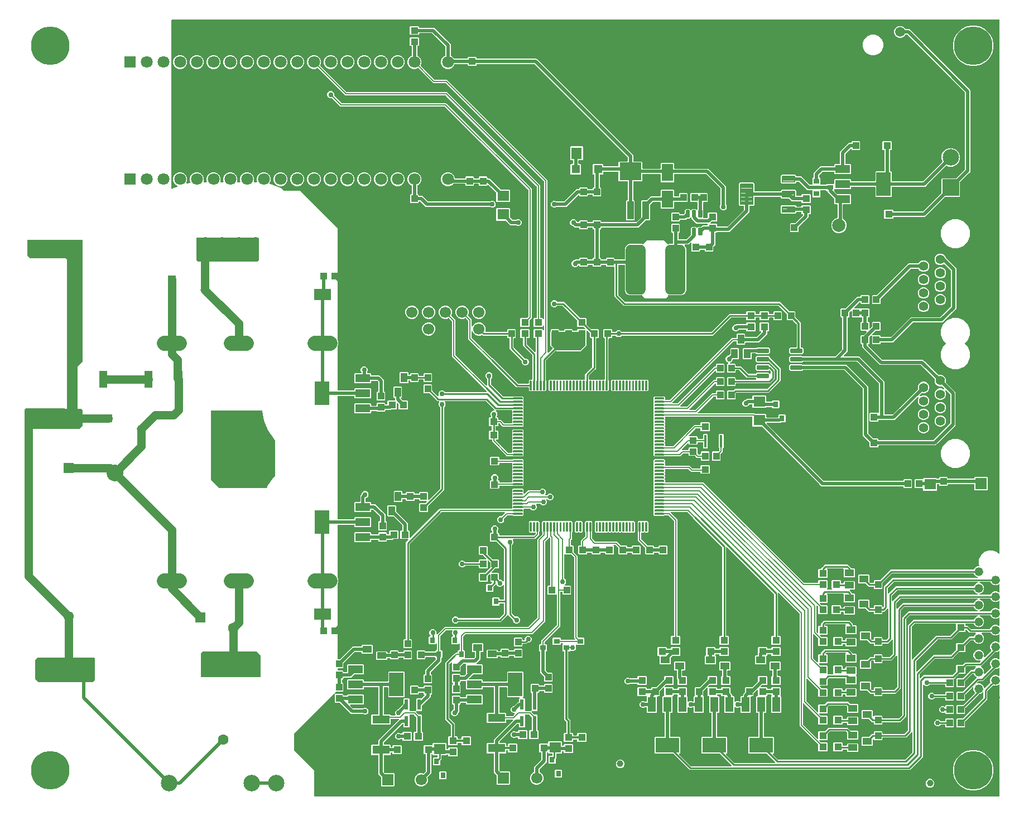
<source format=gbr>
G04 EAGLE Gerber RS-274X export*
G75*
%MOMM*%
%FSLAX34Y34*%
%LPD*%
%INTop Copper*%
%IPPOS*%
%AMOC8*
5,1,8,0,0,1.08239X$1,22.5*%
G01*
%ADD10R,1.550000X1.550000*%
%ADD11C,1.550000*%
%ADD12R,1.100000X1.000000*%
%ADD13R,1.000000X1.100000*%
%ADD14C,2.000000*%
%ADD15R,1.508000X1.508000*%
%ADD16C,1.600000*%
%ADD17R,2.650000X1.750000*%
%ADD18R,0.800000X0.900000*%
%ADD19R,1.750000X2.650000*%
%ADD20R,0.900000X0.800000*%
%ADD21C,0.360000*%
%ADD22R,0.609600X1.625600*%
%ADD23C,0.300000*%
%ADD24R,3.300000X2.700000*%
%ADD25R,1.000000X2.700000*%
%ADD26C,2.250000*%
%ADD27C,1.500000*%
%ADD28R,2.235200X1.219200*%
%ADD29R,2.200000X3.600000*%
%ADD30R,1.000000X1.400000*%
%ADD31R,1.400000X1.000000*%
%ADD32R,1.803000X1.600000*%
%ADD33R,2.658000X1.256000*%
%ADD34C,2.500000*%
%ADD35R,1.308000X1.308000*%
%ADD36C,1.308000*%
%ADD37R,1.600000X1.600000*%
%ADD38C,1.500000*%
%ADD39C,1.700000*%
%ADD40R,1.700000X1.700000*%
%ADD41C,2.150000*%
%ADD42C,1.408000*%
%ADD43R,1.219200X2.235200*%
%ADD44R,3.600000X2.200000*%
%ADD45C,1.320800*%
%ADD46R,1.300000X1.300000*%
%ADD47R,1.600000X1.803000*%
%ADD48R,1.256000X2.658000*%
%ADD49C,1.000000*%
%ADD50C,5.842000*%
%ADD51C,0.200000*%
%ADD52C,0.205000*%
%ADD53C,1.800000*%
%ADD54R,1.800000X1.800000*%
%ADD55R,2.500000X2.500000*%
%ADD56R,0.400000X1.900000*%
%ADD57C,0.150000*%
%ADD58R,2.300000X2.300000*%
%ADD59C,2.540000*%
%ADD60C,0.508000*%
%ADD61C,1.270000*%
%ADD62C,0.756400*%
%ADD63C,0.152400*%
%ADD64C,0.706400*%
%ADD65C,0.203200*%
%ADD66C,0.254000*%
%ADD67C,0.304800*%

G36*
X1488882Y10169D02*
X1488882Y10169D01*
X1488940Y10167D01*
X1489022Y10189D01*
X1489106Y10201D01*
X1489159Y10224D01*
X1489215Y10239D01*
X1489288Y10282D01*
X1489365Y10317D01*
X1489410Y10355D01*
X1489460Y10384D01*
X1489518Y10446D01*
X1489582Y10500D01*
X1489614Y10549D01*
X1489654Y10592D01*
X1489693Y10667D01*
X1489740Y10737D01*
X1489757Y10793D01*
X1489784Y10845D01*
X1489795Y10913D01*
X1489825Y11008D01*
X1489828Y11108D01*
X1489839Y11176D01*
X1489839Y179222D01*
X1489835Y179252D01*
X1489838Y179281D01*
X1489815Y179392D01*
X1489799Y179504D01*
X1489787Y179531D01*
X1489782Y179560D01*
X1489730Y179660D01*
X1489683Y179763D01*
X1489664Y179786D01*
X1489651Y179812D01*
X1489573Y179894D01*
X1489500Y179980D01*
X1489475Y179997D01*
X1489455Y180018D01*
X1489357Y180075D01*
X1489263Y180138D01*
X1489235Y180147D01*
X1489210Y180162D01*
X1489100Y180190D01*
X1488992Y180224D01*
X1488963Y180225D01*
X1488934Y180232D01*
X1488821Y180228D01*
X1488708Y180231D01*
X1488679Y180224D01*
X1488650Y180223D01*
X1488542Y180188D01*
X1488433Y180159D01*
X1488407Y180144D01*
X1488379Y180135D01*
X1488316Y180090D01*
X1488188Y180014D01*
X1488145Y179968D01*
X1488106Y179940D01*
X1487965Y179799D01*
X1484977Y178561D01*
X1481743Y178561D01*
X1480600Y179035D01*
X1480598Y179035D01*
X1480597Y179036D01*
X1480463Y179070D01*
X1480325Y179106D01*
X1480323Y179106D01*
X1480321Y179106D01*
X1480181Y179102D01*
X1480040Y179098D01*
X1480039Y179097D01*
X1480037Y179097D01*
X1479905Y179054D01*
X1479770Y179011D01*
X1479768Y179010D01*
X1479767Y179010D01*
X1479755Y179001D01*
X1479534Y178853D01*
X1479514Y178829D01*
X1479493Y178815D01*
X1471212Y170533D01*
X1471160Y170464D01*
X1471100Y170400D01*
X1471074Y170350D01*
X1471041Y170306D01*
X1471010Y170224D01*
X1470970Y170147D01*
X1470962Y170099D01*
X1470940Y170040D01*
X1470928Y169893D01*
X1470915Y169815D01*
X1470915Y157982D01*
X1437722Y124790D01*
X1437670Y124720D01*
X1437610Y124656D01*
X1437584Y124607D01*
X1437551Y124563D01*
X1437520Y124481D01*
X1437480Y124403D01*
X1437472Y124355D01*
X1437450Y124297D01*
X1437438Y124149D01*
X1437425Y124072D01*
X1437425Y115788D01*
X1436532Y114895D01*
X1425268Y114895D01*
X1424375Y115788D01*
X1424375Y128052D01*
X1425268Y128945D01*
X1433552Y128945D01*
X1433638Y128957D01*
X1433726Y128960D01*
X1433779Y128977D01*
X1433833Y128985D01*
X1433913Y129020D01*
X1433996Y129047D01*
X1434036Y129075D01*
X1434093Y129101D01*
X1434206Y129197D01*
X1434270Y129242D01*
X1465028Y160000D01*
X1465080Y160070D01*
X1465140Y160134D01*
X1465166Y160183D01*
X1465199Y160227D01*
X1465230Y160309D01*
X1465270Y160387D01*
X1465278Y160435D01*
X1465300Y160493D01*
X1465312Y160641D01*
X1465325Y160718D01*
X1465325Y167408D01*
X1465321Y167438D01*
X1465324Y167467D01*
X1465301Y167578D01*
X1465285Y167690D01*
X1465273Y167717D01*
X1465268Y167746D01*
X1465215Y167846D01*
X1465169Y167949D01*
X1465150Y167972D01*
X1465137Y167998D01*
X1465059Y168080D01*
X1464986Y168166D01*
X1464961Y168183D01*
X1464941Y168204D01*
X1464843Y168261D01*
X1464749Y168324D01*
X1464721Y168333D01*
X1464696Y168348D01*
X1464586Y168375D01*
X1464478Y168410D01*
X1464448Y168411D01*
X1464420Y168418D01*
X1464307Y168414D01*
X1464194Y168417D01*
X1464165Y168410D01*
X1464136Y168409D01*
X1464028Y168374D01*
X1463919Y168345D01*
X1463893Y168330D01*
X1463865Y168321D01*
X1463801Y168276D01*
X1463674Y168200D01*
X1463631Y168154D01*
X1463592Y168126D01*
X1462565Y167099D01*
X1459577Y165861D01*
X1458894Y165861D01*
X1458808Y165849D01*
X1458720Y165846D01*
X1458667Y165829D01*
X1458613Y165821D01*
X1458533Y165786D01*
X1458450Y165759D01*
X1458410Y165731D01*
X1458353Y165705D01*
X1458240Y165609D01*
X1458176Y165564D01*
X1437722Y145110D01*
X1437670Y145040D01*
X1437610Y144976D01*
X1437584Y144927D01*
X1437551Y144883D01*
X1437520Y144801D01*
X1437480Y144723D01*
X1437472Y144675D01*
X1437450Y144617D01*
X1437438Y144469D01*
X1437425Y144392D01*
X1437425Y136108D01*
X1436532Y135215D01*
X1425268Y135215D01*
X1424375Y136108D01*
X1424375Y148372D01*
X1425268Y149265D01*
X1433552Y149265D01*
X1433638Y149277D01*
X1433726Y149280D01*
X1433779Y149297D01*
X1433833Y149305D01*
X1433913Y149340D01*
X1433996Y149367D01*
X1434036Y149395D01*
X1434093Y149421D01*
X1434206Y149517D01*
X1434270Y149562D01*
X1451863Y167155D01*
X1451898Y167202D01*
X1451941Y167242D01*
X1451983Y167315D01*
X1452034Y167383D01*
X1452055Y167437D01*
X1452084Y167488D01*
X1452105Y167569D01*
X1452135Y167648D01*
X1452140Y167707D01*
X1452154Y167763D01*
X1452152Y167848D01*
X1452159Y167932D01*
X1452147Y167989D01*
X1452145Y168047D01*
X1452119Y168128D01*
X1452103Y168210D01*
X1452076Y168262D01*
X1452058Y168318D01*
X1452018Y168374D01*
X1451972Y168463D01*
X1451903Y168535D01*
X1451863Y168591D01*
X1451069Y169385D01*
X1449831Y172373D01*
X1449831Y175088D01*
X1449827Y175117D01*
X1449830Y175146D01*
X1449807Y175257D01*
X1449791Y175369D01*
X1449779Y175396D01*
X1449774Y175425D01*
X1449722Y175525D01*
X1449675Y175629D01*
X1449656Y175651D01*
X1449643Y175677D01*
X1449565Y175759D01*
X1449492Y175846D01*
X1449467Y175862D01*
X1449447Y175883D01*
X1449349Y175941D01*
X1449255Y176003D01*
X1449227Y176012D01*
X1449202Y176027D01*
X1449092Y176055D01*
X1448984Y176089D01*
X1448954Y176090D01*
X1448926Y176097D01*
X1448813Y176094D01*
X1448700Y176096D01*
X1448671Y176089D01*
X1448642Y176088D01*
X1448534Y176053D01*
X1448425Y176025D01*
X1448399Y176010D01*
X1448371Y176001D01*
X1448308Y175955D01*
X1448180Y175879D01*
X1448137Y175834D01*
X1448098Y175806D01*
X1437722Y165430D01*
X1437670Y165360D01*
X1437610Y165296D01*
X1437584Y165247D01*
X1437551Y165203D01*
X1437520Y165121D01*
X1437480Y165043D01*
X1437472Y164995D01*
X1437450Y164937D01*
X1437438Y164789D01*
X1437425Y164712D01*
X1437425Y156428D01*
X1436532Y155535D01*
X1425268Y155535D01*
X1424375Y156428D01*
X1424375Y168692D01*
X1425268Y169585D01*
X1433552Y169585D01*
X1433638Y169597D01*
X1433726Y169600D01*
X1433779Y169617D01*
X1433833Y169625D01*
X1433913Y169660D01*
X1433996Y169687D01*
X1434036Y169715D01*
X1434093Y169741D01*
X1434206Y169837D01*
X1434270Y169882D01*
X1453208Y188820D01*
X1454778Y190390D01*
X1454847Y190482D01*
X1454921Y190570D01*
X1454932Y190595D01*
X1454949Y190617D01*
X1454990Y190725D01*
X1455036Y190830D01*
X1455040Y190857D01*
X1455050Y190883D01*
X1455059Y190997D01*
X1455075Y191111D01*
X1455071Y191139D01*
X1455074Y191166D01*
X1455051Y191279D01*
X1455035Y191393D01*
X1455023Y191418D01*
X1455018Y191445D01*
X1454965Y191547D01*
X1454917Y191652D01*
X1454899Y191673D01*
X1454887Y191697D01*
X1454807Y191781D01*
X1454733Y191868D01*
X1454712Y191881D01*
X1454691Y191904D01*
X1454461Y192038D01*
X1454448Y192046D01*
X1453355Y192499D01*
X1451069Y194785D01*
X1450579Y195969D01*
X1450578Y195970D01*
X1450578Y195971D01*
X1450508Y196088D01*
X1450434Y196213D01*
X1450433Y196214D01*
X1450432Y196216D01*
X1450328Y196313D01*
X1450228Y196409D01*
X1450226Y196409D01*
X1450225Y196410D01*
X1450099Y196475D01*
X1449975Y196539D01*
X1449973Y196539D01*
X1449972Y196540D01*
X1449957Y196542D01*
X1449696Y196594D01*
X1449665Y196591D01*
X1449641Y196595D01*
X1448988Y196595D01*
X1448902Y196583D01*
X1448814Y196580D01*
X1448761Y196563D01*
X1448707Y196555D01*
X1448627Y196520D01*
X1448544Y196493D01*
X1448504Y196465D01*
X1448447Y196439D01*
X1448334Y196343D01*
X1448270Y196298D01*
X1437722Y185750D01*
X1437670Y185680D01*
X1437610Y185616D01*
X1437584Y185567D01*
X1437551Y185523D01*
X1437520Y185441D01*
X1437480Y185363D01*
X1437472Y185315D01*
X1437450Y185257D01*
X1437438Y185109D01*
X1437425Y185032D01*
X1437425Y176748D01*
X1436532Y175855D01*
X1425268Y175855D01*
X1424375Y176748D01*
X1424375Y189012D01*
X1425268Y189905D01*
X1433552Y189905D01*
X1433638Y189917D01*
X1433726Y189920D01*
X1433779Y189937D01*
X1433833Y189945D01*
X1433913Y189980D01*
X1433996Y190007D01*
X1434036Y190035D01*
X1434093Y190061D01*
X1434206Y190157D01*
X1434270Y190202D01*
X1446252Y202185D01*
X1449641Y202185D01*
X1449642Y202185D01*
X1449644Y202185D01*
X1449783Y202205D01*
X1449922Y202225D01*
X1449924Y202225D01*
X1449925Y202225D01*
X1450051Y202282D01*
X1450182Y202341D01*
X1450183Y202342D01*
X1450184Y202343D01*
X1450291Y202434D01*
X1450399Y202524D01*
X1450400Y202526D01*
X1450401Y202527D01*
X1450409Y202540D01*
X1450556Y202761D01*
X1450566Y202790D01*
X1450579Y202811D01*
X1451069Y203995D01*
X1453366Y206292D01*
X1453384Y206316D01*
X1453406Y206335D01*
X1453469Y206429D01*
X1453537Y206519D01*
X1453548Y206547D01*
X1453564Y206571D01*
X1453598Y206679D01*
X1453638Y206785D01*
X1453641Y206814D01*
X1453650Y206842D01*
X1453653Y206956D01*
X1453662Y207068D01*
X1453656Y207097D01*
X1453657Y207126D01*
X1453628Y207236D01*
X1453606Y207347D01*
X1453593Y207373D01*
X1453585Y207401D01*
X1453527Y207499D01*
X1453475Y207599D01*
X1453455Y207621D01*
X1453440Y207646D01*
X1453357Y207723D01*
X1453279Y207805D01*
X1453254Y207820D01*
X1453233Y207840D01*
X1453132Y207892D01*
X1453034Y207949D01*
X1453006Y207956D01*
X1452980Y207970D01*
X1452902Y207983D01*
X1452759Y208019D01*
X1452696Y208017D01*
X1452648Y208025D01*
X1440098Y208025D01*
X1440012Y208013D01*
X1439924Y208010D01*
X1439871Y207993D01*
X1439817Y207985D01*
X1439737Y207950D01*
X1439654Y207923D01*
X1439614Y207895D01*
X1439557Y207869D01*
X1439444Y207773D01*
X1439380Y207728D01*
X1438222Y206570D01*
X1438170Y206500D01*
X1438110Y206436D01*
X1438084Y206387D01*
X1438051Y206343D01*
X1438020Y206261D01*
X1437980Y206183D01*
X1437972Y206135D01*
X1437950Y206077D01*
X1437938Y205929D01*
X1437925Y205852D01*
X1437925Y197568D01*
X1437032Y196675D01*
X1428748Y196675D01*
X1428662Y196663D01*
X1428574Y196660D01*
X1428521Y196643D01*
X1428467Y196635D01*
X1428387Y196600D01*
X1428304Y196573D01*
X1428264Y196545D01*
X1428207Y196519D01*
X1428094Y196423D01*
X1428030Y196378D01*
X1422562Y190910D01*
X1420722Y189070D01*
X1420670Y189000D01*
X1420610Y188936D01*
X1420584Y188887D01*
X1420551Y188843D01*
X1420520Y188761D01*
X1420480Y188683D01*
X1420472Y188635D01*
X1420450Y188577D01*
X1420438Y188429D01*
X1420425Y188352D01*
X1420425Y176748D01*
X1419532Y175855D01*
X1408268Y175855D01*
X1407375Y176748D01*
X1407375Y179070D01*
X1407367Y179128D01*
X1407369Y179186D01*
X1407347Y179268D01*
X1407335Y179352D01*
X1407312Y179405D01*
X1407297Y179461D01*
X1407254Y179534D01*
X1407219Y179611D01*
X1407181Y179656D01*
X1407152Y179706D01*
X1407090Y179764D01*
X1407036Y179828D01*
X1406987Y179860D01*
X1406944Y179900D01*
X1406869Y179939D01*
X1406799Y179986D01*
X1406743Y180003D01*
X1406691Y180030D01*
X1406623Y180041D01*
X1406528Y180071D01*
X1406428Y180074D01*
X1406360Y180085D01*
X1384351Y180085D01*
X1384264Y180073D01*
X1384177Y180070D01*
X1384124Y180053D01*
X1384069Y180045D01*
X1383989Y180010D01*
X1383906Y179983D01*
X1383867Y179955D01*
X1383810Y179929D01*
X1383696Y179833D01*
X1383633Y179788D01*
X1382226Y178381D01*
X1380276Y177573D01*
X1378164Y177573D01*
X1376214Y178381D01*
X1374858Y179737D01*
X1374834Y179755D01*
X1374815Y179777D01*
X1374721Y179840D01*
X1374631Y179908D01*
X1374603Y179919D01*
X1374579Y179935D01*
X1374471Y179969D01*
X1374365Y180009D01*
X1374336Y180012D01*
X1374308Y180021D01*
X1374194Y180024D01*
X1374082Y180033D01*
X1374053Y180027D01*
X1374024Y180028D01*
X1373914Y179999D01*
X1373803Y179977D01*
X1373777Y179964D01*
X1373749Y179956D01*
X1373651Y179898D01*
X1373551Y179846D01*
X1373529Y179826D01*
X1373504Y179811D01*
X1373427Y179728D01*
X1373345Y179650D01*
X1373330Y179625D01*
X1373310Y179604D01*
X1373258Y179503D01*
X1373201Y179405D01*
X1373194Y179377D01*
X1373180Y179350D01*
X1373167Y179273D01*
X1373131Y179130D01*
X1373133Y179067D01*
X1373125Y179019D01*
X1373125Y69962D01*
X1371190Y68028D01*
X1355642Y52480D01*
X1353708Y50545D01*
X1019412Y50545D01*
X994390Y75568D01*
X994320Y75620D01*
X994256Y75680D01*
X994207Y75706D01*
X994163Y75739D01*
X994081Y75770D01*
X994003Y75810D01*
X993955Y75818D01*
X993897Y75840D01*
X993749Y75852D01*
X993672Y75865D01*
X966888Y75865D01*
X965995Y76758D01*
X965995Y100022D01*
X966888Y100915D01*
X980440Y100915D01*
X980498Y100923D01*
X980556Y100921D01*
X980638Y100943D01*
X980722Y100955D01*
X980775Y100978D01*
X980831Y100993D01*
X980904Y101036D01*
X980981Y101071D01*
X981026Y101109D01*
X981076Y101138D01*
X981134Y101200D01*
X981198Y101254D01*
X981230Y101303D01*
X981270Y101346D01*
X981309Y101421D01*
X981356Y101491D01*
X981373Y101547D01*
X981400Y101599D01*
X981411Y101667D01*
X981441Y101762D01*
X981444Y101862D01*
X981455Y101930D01*
X981455Y136652D01*
X981447Y136710D01*
X981449Y136768D01*
X981427Y136850D01*
X981415Y136934D01*
X981392Y136987D01*
X981377Y137043D01*
X981334Y137116D01*
X981299Y137193D01*
X981261Y137238D01*
X981232Y137288D01*
X981170Y137346D01*
X981116Y137410D01*
X981067Y137442D01*
X981024Y137482D01*
X980949Y137521D01*
X980879Y137568D01*
X980823Y137585D01*
X980771Y137612D01*
X980703Y137623D01*
X980608Y137653D01*
X980508Y137656D01*
X980440Y137667D01*
X978792Y137667D01*
X977899Y138560D01*
X977899Y162176D01*
X978792Y163069D01*
X980020Y163069D01*
X980078Y163077D01*
X980136Y163075D01*
X980218Y163097D01*
X980302Y163109D01*
X980355Y163132D01*
X980411Y163147D01*
X980484Y163190D01*
X980561Y163225D01*
X980606Y163263D01*
X980656Y163292D01*
X980714Y163354D01*
X980778Y163408D01*
X980810Y163457D01*
X980850Y163500D01*
X980889Y163575D01*
X980936Y163645D01*
X980953Y163701D01*
X980980Y163753D01*
X980991Y163821D01*
X981021Y163916D01*
X981024Y164016D01*
X981035Y164084D01*
X981035Y174396D01*
X981031Y174425D01*
X981034Y174454D01*
X981011Y174565D01*
X980995Y174677D01*
X980983Y174704D01*
X980978Y174733D01*
X980926Y174833D01*
X980879Y174937D01*
X980860Y174959D01*
X980847Y174985D01*
X980769Y175067D01*
X980696Y175154D01*
X980671Y175170D01*
X980651Y175191D01*
X980553Y175249D01*
X980459Y175311D01*
X980431Y175320D01*
X980406Y175335D01*
X980296Y175363D01*
X980188Y175397D01*
X980158Y175398D01*
X980130Y175405D01*
X980017Y175402D01*
X979904Y175404D01*
X979875Y175397D01*
X979846Y175396D01*
X979738Y175361D01*
X979629Y175333D01*
X979603Y175318D01*
X979575Y175309D01*
X979512Y175263D01*
X979384Y175187D01*
X979341Y175142D01*
X979302Y175114D01*
X974562Y170374D01*
X974510Y170304D01*
X974450Y170240D01*
X974424Y170191D01*
X974391Y170146D01*
X974360Y170065D01*
X974320Y169987D01*
X974312Y169939D01*
X974290Y169881D01*
X974278Y169733D01*
X974265Y169656D01*
X974265Y163168D01*
X973372Y162275D01*
X971042Y162275D01*
X970984Y162267D01*
X970926Y162269D01*
X970844Y162247D01*
X970760Y162235D01*
X970707Y162212D01*
X970651Y162197D01*
X970578Y162154D01*
X970501Y162119D01*
X970456Y162081D01*
X970406Y162052D01*
X970348Y161990D01*
X970284Y161936D01*
X970252Y161887D01*
X970212Y161844D01*
X970173Y161769D01*
X970126Y161699D01*
X970109Y161643D01*
X970082Y161591D01*
X970071Y161523D01*
X970041Y161428D01*
X970038Y161328D01*
X970027Y161260D01*
X970027Y138560D01*
X969134Y137667D01*
X955678Y137667D01*
X954785Y138560D01*
X954785Y144780D01*
X954777Y144838D01*
X954779Y144896D01*
X954757Y144978D01*
X954745Y145062D01*
X954722Y145115D01*
X954707Y145171D01*
X954664Y145244D01*
X954629Y145321D01*
X954591Y145366D01*
X954562Y145416D01*
X954500Y145474D01*
X954446Y145538D01*
X954397Y145570D01*
X954354Y145610D01*
X954279Y145649D01*
X954209Y145696D01*
X954153Y145713D01*
X954101Y145740D01*
X954033Y145751D01*
X953938Y145781D01*
X953838Y145784D01*
X953770Y145795D01*
X952551Y145795D01*
X952464Y145783D01*
X952377Y145780D01*
X952324Y145763D01*
X952269Y145755D01*
X952189Y145720D01*
X952106Y145693D01*
X952067Y145665D01*
X952010Y145639D01*
X951896Y145543D01*
X951833Y145498D01*
X951696Y145361D01*
X949746Y144553D01*
X947634Y144553D01*
X945684Y145361D01*
X944191Y146854D01*
X943383Y148804D01*
X943383Y150916D01*
X944191Y152866D01*
X945684Y154359D01*
X947634Y155167D01*
X949746Y155167D01*
X951696Y154359D01*
X951833Y154222D01*
X951903Y154170D01*
X951966Y154110D01*
X952016Y154084D01*
X952060Y154051D01*
X952142Y154020D01*
X952220Y153980D01*
X952267Y153972D01*
X952326Y153950D01*
X952473Y153938D01*
X952551Y153925D01*
X953770Y153925D01*
X953828Y153933D01*
X953886Y153931D01*
X953968Y153953D01*
X954052Y153965D01*
X954105Y153988D01*
X954161Y154003D01*
X954234Y154046D01*
X954311Y154081D01*
X954356Y154119D01*
X954406Y154148D01*
X954464Y154210D01*
X954528Y154264D01*
X954560Y154313D01*
X954600Y154356D01*
X954639Y154431D01*
X954686Y154501D01*
X954703Y154557D01*
X954730Y154609D01*
X954741Y154677D01*
X954771Y154772D01*
X954774Y154872D01*
X954785Y154940D01*
X954785Y161760D01*
X954777Y161818D01*
X954779Y161876D01*
X954757Y161958D01*
X954745Y162042D01*
X954722Y162095D01*
X954707Y162151D01*
X954664Y162224D01*
X954629Y162301D01*
X954591Y162346D01*
X954562Y162396D01*
X954500Y162454D01*
X954446Y162518D01*
X954397Y162550D01*
X954354Y162590D01*
X954279Y162629D01*
X954209Y162676D01*
X954153Y162693D01*
X954101Y162720D01*
X954033Y162731D01*
X953938Y162761D01*
X953838Y162764D01*
X953770Y162775D01*
X941288Y162775D01*
X940395Y163668D01*
X940395Y174932D01*
X941288Y175825D01*
X953552Y175825D01*
X954445Y174932D01*
X954445Y174380D01*
X954453Y174322D01*
X954451Y174264D01*
X954473Y174182D01*
X954485Y174098D01*
X954508Y174045D01*
X954523Y173989D01*
X954566Y173916D01*
X954601Y173839D01*
X954639Y173794D01*
X954668Y173744D01*
X954730Y173686D01*
X954784Y173622D01*
X954833Y173590D01*
X954876Y173550D01*
X954951Y173511D01*
X955021Y173464D01*
X955077Y173447D01*
X955129Y173420D01*
X955197Y173409D01*
X955292Y173379D01*
X955392Y173376D01*
X955460Y173365D01*
X960200Y173365D01*
X960258Y173373D01*
X960316Y173371D01*
X960398Y173393D01*
X960482Y173405D01*
X960535Y173428D01*
X960591Y173443D01*
X960664Y173486D01*
X960741Y173521D01*
X960786Y173559D01*
X960836Y173588D01*
X960894Y173650D01*
X960958Y173704D01*
X960990Y173753D01*
X961030Y173796D01*
X961069Y173871D01*
X961116Y173941D01*
X961133Y173997D01*
X961160Y174049D01*
X961171Y174117D01*
X961201Y174212D01*
X961204Y174312D01*
X961215Y174380D01*
X961215Y175432D01*
X962108Y176325D01*
X968596Y176325D01*
X968682Y176337D01*
X968770Y176340D01*
X968822Y176357D01*
X968877Y176365D01*
X968957Y176400D01*
X969040Y176427D01*
X969080Y176455D01*
X969137Y176481D01*
X969250Y176577D01*
X969314Y176622D01*
X980738Y188046D01*
X980790Y188116D01*
X980850Y188180D01*
X980876Y188229D01*
X980909Y188274D01*
X980940Y188355D01*
X980980Y188433D01*
X980988Y188481D01*
X981010Y188539D01*
X981022Y188687D01*
X981035Y188764D01*
X981035Y191932D01*
X981928Y192825D01*
X994192Y192825D01*
X995085Y191932D01*
X995085Y180668D01*
X994192Y179775D01*
X984384Y179775D01*
X984298Y179763D01*
X984210Y179760D01*
X984158Y179743D01*
X984103Y179735D01*
X984023Y179700D01*
X983940Y179673D01*
X983900Y179645D01*
X983843Y179619D01*
X983730Y179523D01*
X983666Y179478D01*
X981746Y177558D01*
X981729Y177534D01*
X981706Y177515D01*
X981643Y177421D01*
X981575Y177331D01*
X981565Y177303D01*
X981549Y177279D01*
X981514Y177171D01*
X981474Y177065D01*
X981472Y177036D01*
X981463Y177008D01*
X981460Y176894D01*
X981451Y176782D01*
X981456Y176753D01*
X981456Y176724D01*
X981484Y176614D01*
X981506Y176503D01*
X981520Y176477D01*
X981527Y176449D01*
X981585Y176351D01*
X981637Y176251D01*
X981658Y176229D01*
X981673Y176204D01*
X981755Y176127D01*
X981833Y176045D01*
X981859Y176030D01*
X981880Y176010D01*
X981981Y175958D01*
X982079Y175901D01*
X982107Y175894D01*
X982133Y175880D01*
X982210Y175867D01*
X982354Y175831D01*
X982417Y175833D01*
X982464Y175825D01*
X994192Y175825D01*
X995085Y174932D01*
X995085Y174380D01*
X995093Y174322D01*
X995091Y174264D01*
X995113Y174182D01*
X995125Y174098D01*
X995148Y174045D01*
X995163Y173989D01*
X995206Y173916D01*
X995241Y173839D01*
X995279Y173794D01*
X995308Y173744D01*
X995370Y173686D01*
X995424Y173622D01*
X995473Y173590D01*
X995516Y173550D01*
X995591Y173511D01*
X995661Y173464D01*
X995717Y173447D01*
X995769Y173420D01*
X995837Y173409D01*
X995932Y173379D01*
X996032Y173376D01*
X996100Y173365D01*
X1000340Y173365D01*
X1000398Y173373D01*
X1000456Y173371D01*
X1000538Y173393D01*
X1000622Y173405D01*
X1000675Y173428D01*
X1000731Y173443D01*
X1000804Y173486D01*
X1000881Y173521D01*
X1000926Y173559D01*
X1000976Y173588D01*
X1001034Y173650D01*
X1001098Y173704D01*
X1001130Y173753D01*
X1001170Y173796D01*
X1001209Y173871D01*
X1001256Y173941D01*
X1001273Y173997D01*
X1001300Y174049D01*
X1001311Y174117D01*
X1001341Y174212D01*
X1001344Y174312D01*
X1001355Y174380D01*
X1001355Y174932D01*
X1002248Y175825D01*
X1014512Y175825D01*
X1015405Y174932D01*
X1015405Y163446D01*
X1015413Y163391D01*
X1015411Y163347D01*
X1015418Y163321D01*
X1015420Y163272D01*
X1015437Y163219D01*
X1015445Y163165D01*
X1015479Y163087D01*
X1015483Y163072D01*
X1015486Y163068D01*
X1015507Y163002D01*
X1015535Y162962D01*
X1015561Y162905D01*
X1015657Y162792D01*
X1015702Y162728D01*
X1016255Y162176D01*
X1016255Y154991D01*
X1016259Y154961D01*
X1016256Y154932D01*
X1016279Y154821D01*
X1016295Y154709D01*
X1016307Y154682D01*
X1016312Y154654D01*
X1016364Y154553D01*
X1016411Y154450D01*
X1016430Y154427D01*
X1016443Y154401D01*
X1016521Y154319D01*
X1016594Y154233D01*
X1016619Y154216D01*
X1016639Y154195D01*
X1016737Y154138D01*
X1016831Y154075D01*
X1016859Y154066D01*
X1016884Y154051D01*
X1016994Y154023D01*
X1017102Y153989D01*
X1017131Y153989D01*
X1017160Y153981D01*
X1017273Y153985D01*
X1017386Y153982D01*
X1017415Y153989D01*
X1017444Y153990D01*
X1017552Y154025D01*
X1017661Y154054D01*
X1017687Y154069D01*
X1017715Y154078D01*
X1017778Y154123D01*
X1017906Y154199D01*
X1017949Y154245D01*
X1017988Y154273D01*
X1018074Y154359D01*
X1020024Y155167D01*
X1022136Y155167D01*
X1024086Y154359D01*
X1024172Y154273D01*
X1024196Y154255D01*
X1024215Y154233D01*
X1024309Y154170D01*
X1024399Y154102D01*
X1024427Y154091D01*
X1024451Y154075D01*
X1024559Y154041D01*
X1024665Y154001D01*
X1024694Y153998D01*
X1024722Y153989D01*
X1024835Y153986D01*
X1024948Y153977D01*
X1024977Y153983D01*
X1025006Y153982D01*
X1025116Y154011D01*
X1025227Y154033D01*
X1025253Y154046D01*
X1025281Y154054D01*
X1025378Y154111D01*
X1025479Y154164D01*
X1025501Y154184D01*
X1025526Y154199D01*
X1025603Y154282D01*
X1025685Y154360D01*
X1025700Y154385D01*
X1025720Y154406D01*
X1025772Y154507D01*
X1025829Y154605D01*
X1025836Y154633D01*
X1025850Y154660D01*
X1025863Y154737D01*
X1025899Y154880D01*
X1025897Y154943D01*
X1025905Y154991D01*
X1025905Y162176D01*
X1026958Y163228D01*
X1027010Y163298D01*
X1027070Y163362D01*
X1027096Y163411D01*
X1027129Y163455D01*
X1027160Y163537D01*
X1027200Y163615D01*
X1027208Y163663D01*
X1027230Y163721D01*
X1027242Y163869D01*
X1027255Y163946D01*
X1027255Y175432D01*
X1028148Y176325D01*
X1034636Y176325D01*
X1034722Y176337D01*
X1034810Y176340D01*
X1034862Y176357D01*
X1034917Y176365D01*
X1034997Y176400D01*
X1035080Y176427D01*
X1035120Y176455D01*
X1035177Y176481D01*
X1035290Y176577D01*
X1035354Y176622D01*
X1046778Y188046D01*
X1046830Y188116D01*
X1046890Y188180D01*
X1046916Y188229D01*
X1046949Y188274D01*
X1046980Y188355D01*
X1047020Y188433D01*
X1047028Y188481D01*
X1047050Y188539D01*
X1047062Y188687D01*
X1047075Y188764D01*
X1047075Y191932D01*
X1047968Y192825D01*
X1060232Y192825D01*
X1061125Y191932D01*
X1061125Y180668D01*
X1060232Y179775D01*
X1050424Y179775D01*
X1050338Y179763D01*
X1050250Y179760D01*
X1050198Y179743D01*
X1050143Y179735D01*
X1050063Y179700D01*
X1049980Y179673D01*
X1049940Y179645D01*
X1049883Y179619D01*
X1049770Y179523D01*
X1049706Y179478D01*
X1047786Y177558D01*
X1047769Y177534D01*
X1047746Y177515D01*
X1047683Y177421D01*
X1047615Y177331D01*
X1047605Y177303D01*
X1047589Y177279D01*
X1047554Y177171D01*
X1047514Y177065D01*
X1047512Y177036D01*
X1047503Y177008D01*
X1047500Y176894D01*
X1047491Y176782D01*
X1047496Y176753D01*
X1047496Y176724D01*
X1047524Y176614D01*
X1047546Y176503D01*
X1047560Y176477D01*
X1047567Y176449D01*
X1047625Y176351D01*
X1047677Y176251D01*
X1047698Y176229D01*
X1047713Y176204D01*
X1047795Y176127D01*
X1047873Y176045D01*
X1047899Y176030D01*
X1047920Y176010D01*
X1048021Y175958D01*
X1048119Y175901D01*
X1048147Y175894D01*
X1048173Y175880D01*
X1048250Y175867D01*
X1048394Y175831D01*
X1048457Y175833D01*
X1048504Y175825D01*
X1060232Y175825D01*
X1061125Y174932D01*
X1061125Y174380D01*
X1061133Y174322D01*
X1061131Y174264D01*
X1061153Y174182D01*
X1061165Y174098D01*
X1061188Y174045D01*
X1061203Y173989D01*
X1061246Y173916D01*
X1061281Y173839D01*
X1061319Y173794D01*
X1061348Y173744D01*
X1061410Y173686D01*
X1061464Y173622D01*
X1061513Y173590D01*
X1061556Y173550D01*
X1061631Y173511D01*
X1061701Y173464D01*
X1061757Y173447D01*
X1061809Y173420D01*
X1061877Y173409D01*
X1061972Y173379D01*
X1062072Y173376D01*
X1062140Y173365D01*
X1066380Y173365D01*
X1066438Y173373D01*
X1066496Y173371D01*
X1066578Y173393D01*
X1066662Y173405D01*
X1066715Y173428D01*
X1066771Y173443D01*
X1066844Y173486D01*
X1066921Y173521D01*
X1066966Y173559D01*
X1067016Y173588D01*
X1067074Y173650D01*
X1067138Y173704D01*
X1067170Y173753D01*
X1067210Y173796D01*
X1067249Y173871D01*
X1067296Y173941D01*
X1067313Y173997D01*
X1067340Y174049D01*
X1067351Y174117D01*
X1067381Y174212D01*
X1067384Y174312D01*
X1067395Y174380D01*
X1067395Y174932D01*
X1068288Y175825D01*
X1080552Y175825D01*
X1081445Y174932D01*
X1081445Y168444D01*
X1081457Y168358D01*
X1081460Y168270D01*
X1081477Y168217D01*
X1081485Y168163D01*
X1081520Y168083D01*
X1081547Y168000D01*
X1081575Y167960D01*
X1081601Y167903D01*
X1081697Y167790D01*
X1081742Y167726D01*
X1083819Y165650D01*
X1083819Y164084D01*
X1083827Y164026D01*
X1083825Y163968D01*
X1083847Y163886D01*
X1083859Y163802D01*
X1083882Y163749D01*
X1083897Y163693D01*
X1083940Y163620D01*
X1083975Y163543D01*
X1084013Y163498D01*
X1084042Y163448D01*
X1084104Y163390D01*
X1084158Y163326D01*
X1084207Y163294D01*
X1084250Y163254D01*
X1084325Y163215D01*
X1084395Y163168D01*
X1084451Y163151D01*
X1084503Y163124D01*
X1084571Y163113D01*
X1084666Y163083D01*
X1084766Y163080D01*
X1084834Y163069D01*
X1086482Y163069D01*
X1087375Y162176D01*
X1087375Y154991D01*
X1087379Y154961D01*
X1087376Y154932D01*
X1087399Y154821D01*
X1087415Y154709D01*
X1087427Y154682D01*
X1087432Y154654D01*
X1087484Y154553D01*
X1087531Y154450D01*
X1087550Y154427D01*
X1087563Y154401D01*
X1087641Y154319D01*
X1087714Y154233D01*
X1087739Y154216D01*
X1087759Y154195D01*
X1087857Y154138D01*
X1087951Y154075D01*
X1087979Y154066D01*
X1088004Y154051D01*
X1088114Y154023D01*
X1088222Y153989D01*
X1088251Y153989D01*
X1088280Y153981D01*
X1088393Y153985D01*
X1088506Y153982D01*
X1088535Y153989D01*
X1088564Y153990D01*
X1088672Y154025D01*
X1088781Y154054D01*
X1088807Y154069D01*
X1088835Y154078D01*
X1088898Y154123D01*
X1089026Y154199D01*
X1089069Y154245D01*
X1089108Y154273D01*
X1089194Y154359D01*
X1091144Y155167D01*
X1093256Y155167D01*
X1095206Y154359D01*
X1095292Y154273D01*
X1095316Y154255D01*
X1095335Y154233D01*
X1095429Y154170D01*
X1095519Y154102D01*
X1095547Y154091D01*
X1095571Y154075D01*
X1095679Y154041D01*
X1095785Y154001D01*
X1095814Y153998D01*
X1095842Y153989D01*
X1095955Y153986D01*
X1096068Y153977D01*
X1096097Y153983D01*
X1096126Y153982D01*
X1096236Y154011D01*
X1096347Y154033D01*
X1096373Y154046D01*
X1096401Y154054D01*
X1096498Y154111D01*
X1096599Y154164D01*
X1096621Y154184D01*
X1096646Y154199D01*
X1096723Y154282D01*
X1096805Y154360D01*
X1096820Y154385D01*
X1096840Y154406D01*
X1096892Y154507D01*
X1096949Y154605D01*
X1096956Y154633D01*
X1096970Y154660D01*
X1096983Y154737D01*
X1097019Y154880D01*
X1097017Y154943D01*
X1097025Y154991D01*
X1097025Y162176D01*
X1097918Y163069D01*
X1099566Y163069D01*
X1099624Y163077D01*
X1099682Y163075D01*
X1099764Y163097D01*
X1099848Y163109D01*
X1099901Y163132D01*
X1099957Y163147D01*
X1100030Y163190D01*
X1100107Y163225D01*
X1100152Y163263D01*
X1100202Y163292D01*
X1100260Y163354D01*
X1100324Y163408D01*
X1100356Y163457D01*
X1100396Y163500D01*
X1100435Y163575D01*
X1100482Y163645D01*
X1100499Y163701D01*
X1100526Y163753D01*
X1100537Y163821D01*
X1100567Y163916D01*
X1100570Y164016D01*
X1100581Y164084D01*
X1100581Y165650D01*
X1103158Y168226D01*
X1103210Y168296D01*
X1103270Y168360D01*
X1103296Y168409D01*
X1103329Y168454D01*
X1103360Y168535D01*
X1103400Y168613D01*
X1103408Y168661D01*
X1103430Y168719D01*
X1103442Y168867D01*
X1103455Y168944D01*
X1103455Y175432D01*
X1104348Y176325D01*
X1114156Y176325D01*
X1114242Y176337D01*
X1114330Y176340D01*
X1114382Y176357D01*
X1114437Y176365D01*
X1114517Y176400D01*
X1114600Y176427D01*
X1114640Y176455D01*
X1114697Y176481D01*
X1114810Y176577D01*
X1114874Y176622D01*
X1122978Y184726D01*
X1123030Y184796D01*
X1123090Y184860D01*
X1123116Y184909D01*
X1123149Y184954D01*
X1123180Y185035D01*
X1123220Y185113D01*
X1123228Y185161D01*
X1123250Y185219D01*
X1123262Y185367D01*
X1123275Y185444D01*
X1123275Y191932D01*
X1124168Y192825D01*
X1136432Y192825D01*
X1137325Y191932D01*
X1137325Y180668D01*
X1136432Y179775D01*
X1129944Y179775D01*
X1129858Y179763D01*
X1129770Y179760D01*
X1129718Y179743D01*
X1129663Y179735D01*
X1129583Y179700D01*
X1129500Y179673D01*
X1129460Y179645D01*
X1129403Y179619D01*
X1129290Y179523D01*
X1129226Y179478D01*
X1127306Y177558D01*
X1127289Y177534D01*
X1127266Y177515D01*
X1127203Y177421D01*
X1127135Y177331D01*
X1127125Y177303D01*
X1127109Y177279D01*
X1127074Y177171D01*
X1127034Y177065D01*
X1127032Y177036D01*
X1127023Y177008D01*
X1127020Y176894D01*
X1127011Y176782D01*
X1127016Y176753D01*
X1127016Y176724D01*
X1127044Y176614D01*
X1127066Y176503D01*
X1127080Y176477D01*
X1127087Y176449D01*
X1127145Y176351D01*
X1127197Y176251D01*
X1127218Y176229D01*
X1127233Y176204D01*
X1127315Y176127D01*
X1127393Y176045D01*
X1127419Y176030D01*
X1127440Y176010D01*
X1127541Y175958D01*
X1127639Y175901D01*
X1127667Y175894D01*
X1127693Y175880D01*
X1127770Y175867D01*
X1127914Y175831D01*
X1127977Y175833D01*
X1128024Y175825D01*
X1136432Y175825D01*
X1137325Y174932D01*
X1137325Y174380D01*
X1137333Y174322D01*
X1137331Y174264D01*
X1137353Y174182D01*
X1137365Y174098D01*
X1137388Y174045D01*
X1137403Y173989D01*
X1137446Y173916D01*
X1137481Y173839D01*
X1137519Y173794D01*
X1137548Y173744D01*
X1137610Y173686D01*
X1137664Y173622D01*
X1137713Y173590D01*
X1137756Y173550D01*
X1137831Y173511D01*
X1137901Y173464D01*
X1137957Y173447D01*
X1138009Y173420D01*
X1138077Y173409D01*
X1138172Y173379D01*
X1138272Y173376D01*
X1138340Y173365D01*
X1142580Y173365D01*
X1142638Y173373D01*
X1142696Y173371D01*
X1142778Y173393D01*
X1142862Y173405D01*
X1142915Y173428D01*
X1142971Y173443D01*
X1143044Y173486D01*
X1143121Y173521D01*
X1143166Y173559D01*
X1143216Y173588D01*
X1143274Y173650D01*
X1143338Y173704D01*
X1143370Y173753D01*
X1143410Y173796D01*
X1143449Y173871D01*
X1143496Y173941D01*
X1143513Y173997D01*
X1143540Y174049D01*
X1143551Y174117D01*
X1143581Y174212D01*
X1143584Y174312D01*
X1143595Y174380D01*
X1143595Y174932D01*
X1144488Y175825D01*
X1156752Y175825D01*
X1157645Y174932D01*
X1157645Y163446D01*
X1157653Y163391D01*
X1157651Y163347D01*
X1157658Y163321D01*
X1157660Y163272D01*
X1157677Y163219D01*
X1157685Y163165D01*
X1157719Y163087D01*
X1157723Y163072D01*
X1157726Y163068D01*
X1157747Y163002D01*
X1157775Y162962D01*
X1157801Y162905D01*
X1157897Y162792D01*
X1157942Y162728D01*
X1158495Y162176D01*
X1158495Y138560D01*
X1157602Y137667D01*
X1144146Y137667D01*
X1143253Y138560D01*
X1143253Y162176D01*
X1143453Y162375D01*
X1143488Y162422D01*
X1143530Y162462D01*
X1143573Y162535D01*
X1143624Y162602D01*
X1143645Y162657D01*
X1143674Y162707D01*
X1143695Y162789D01*
X1143725Y162868D01*
X1143730Y162926D01*
X1143744Y162983D01*
X1143741Y163067D01*
X1143749Y163151D01*
X1143737Y163209D01*
X1143735Y163267D01*
X1143709Y163347D01*
X1143693Y163430D01*
X1143666Y163482D01*
X1143648Y163538D01*
X1143608Y163594D01*
X1143595Y163618D01*
X1143595Y164220D01*
X1143587Y164278D01*
X1143589Y164336D01*
X1143567Y164418D01*
X1143555Y164502D01*
X1143532Y164555D01*
X1143517Y164611D01*
X1143474Y164684D01*
X1143439Y164761D01*
X1143401Y164806D01*
X1143372Y164856D01*
X1143310Y164914D01*
X1143256Y164978D01*
X1143207Y165010D01*
X1143164Y165050D01*
X1143089Y165089D01*
X1143019Y165136D01*
X1142963Y165153D01*
X1142911Y165180D01*
X1142843Y165191D01*
X1142748Y165221D01*
X1142648Y165224D01*
X1142580Y165235D01*
X1138340Y165235D01*
X1138282Y165227D01*
X1138224Y165229D01*
X1138142Y165207D01*
X1138058Y165195D01*
X1138005Y165172D01*
X1137949Y165157D01*
X1137876Y165114D01*
X1137799Y165079D01*
X1137754Y165041D01*
X1137704Y165012D01*
X1137646Y164950D01*
X1137582Y164896D01*
X1137550Y164847D01*
X1137510Y164804D01*
X1137471Y164729D01*
X1137424Y164659D01*
X1137407Y164603D01*
X1137380Y164551D01*
X1137369Y164483D01*
X1137339Y164388D01*
X1137336Y164288D01*
X1137325Y164220D01*
X1137325Y163668D01*
X1136432Y162775D01*
X1136396Y162775D01*
X1136338Y162767D01*
X1136280Y162769D01*
X1136198Y162747D01*
X1136114Y162735D01*
X1136061Y162712D01*
X1136005Y162697D01*
X1135932Y162654D01*
X1135855Y162619D01*
X1135810Y162581D01*
X1135760Y162552D01*
X1135702Y162490D01*
X1135638Y162436D01*
X1135606Y162387D01*
X1135566Y162344D01*
X1135527Y162269D01*
X1135480Y162199D01*
X1135463Y162143D01*
X1135436Y162091D01*
X1135425Y162023D01*
X1135395Y161928D01*
X1135392Y161828D01*
X1135381Y161760D01*
X1135381Y138560D01*
X1134488Y137667D01*
X1132840Y137667D01*
X1132782Y137659D01*
X1132724Y137661D01*
X1132642Y137639D01*
X1132558Y137627D01*
X1132505Y137604D01*
X1132449Y137589D01*
X1132376Y137546D01*
X1132299Y137511D01*
X1132254Y137473D01*
X1132204Y137444D01*
X1132146Y137382D01*
X1132082Y137328D01*
X1132050Y137279D01*
X1132010Y137236D01*
X1131971Y137161D01*
X1131924Y137091D01*
X1131907Y137035D01*
X1131880Y136983D01*
X1131869Y136915D01*
X1131839Y136820D01*
X1131836Y136720D01*
X1131825Y136652D01*
X1131825Y101930D01*
X1131833Y101872D01*
X1131831Y101814D01*
X1131853Y101732D01*
X1131865Y101648D01*
X1131888Y101595D01*
X1131903Y101539D01*
X1131946Y101466D01*
X1131981Y101389D01*
X1132019Y101344D01*
X1132048Y101294D01*
X1132110Y101236D01*
X1132164Y101172D01*
X1132213Y101140D01*
X1132256Y101100D01*
X1132331Y101061D01*
X1132401Y101014D01*
X1132457Y100997D01*
X1132509Y100970D01*
X1132577Y100959D01*
X1132672Y100929D01*
X1132772Y100926D01*
X1132840Y100915D01*
X1146392Y100915D01*
X1147285Y100022D01*
X1147285Y76758D01*
X1146316Y75789D01*
X1146251Y75756D01*
X1146147Y75709D01*
X1146125Y75690D01*
X1146099Y75677D01*
X1146017Y75599D01*
X1145930Y75526D01*
X1145914Y75501D01*
X1145893Y75481D01*
X1145835Y75383D01*
X1145773Y75289D01*
X1145764Y75261D01*
X1145749Y75236D01*
X1145721Y75126D01*
X1145687Y75018D01*
X1145686Y74988D01*
X1145679Y74960D01*
X1145682Y74847D01*
X1145680Y74734D01*
X1145687Y74705D01*
X1145688Y74676D01*
X1145723Y74568D01*
X1145751Y74459D01*
X1145766Y74433D01*
X1145775Y74405D01*
X1145821Y74342D01*
X1145897Y74214D01*
X1145942Y74171D01*
X1145970Y74132D01*
X1153510Y66592D01*
X1153580Y66540D01*
X1153644Y66480D01*
X1153693Y66454D01*
X1153737Y66421D01*
X1153819Y66390D01*
X1153897Y66350D01*
X1153945Y66342D01*
X1154003Y66320D01*
X1154151Y66308D01*
X1154228Y66295D01*
X1345892Y66295D01*
X1345978Y66307D01*
X1346066Y66310D01*
X1346119Y66327D01*
X1346173Y66335D01*
X1346253Y66370D01*
X1346336Y66397D01*
X1346376Y66425D01*
X1346433Y66451D01*
X1346546Y66547D01*
X1346610Y66592D01*
X1357078Y77060D01*
X1357130Y77130D01*
X1357190Y77194D01*
X1357216Y77243D01*
X1357249Y77287D01*
X1357280Y77369D01*
X1357320Y77447D01*
X1357328Y77495D01*
X1357350Y77553D01*
X1357362Y77701D01*
X1357375Y77778D01*
X1357375Y106626D01*
X1357371Y106655D01*
X1357374Y106684D01*
X1357368Y106711D01*
X1357369Y106726D01*
X1357354Y106781D01*
X1357351Y106795D01*
X1357335Y106907D01*
X1357323Y106934D01*
X1357318Y106963D01*
X1357265Y107064D01*
X1357219Y107167D01*
X1357200Y107189D01*
X1357187Y107215D01*
X1357109Y107297D01*
X1357036Y107384D01*
X1357011Y107400D01*
X1356991Y107421D01*
X1356893Y107478D01*
X1356799Y107541D01*
X1356771Y107550D01*
X1356746Y107565D01*
X1356636Y107593D01*
X1356528Y107627D01*
X1356498Y107628D01*
X1356470Y107635D01*
X1356357Y107632D01*
X1356244Y107634D01*
X1356215Y107627D01*
X1356186Y107626D01*
X1356078Y107591D01*
X1355969Y107563D01*
X1355943Y107548D01*
X1355915Y107539D01*
X1355851Y107493D01*
X1355834Y107483D01*
X1355803Y107469D01*
X1355784Y107453D01*
X1355724Y107417D01*
X1355681Y107372D01*
X1355642Y107344D01*
X1354426Y106128D01*
X1347984Y99685D01*
X1313100Y99685D01*
X1313042Y99677D01*
X1312984Y99679D01*
X1312902Y99657D01*
X1312818Y99645D01*
X1312765Y99622D01*
X1312709Y99607D01*
X1312636Y99564D01*
X1312559Y99529D01*
X1312514Y99491D01*
X1312464Y99462D01*
X1312406Y99400D01*
X1312342Y99346D01*
X1312310Y99297D01*
X1312270Y99254D01*
X1312231Y99179D01*
X1312184Y99109D01*
X1312167Y99053D01*
X1312140Y99001D01*
X1312129Y98933D01*
X1312099Y98838D01*
X1312096Y98738D01*
X1312085Y98670D01*
X1312085Y96348D01*
X1311192Y95455D01*
X1299928Y95455D01*
X1298878Y96506D01*
X1298854Y96523D01*
X1298835Y96546D01*
X1298741Y96609D01*
X1298651Y96677D01*
X1298623Y96687D01*
X1298599Y96703D01*
X1298491Y96738D01*
X1298385Y96778D01*
X1298356Y96780D01*
X1298328Y96789D01*
X1298214Y96792D01*
X1298102Y96802D01*
X1298073Y96796D01*
X1298044Y96797D01*
X1297934Y96768D01*
X1297823Y96746D01*
X1297797Y96732D01*
X1297769Y96725D01*
X1297671Y96667D01*
X1297571Y96615D01*
X1297549Y96594D01*
X1297524Y96579D01*
X1297447Y96497D01*
X1297365Y96419D01*
X1297350Y96394D01*
X1297330Y96372D01*
X1297278Y96271D01*
X1297221Y96174D01*
X1297214Y96145D01*
X1297200Y96119D01*
X1297187Y96042D01*
X1297151Y95898D01*
X1297153Y95836D01*
X1297145Y95788D01*
X1297145Y88348D01*
X1296252Y87455D01*
X1280988Y87455D01*
X1280095Y88348D01*
X1280095Y99612D01*
X1280988Y100505D01*
X1290772Y100505D01*
X1290858Y100517D01*
X1290946Y100520D01*
X1290999Y100537D01*
X1291053Y100545D01*
X1291133Y100580D01*
X1291216Y100607D01*
X1291256Y100635D01*
X1291313Y100661D01*
X1291426Y100757D01*
X1291490Y100802D01*
X1295962Y105275D01*
X1298020Y105275D01*
X1298078Y105283D01*
X1298136Y105281D01*
X1298218Y105303D01*
X1298302Y105315D01*
X1298355Y105338D01*
X1298411Y105353D01*
X1298484Y105396D01*
X1298561Y105431D01*
X1298606Y105469D01*
X1298656Y105498D01*
X1298714Y105560D01*
X1298778Y105614D01*
X1298810Y105663D01*
X1298850Y105706D01*
X1298889Y105781D01*
X1298936Y105851D01*
X1298953Y105907D01*
X1298980Y105959D01*
X1298991Y106027D01*
X1299021Y106122D01*
X1299024Y106222D01*
X1299035Y106290D01*
X1299035Y108612D01*
X1299928Y109505D01*
X1311192Y109505D01*
X1312085Y108612D01*
X1312085Y106290D01*
X1312093Y106232D01*
X1312091Y106174D01*
X1312113Y106092D01*
X1312125Y106008D01*
X1312148Y105955D01*
X1312163Y105899D01*
X1312206Y105826D01*
X1312241Y105749D01*
X1312279Y105704D01*
X1312308Y105654D01*
X1312370Y105596D01*
X1312424Y105532D01*
X1312473Y105500D01*
X1312516Y105460D01*
X1312591Y105421D01*
X1312661Y105374D01*
X1312717Y105357D01*
X1312769Y105330D01*
X1312837Y105319D01*
X1312932Y105289D01*
X1313032Y105286D01*
X1313100Y105275D01*
X1345248Y105275D01*
X1345334Y105287D01*
X1345422Y105290D01*
X1345475Y105307D01*
X1345529Y105315D01*
X1345609Y105350D01*
X1345692Y105377D01*
X1345732Y105405D01*
X1345789Y105431D01*
X1345902Y105527D01*
X1345966Y105572D01*
X1350474Y110080D01*
X1350526Y110150D01*
X1350586Y110214D01*
X1350612Y110263D01*
X1350645Y110307D01*
X1350676Y110389D01*
X1350716Y110467D01*
X1350724Y110515D01*
X1350746Y110573D01*
X1350758Y110721D01*
X1350771Y110798D01*
X1350771Y270144D01*
X1359012Y278385D01*
X1449641Y278385D01*
X1449642Y278385D01*
X1449644Y278385D01*
X1449783Y278405D01*
X1449922Y278425D01*
X1449924Y278425D01*
X1449925Y278425D01*
X1450051Y278482D01*
X1450182Y278541D01*
X1450183Y278542D01*
X1450184Y278543D01*
X1450291Y278634D01*
X1450399Y278724D01*
X1450400Y278726D01*
X1450401Y278727D01*
X1450409Y278740D01*
X1450556Y278961D01*
X1450566Y278990D01*
X1450579Y279011D01*
X1451069Y280195D01*
X1453355Y282481D01*
X1455917Y283542D01*
X1455991Y283586D01*
X1456069Y283621D01*
X1456112Y283658D01*
X1456161Y283687D01*
X1456220Y283749D01*
X1456286Y283805D01*
X1456318Y283852D01*
X1456357Y283893D01*
X1456396Y283970D01*
X1456444Y284041D01*
X1456461Y284095D01*
X1456487Y284146D01*
X1456503Y284230D01*
X1456529Y284312D01*
X1456531Y284369D01*
X1456542Y284425D01*
X1456534Y284510D01*
X1456537Y284596D01*
X1456522Y284651D01*
X1456517Y284708D01*
X1456487Y284788D01*
X1456465Y284871D01*
X1456436Y284920D01*
X1456415Y284973D01*
X1456363Y285042D01*
X1456320Y285116D01*
X1456278Y285155D01*
X1456244Y285200D01*
X1456175Y285252D01*
X1456112Y285310D01*
X1456062Y285336D01*
X1456016Y285370D01*
X1455936Y285401D01*
X1455859Y285440D01*
X1455810Y285448D01*
X1455750Y285471D01*
X1455605Y285482D01*
X1455528Y285495D01*
X1354128Y285495D01*
X1354042Y285483D01*
X1353954Y285480D01*
X1353901Y285463D01*
X1353847Y285455D01*
X1353767Y285420D01*
X1353684Y285393D01*
X1353644Y285365D01*
X1353587Y285339D01*
X1353474Y285243D01*
X1353410Y285198D01*
X1348022Y279810D01*
X1347970Y279740D01*
X1347910Y279676D01*
X1347884Y279627D01*
X1347851Y279583D01*
X1347820Y279501D01*
X1347780Y279423D01*
X1347772Y279375D01*
X1347750Y279317D01*
X1347738Y279169D01*
X1347725Y279092D01*
X1347725Y132192D01*
X1338858Y123325D01*
X1313100Y123325D01*
X1313042Y123317D01*
X1312984Y123319D01*
X1312902Y123297D01*
X1312818Y123285D01*
X1312765Y123262D01*
X1312709Y123247D01*
X1312636Y123204D01*
X1312559Y123169D01*
X1312514Y123131D01*
X1312464Y123102D01*
X1312406Y123040D01*
X1312342Y122986D01*
X1312310Y122937D01*
X1312270Y122894D01*
X1312231Y122819D01*
X1312184Y122749D01*
X1312167Y122693D01*
X1312140Y122641D01*
X1312129Y122573D01*
X1312099Y122478D01*
X1312096Y122378D01*
X1312085Y122310D01*
X1312085Y119988D01*
X1311192Y119095D01*
X1299928Y119095D01*
X1299035Y119988D01*
X1299035Y122310D01*
X1299027Y122368D01*
X1299029Y122426D01*
X1299007Y122508D01*
X1298995Y122592D01*
X1298972Y122645D01*
X1298957Y122701D01*
X1298914Y122774D01*
X1298879Y122851D01*
X1298841Y122896D01*
X1298812Y122946D01*
X1298750Y123004D01*
X1298696Y123068D01*
X1298647Y123100D01*
X1298604Y123140D01*
X1298529Y123179D01*
X1298459Y123226D01*
X1298403Y123243D01*
X1298351Y123270D01*
X1298283Y123281D01*
X1298188Y123311D01*
X1298088Y123314D01*
X1298020Y123325D01*
X1295962Y123325D01*
X1291490Y127798D01*
X1291420Y127850D01*
X1291356Y127910D01*
X1291307Y127936D01*
X1291263Y127969D01*
X1291181Y128000D01*
X1291103Y128040D01*
X1291055Y128048D01*
X1290997Y128070D01*
X1290849Y128082D01*
X1290772Y128095D01*
X1280988Y128095D01*
X1280095Y128988D01*
X1280095Y140252D01*
X1280988Y141145D01*
X1296252Y141145D01*
X1297145Y140252D01*
X1297145Y132812D01*
X1297149Y132783D01*
X1297146Y132754D01*
X1297169Y132643D01*
X1297185Y132531D01*
X1297197Y132504D01*
X1297202Y132475D01*
X1297255Y132374D01*
X1297301Y132271D01*
X1297320Y132249D01*
X1297333Y132223D01*
X1297411Y132141D01*
X1297484Y132054D01*
X1297509Y132038D01*
X1297529Y132017D01*
X1297627Y131959D01*
X1297721Y131897D01*
X1297749Y131888D01*
X1297774Y131873D01*
X1297884Y131845D01*
X1297992Y131811D01*
X1298022Y131810D01*
X1298050Y131803D01*
X1298163Y131806D01*
X1298276Y131803D01*
X1298305Y131811D01*
X1298334Y131812D01*
X1298442Y131847D01*
X1298551Y131875D01*
X1298577Y131890D01*
X1298605Y131899D01*
X1298669Y131945D01*
X1298796Y132021D01*
X1298839Y132066D01*
X1298878Y132094D01*
X1299928Y133145D01*
X1311192Y133145D01*
X1312085Y132252D01*
X1312085Y129930D01*
X1312092Y129877D01*
X1312091Y129844D01*
X1312092Y129841D01*
X1312091Y129814D01*
X1312113Y129732D01*
X1312125Y129648D01*
X1312148Y129595D01*
X1312163Y129539D01*
X1312206Y129466D01*
X1312241Y129389D01*
X1312279Y129344D01*
X1312308Y129294D01*
X1312370Y129236D01*
X1312424Y129172D01*
X1312473Y129140D01*
X1312516Y129100D01*
X1312591Y129061D01*
X1312661Y129014D01*
X1312717Y128997D01*
X1312769Y128970D01*
X1312837Y128959D01*
X1312932Y128929D01*
X1313032Y128926D01*
X1313100Y128915D01*
X1336122Y128915D01*
X1336208Y128927D01*
X1336296Y128930D01*
X1336349Y128947D01*
X1336403Y128955D01*
X1336483Y128990D01*
X1336566Y129017D01*
X1336606Y129045D01*
X1336663Y129071D01*
X1336776Y129167D01*
X1336840Y129212D01*
X1341838Y134210D01*
X1341890Y134280D01*
X1341950Y134344D01*
X1341976Y134393D01*
X1342009Y134437D01*
X1342040Y134519D01*
X1342080Y134597D01*
X1342088Y134645D01*
X1342110Y134703D01*
X1342122Y134851D01*
X1342135Y134928D01*
X1342135Y281828D01*
X1351392Y291085D01*
X1455528Y291085D01*
X1455613Y291097D01*
X1455699Y291099D01*
X1455753Y291117D01*
X1455810Y291125D01*
X1455888Y291160D01*
X1455970Y291186D01*
X1456017Y291218D01*
X1456069Y291241D01*
X1456135Y291296D01*
X1456206Y291344D01*
X1456243Y291388D01*
X1456286Y291424D01*
X1456334Y291496D01*
X1456389Y291562D01*
X1456412Y291614D01*
X1456444Y291661D01*
X1456470Y291743D01*
X1456504Y291822D01*
X1456512Y291878D01*
X1456529Y291932D01*
X1456532Y292018D01*
X1456543Y292103D01*
X1456535Y292159D01*
X1456537Y292216D01*
X1456515Y292299D01*
X1456503Y292384D01*
X1456479Y292436D01*
X1456465Y292491D01*
X1456421Y292565D01*
X1456386Y292644D01*
X1456349Y292687D01*
X1456320Y292736D01*
X1456257Y292795D01*
X1456201Y292860D01*
X1456159Y292886D01*
X1456112Y292930D01*
X1455983Y292996D01*
X1455917Y293038D01*
X1453355Y294099D01*
X1451069Y296385D01*
X1450579Y297569D01*
X1450578Y297570D01*
X1450578Y297571D01*
X1450507Y297690D01*
X1450434Y297813D01*
X1450433Y297814D01*
X1450432Y297816D01*
X1450328Y297913D01*
X1450228Y298009D01*
X1450226Y298009D01*
X1450225Y298010D01*
X1450099Y298075D01*
X1449975Y298139D01*
X1449973Y298139D01*
X1449972Y298140D01*
X1449957Y298142D01*
X1449696Y298194D01*
X1449665Y298191D01*
X1449641Y298195D01*
X1345841Y298195D01*
X1345754Y298183D01*
X1345667Y298180D01*
X1345614Y298163D01*
X1345559Y298155D01*
X1345479Y298120D01*
X1345396Y298093D01*
X1345357Y298065D01*
X1345300Y298039D01*
X1345187Y297943D01*
X1345123Y297898D01*
X1340148Y292923D01*
X1340096Y292853D01*
X1340036Y292789D01*
X1340010Y292740D01*
X1339977Y292696D01*
X1339946Y292614D01*
X1339906Y292536D01*
X1339898Y292489D01*
X1339876Y292430D01*
X1339864Y292283D01*
X1339851Y292205D01*
X1339851Y174238D01*
X1332118Y166505D01*
X1313100Y166505D01*
X1313042Y166497D01*
X1312984Y166499D01*
X1312902Y166477D01*
X1312818Y166465D01*
X1312765Y166442D01*
X1312709Y166427D01*
X1312636Y166384D01*
X1312559Y166349D01*
X1312514Y166311D01*
X1312464Y166282D01*
X1312406Y166220D01*
X1312342Y166166D01*
X1312310Y166117D01*
X1312270Y166074D01*
X1312231Y165999D01*
X1312184Y165929D01*
X1312167Y165873D01*
X1312140Y165821D01*
X1312129Y165753D01*
X1312099Y165658D01*
X1312096Y165558D01*
X1312085Y165490D01*
X1312085Y163168D01*
X1311192Y162275D01*
X1299928Y162275D01*
X1299035Y163168D01*
X1299035Y165490D01*
X1299027Y165548D01*
X1299029Y165606D01*
X1299007Y165688D01*
X1298995Y165772D01*
X1298972Y165825D01*
X1298957Y165881D01*
X1298914Y165954D01*
X1298879Y166031D01*
X1298841Y166076D01*
X1298812Y166126D01*
X1298750Y166184D01*
X1298696Y166248D01*
X1298647Y166280D01*
X1298604Y166320D01*
X1298529Y166359D01*
X1298459Y166406D01*
X1298403Y166423D01*
X1298351Y166450D01*
X1298283Y166461D01*
X1298188Y166491D01*
X1298088Y166494D01*
X1298020Y166505D01*
X1293422Y166505D01*
X1288950Y170978D01*
X1288880Y171030D01*
X1288816Y171090D01*
X1288767Y171116D01*
X1288723Y171149D01*
X1288641Y171180D01*
X1288563Y171220D01*
X1288515Y171228D01*
X1288457Y171250D01*
X1288309Y171262D01*
X1288232Y171275D01*
X1278448Y171275D01*
X1277555Y172168D01*
X1277555Y183432D01*
X1278448Y184325D01*
X1293712Y184325D01*
X1294605Y183432D01*
X1294605Y173648D01*
X1294617Y173562D01*
X1294620Y173474D01*
X1294637Y173421D01*
X1294645Y173367D01*
X1294680Y173287D01*
X1294707Y173204D01*
X1294735Y173164D01*
X1294761Y173107D01*
X1294842Y173011D01*
X1294861Y172980D01*
X1294878Y172964D01*
X1294902Y172930D01*
X1295440Y172392D01*
X1295510Y172340D01*
X1295574Y172280D01*
X1295623Y172254D01*
X1295667Y172221D01*
X1295749Y172190D01*
X1295827Y172150D01*
X1295875Y172142D01*
X1295933Y172120D01*
X1296081Y172108D01*
X1296158Y172095D01*
X1298020Y172095D01*
X1298078Y172103D01*
X1298136Y172101D01*
X1298218Y172123D01*
X1298302Y172135D01*
X1298355Y172158D01*
X1298411Y172173D01*
X1298484Y172216D01*
X1298561Y172251D01*
X1298606Y172289D01*
X1298656Y172318D01*
X1298714Y172380D01*
X1298778Y172434D01*
X1298810Y172483D01*
X1298850Y172526D01*
X1298889Y172601D01*
X1298936Y172671D01*
X1298953Y172727D01*
X1298980Y172779D01*
X1298991Y172847D01*
X1299021Y172942D01*
X1299024Y173042D01*
X1299035Y173110D01*
X1299035Y175432D01*
X1299928Y176325D01*
X1311192Y176325D01*
X1312085Y175432D01*
X1312085Y173110D01*
X1312093Y173052D01*
X1312091Y172994D01*
X1312113Y172912D01*
X1312125Y172828D01*
X1312148Y172775D01*
X1312163Y172719D01*
X1312206Y172646D01*
X1312241Y172569D01*
X1312279Y172524D01*
X1312308Y172474D01*
X1312370Y172416D01*
X1312424Y172352D01*
X1312473Y172320D01*
X1312516Y172280D01*
X1312591Y172241D01*
X1312661Y172194D01*
X1312717Y172177D01*
X1312769Y172150D01*
X1312837Y172139D01*
X1312932Y172109D01*
X1313032Y172106D01*
X1313100Y172095D01*
X1329382Y172095D01*
X1329468Y172107D01*
X1329556Y172110D01*
X1329609Y172127D01*
X1329663Y172135D01*
X1329743Y172170D01*
X1329826Y172197D01*
X1329866Y172225D01*
X1329923Y172251D01*
X1330036Y172347D01*
X1330100Y172392D01*
X1333964Y176256D01*
X1334016Y176326D01*
X1334076Y176390D01*
X1334102Y176439D01*
X1334135Y176483D01*
X1334166Y176565D01*
X1334206Y176643D01*
X1334214Y176691D01*
X1334236Y176749D01*
X1334248Y176897D01*
X1334261Y176974D01*
X1334261Y222958D01*
X1334257Y222987D01*
X1334260Y223016D01*
X1334237Y223127D01*
X1334221Y223239D01*
X1334209Y223266D01*
X1334204Y223295D01*
X1334152Y223395D01*
X1334105Y223499D01*
X1334086Y223521D01*
X1334073Y223547D01*
X1333995Y223629D01*
X1333922Y223716D01*
X1333897Y223732D01*
X1333877Y223753D01*
X1333779Y223811D01*
X1333685Y223873D01*
X1333657Y223882D01*
X1333632Y223897D01*
X1333522Y223925D01*
X1333414Y223959D01*
X1333384Y223960D01*
X1333356Y223967D01*
X1333243Y223964D01*
X1333130Y223966D01*
X1333101Y223959D01*
X1333072Y223958D01*
X1332964Y223923D01*
X1332855Y223895D01*
X1332829Y223880D01*
X1332801Y223871D01*
X1332738Y223825D01*
X1332610Y223749D01*
X1332567Y223704D01*
X1332528Y223676D01*
X1327312Y218460D01*
X1325378Y216525D01*
X1313100Y216525D01*
X1313042Y216517D01*
X1312984Y216519D01*
X1312902Y216497D01*
X1312818Y216485D01*
X1312765Y216462D01*
X1312709Y216447D01*
X1312636Y216404D01*
X1312559Y216369D01*
X1312514Y216331D01*
X1312464Y216302D01*
X1312406Y216240D01*
X1312342Y216186D01*
X1312310Y216137D01*
X1312270Y216094D01*
X1312231Y216019D01*
X1312184Y215949D01*
X1312167Y215893D01*
X1312140Y215841D01*
X1312129Y215773D01*
X1312099Y215678D01*
X1312096Y215578D01*
X1312085Y215510D01*
X1312085Y213188D01*
X1311192Y212295D01*
X1299928Y212295D01*
X1299035Y213188D01*
X1299035Y215510D01*
X1299027Y215568D01*
X1299029Y215626D01*
X1299007Y215708D01*
X1298995Y215792D01*
X1298972Y215845D01*
X1298957Y215901D01*
X1298914Y215974D01*
X1298879Y216051D01*
X1298841Y216096D01*
X1298812Y216146D01*
X1298750Y216204D01*
X1298696Y216268D01*
X1298647Y216300D01*
X1298604Y216340D01*
X1298529Y216379D01*
X1298459Y216426D01*
X1298403Y216443D01*
X1298351Y216470D01*
X1298283Y216481D01*
X1298188Y216511D01*
X1298088Y216514D01*
X1298020Y216525D01*
X1296158Y216525D01*
X1296072Y216513D01*
X1295984Y216510D01*
X1295931Y216493D01*
X1295877Y216485D01*
X1295797Y216450D01*
X1295714Y216423D01*
X1295674Y216395D01*
X1295617Y216369D01*
X1295504Y216273D01*
X1295440Y216228D01*
X1294902Y215690D01*
X1294850Y215620D01*
X1294790Y215556D01*
X1294764Y215507D01*
X1294731Y215463D01*
X1294700Y215381D01*
X1294660Y215303D01*
X1294652Y215255D01*
X1294630Y215197D01*
X1294618Y215049D01*
X1294605Y214972D01*
X1294605Y205188D01*
X1293712Y204295D01*
X1278448Y204295D01*
X1277555Y205188D01*
X1277555Y216452D01*
X1278448Y217345D01*
X1288232Y217345D01*
X1288318Y217357D01*
X1288406Y217360D01*
X1288459Y217377D01*
X1288513Y217385D01*
X1288593Y217420D01*
X1288676Y217447D01*
X1288716Y217475D01*
X1288773Y217501D01*
X1288886Y217597D01*
X1288950Y217642D01*
X1293422Y222115D01*
X1298020Y222115D01*
X1298078Y222123D01*
X1298136Y222121D01*
X1298218Y222143D01*
X1298302Y222155D01*
X1298355Y222178D01*
X1298411Y222193D01*
X1298484Y222236D01*
X1298561Y222271D01*
X1298606Y222309D01*
X1298656Y222338D01*
X1298714Y222400D01*
X1298778Y222454D01*
X1298810Y222503D01*
X1298850Y222546D01*
X1298889Y222621D01*
X1298936Y222691D01*
X1298953Y222747D01*
X1298980Y222799D01*
X1298991Y222867D01*
X1299021Y222962D01*
X1299024Y223062D01*
X1299035Y223130D01*
X1299035Y225452D01*
X1299928Y226345D01*
X1311192Y226345D01*
X1312085Y225452D01*
X1312085Y223130D01*
X1312093Y223072D01*
X1312091Y223014D01*
X1312113Y222932D01*
X1312125Y222848D01*
X1312148Y222795D01*
X1312163Y222739D01*
X1312206Y222666D01*
X1312241Y222589D01*
X1312279Y222544D01*
X1312308Y222494D01*
X1312370Y222436D01*
X1312424Y222372D01*
X1312473Y222340D01*
X1312516Y222300D01*
X1312591Y222261D01*
X1312661Y222214D01*
X1312717Y222197D01*
X1312769Y222170D01*
X1312837Y222159D01*
X1312932Y222129D01*
X1313032Y222126D01*
X1313100Y222115D01*
X1322642Y222115D01*
X1322728Y222127D01*
X1322816Y222130D01*
X1322869Y222147D01*
X1322923Y222155D01*
X1323003Y222190D01*
X1323086Y222217D01*
X1323126Y222245D01*
X1323183Y222271D01*
X1323296Y222367D01*
X1323360Y222412D01*
X1327360Y226412D01*
X1327412Y226482D01*
X1327472Y226546D01*
X1327498Y226595D01*
X1327531Y226639D01*
X1327562Y226721D01*
X1327602Y226799D01*
X1327610Y226847D01*
X1327632Y226905D01*
X1327644Y227053D01*
X1327657Y227130D01*
X1327657Y247233D01*
X1327653Y247262D01*
X1327656Y247291D01*
X1327633Y247402D01*
X1327617Y247514D01*
X1327605Y247541D01*
X1327600Y247570D01*
X1327548Y247670D01*
X1327501Y247773D01*
X1327482Y247796D01*
X1327469Y247822D01*
X1327391Y247904D01*
X1327318Y247990D01*
X1327293Y248007D01*
X1327273Y248028D01*
X1327175Y248085D01*
X1327081Y248148D01*
X1327053Y248157D01*
X1327028Y248172D01*
X1326918Y248200D01*
X1326810Y248234D01*
X1326780Y248235D01*
X1326752Y248242D01*
X1326639Y248238D01*
X1326526Y248241D01*
X1326497Y248234D01*
X1326468Y248233D01*
X1326360Y248198D01*
X1326251Y248169D01*
X1326225Y248154D01*
X1326197Y248145D01*
X1326134Y248100D01*
X1326006Y248024D01*
X1325963Y247978D01*
X1325924Y247950D01*
X1320679Y242705D01*
X1313100Y242705D01*
X1313042Y242697D01*
X1312984Y242699D01*
X1312902Y242677D01*
X1312818Y242665D01*
X1312765Y242642D01*
X1312709Y242627D01*
X1312636Y242584D01*
X1312559Y242549D01*
X1312514Y242511D01*
X1312464Y242482D01*
X1312406Y242420D01*
X1312342Y242366D01*
X1312310Y242317D01*
X1312270Y242274D01*
X1312231Y242199D01*
X1312184Y242129D01*
X1312167Y242073D01*
X1312140Y242021D01*
X1312129Y241953D01*
X1312099Y241858D01*
X1312096Y241758D01*
X1312085Y241690D01*
X1312085Y239368D01*
X1311192Y238475D01*
X1299928Y238475D01*
X1299035Y239368D01*
X1299035Y241690D01*
X1299028Y241740D01*
X1299029Y241754D01*
X1299027Y241759D01*
X1299029Y241806D01*
X1299007Y241888D01*
X1298995Y241972D01*
X1298972Y242025D01*
X1298957Y242081D01*
X1298914Y242154D01*
X1298879Y242231D01*
X1298841Y242276D01*
X1298812Y242326D01*
X1298750Y242384D01*
X1298696Y242448D01*
X1298647Y242480D01*
X1298604Y242520D01*
X1298529Y242559D01*
X1298459Y242606D01*
X1298403Y242623D01*
X1298351Y242650D01*
X1298283Y242661D01*
X1298188Y242691D01*
X1298088Y242694D01*
X1298020Y242705D01*
X1293422Y242705D01*
X1288950Y247178D01*
X1288880Y247230D01*
X1288816Y247290D01*
X1288767Y247316D01*
X1288723Y247349D01*
X1288641Y247380D01*
X1288563Y247420D01*
X1288515Y247428D01*
X1288457Y247450D01*
X1288309Y247462D01*
X1288232Y247475D01*
X1278448Y247475D01*
X1277555Y248368D01*
X1277555Y259632D01*
X1278448Y260525D01*
X1293712Y260525D01*
X1294605Y259632D01*
X1294605Y249848D01*
X1294617Y249762D01*
X1294620Y249674D01*
X1294637Y249621D01*
X1294645Y249567D01*
X1294680Y249487D01*
X1294707Y249404D01*
X1294735Y249364D01*
X1294761Y249307D01*
X1294857Y249194D01*
X1294902Y249130D01*
X1295440Y248592D01*
X1295510Y248540D01*
X1295574Y248480D01*
X1295623Y248454D01*
X1295667Y248421D01*
X1295749Y248390D01*
X1295827Y248350D01*
X1295875Y248342D01*
X1295933Y248320D01*
X1296081Y248308D01*
X1296158Y248295D01*
X1298020Y248295D01*
X1298078Y248303D01*
X1298136Y248301D01*
X1298218Y248323D01*
X1298302Y248335D01*
X1298355Y248358D01*
X1298411Y248373D01*
X1298484Y248416D01*
X1298561Y248451D01*
X1298606Y248489D01*
X1298656Y248518D01*
X1298714Y248580D01*
X1298778Y248634D01*
X1298810Y248683D01*
X1298850Y248726D01*
X1298889Y248801D01*
X1298936Y248871D01*
X1298953Y248927D01*
X1298980Y248979D01*
X1298991Y249047D01*
X1299021Y249142D01*
X1299024Y249242D01*
X1299035Y249310D01*
X1299035Y251632D01*
X1299928Y252525D01*
X1311192Y252525D01*
X1312085Y251632D01*
X1312085Y249310D01*
X1312093Y249252D01*
X1312091Y249194D01*
X1312113Y249112D01*
X1312125Y249028D01*
X1312148Y248975D01*
X1312163Y248919D01*
X1312206Y248846D01*
X1312241Y248769D01*
X1312279Y248724D01*
X1312308Y248674D01*
X1312370Y248616D01*
X1312424Y248552D01*
X1312473Y248520D01*
X1312516Y248480D01*
X1312591Y248441D01*
X1312661Y248394D01*
X1312717Y248377D01*
X1312769Y248350D01*
X1312837Y248339D01*
X1312932Y248309D01*
X1313032Y248306D01*
X1313100Y248295D01*
X1317943Y248295D01*
X1318030Y248307D01*
X1318117Y248310D01*
X1318170Y248327D01*
X1318225Y248335D01*
X1318304Y248370D01*
X1318388Y248397D01*
X1318427Y248425D01*
X1318484Y248451D01*
X1318597Y248547D01*
X1318661Y248592D01*
X1320502Y250433D01*
X1320554Y250503D01*
X1320614Y250567D01*
X1320640Y250616D01*
X1320673Y250660D01*
X1320704Y250742D01*
X1320744Y250820D01*
X1320752Y250867D01*
X1320774Y250926D01*
X1320786Y251074D01*
X1320799Y251151D01*
X1320799Y294586D01*
X1320795Y294615D01*
X1320798Y294644D01*
X1320775Y294755D01*
X1320759Y294867D01*
X1320747Y294894D01*
X1320742Y294923D01*
X1320689Y295024D01*
X1320643Y295127D01*
X1320624Y295149D01*
X1320611Y295175D01*
X1320533Y295257D01*
X1320460Y295344D01*
X1320435Y295360D01*
X1320415Y295381D01*
X1320317Y295439D01*
X1320223Y295501D01*
X1320195Y295510D01*
X1320170Y295525D01*
X1320060Y295553D01*
X1319952Y295587D01*
X1319922Y295588D01*
X1319894Y295595D01*
X1319781Y295592D01*
X1319668Y295594D01*
X1319639Y295587D01*
X1319610Y295586D01*
X1319502Y295551D01*
X1319393Y295523D01*
X1319367Y295508D01*
X1319339Y295499D01*
X1319276Y295453D01*
X1319148Y295377D01*
X1319105Y295332D01*
X1319066Y295304D01*
X1316662Y292900D01*
X1314728Y290965D01*
X1313100Y290965D01*
X1313042Y290957D01*
X1312984Y290959D01*
X1312902Y290937D01*
X1312818Y290925D01*
X1312765Y290902D01*
X1312709Y290887D01*
X1312636Y290844D01*
X1312559Y290809D01*
X1312514Y290771D01*
X1312464Y290742D01*
X1312406Y290680D01*
X1312342Y290626D01*
X1312310Y290577D01*
X1312270Y290534D01*
X1312231Y290459D01*
X1312184Y290389D01*
X1312167Y290333D01*
X1312140Y290281D01*
X1312129Y290213D01*
X1312099Y290118D01*
X1312096Y290018D01*
X1312085Y289950D01*
X1312085Y287628D01*
X1311192Y286735D01*
X1299928Y286735D01*
X1299035Y287628D01*
X1299035Y289950D01*
X1299027Y290008D01*
X1299029Y290066D01*
X1299007Y290148D01*
X1298995Y290232D01*
X1298972Y290285D01*
X1298957Y290341D01*
X1298914Y290414D01*
X1298879Y290491D01*
X1298841Y290536D01*
X1298812Y290586D01*
X1298750Y290644D01*
X1298696Y290708D01*
X1298647Y290740D01*
X1298604Y290780D01*
X1298529Y290819D01*
X1298459Y290866D01*
X1298403Y290883D01*
X1298351Y290910D01*
X1298283Y290921D01*
X1298188Y290951D01*
X1298088Y290954D01*
X1298020Y290965D01*
X1290882Y290965D01*
X1286410Y295438D01*
X1286340Y295490D01*
X1286276Y295550D01*
X1286227Y295576D01*
X1286183Y295609D01*
X1286101Y295640D01*
X1286023Y295680D01*
X1285975Y295688D01*
X1285917Y295710D01*
X1285769Y295722D01*
X1285692Y295735D01*
X1275908Y295735D01*
X1275015Y296628D01*
X1275015Y307892D01*
X1275908Y308785D01*
X1291172Y308785D01*
X1292065Y307892D01*
X1292065Y298108D01*
X1292077Y298022D01*
X1292080Y297934D01*
X1292097Y297881D01*
X1292105Y297827D01*
X1292140Y297747D01*
X1292167Y297664D01*
X1292195Y297624D01*
X1292221Y297567D01*
X1292317Y297454D01*
X1292362Y297390D01*
X1292900Y296852D01*
X1292970Y296799D01*
X1293034Y296740D01*
X1293083Y296714D01*
X1293127Y296681D01*
X1293209Y296650D01*
X1293287Y296610D01*
X1293335Y296602D01*
X1293393Y296580D01*
X1293541Y296568D01*
X1293618Y296555D01*
X1298020Y296555D01*
X1298078Y296563D01*
X1298136Y296561D01*
X1298218Y296583D01*
X1298302Y296595D01*
X1298355Y296618D01*
X1298411Y296633D01*
X1298484Y296676D01*
X1298561Y296711D01*
X1298606Y296749D01*
X1298656Y296778D01*
X1298714Y296840D01*
X1298778Y296894D01*
X1298810Y296943D01*
X1298850Y296986D01*
X1298889Y297061D01*
X1298936Y297131D01*
X1298953Y297187D01*
X1298980Y297239D01*
X1298991Y297307D01*
X1299021Y297402D01*
X1299024Y297502D01*
X1299035Y297570D01*
X1299035Y299892D01*
X1299928Y300785D01*
X1311192Y300785D01*
X1312085Y299892D01*
X1312085Y298678D01*
X1312089Y298649D01*
X1312086Y298620D01*
X1312109Y298509D01*
X1312125Y298397D01*
X1312137Y298370D01*
X1312142Y298341D01*
X1312195Y298240D01*
X1312241Y298137D01*
X1312260Y298115D01*
X1312273Y298089D01*
X1312352Y298006D01*
X1312424Y297920D01*
X1312449Y297904D01*
X1312469Y297883D01*
X1312567Y297825D01*
X1312661Y297763D01*
X1312689Y297754D01*
X1312715Y297739D01*
X1312824Y297711D01*
X1312932Y297677D01*
X1312962Y297676D01*
X1312990Y297669D01*
X1313103Y297672D01*
X1313216Y297670D01*
X1313245Y297677D01*
X1313274Y297678D01*
X1313382Y297713D01*
X1313491Y297741D01*
X1313517Y297756D01*
X1313545Y297765D01*
X1313609Y297811D01*
X1313736Y297887D01*
X1313779Y297932D01*
X1313818Y297960D01*
X1313898Y298040D01*
X1313951Y298110D01*
X1314010Y298174D01*
X1314036Y298223D01*
X1314069Y298268D01*
X1314100Y298349D01*
X1314140Y298427D01*
X1314148Y298475D01*
X1314170Y298533D01*
X1314182Y298681D01*
X1314195Y298758D01*
X1314195Y328818D01*
X1327262Y341885D01*
X1455528Y341885D01*
X1455613Y341897D01*
X1455699Y341899D01*
X1455753Y341917D01*
X1455810Y341925D01*
X1455888Y341960D01*
X1455970Y341986D01*
X1456017Y342018D01*
X1456069Y342041D01*
X1456135Y342096D01*
X1456206Y342144D01*
X1456243Y342188D01*
X1456286Y342224D01*
X1456334Y342296D01*
X1456389Y342362D01*
X1456412Y342414D01*
X1456444Y342461D01*
X1456470Y342543D01*
X1456504Y342622D01*
X1456512Y342678D01*
X1456529Y342732D01*
X1456532Y342818D01*
X1456543Y342903D01*
X1456535Y342959D01*
X1456537Y343016D01*
X1456515Y343099D01*
X1456503Y343184D01*
X1456479Y343236D01*
X1456465Y343291D01*
X1456421Y343365D01*
X1456386Y343444D01*
X1456349Y343487D01*
X1456320Y343536D01*
X1456257Y343595D01*
X1456201Y343660D01*
X1456159Y343686D01*
X1456112Y343730D01*
X1455983Y343796D01*
X1455917Y343838D01*
X1453355Y344899D01*
X1451069Y347185D01*
X1450579Y348369D01*
X1450578Y348370D01*
X1450578Y348371D01*
X1450507Y348489D01*
X1450434Y348613D01*
X1450433Y348614D01*
X1450432Y348616D01*
X1450328Y348713D01*
X1450228Y348809D01*
X1450226Y348809D01*
X1450225Y348810D01*
X1450099Y348875D01*
X1449975Y348939D01*
X1449973Y348939D01*
X1449972Y348940D01*
X1449957Y348942D01*
X1449696Y348994D01*
X1449665Y348991D01*
X1449641Y348995D01*
X1327068Y348995D01*
X1326982Y348983D01*
X1326894Y348980D01*
X1326841Y348963D01*
X1326787Y348955D01*
X1326707Y348920D01*
X1326624Y348893D01*
X1326584Y348865D01*
X1326527Y348839D01*
X1326414Y348743D01*
X1326350Y348698D01*
X1312382Y334730D01*
X1312369Y334712D01*
X1312356Y334701D01*
X1312325Y334655D01*
X1312270Y334596D01*
X1312244Y334547D01*
X1312211Y334503D01*
X1312180Y334421D01*
X1312140Y334343D01*
X1312132Y334295D01*
X1312110Y334237D01*
X1312098Y334089D01*
X1312085Y334012D01*
X1312085Y325728D01*
X1311192Y324835D01*
X1299928Y324835D01*
X1299035Y325728D01*
X1299035Y328050D01*
X1299027Y328108D01*
X1299029Y328166D01*
X1299007Y328248D01*
X1298995Y328332D01*
X1298972Y328385D01*
X1298957Y328441D01*
X1298914Y328514D01*
X1298879Y328591D01*
X1298841Y328636D01*
X1298812Y328686D01*
X1298750Y328744D01*
X1298696Y328808D01*
X1298647Y328840D01*
X1298604Y328880D01*
X1298529Y328919D01*
X1298459Y328966D01*
X1298403Y328983D01*
X1298351Y329010D01*
X1298283Y329021D01*
X1298188Y329051D01*
X1298088Y329054D01*
X1298020Y329065D01*
X1290882Y329065D01*
X1286410Y333538D01*
X1286340Y333590D01*
X1286276Y333650D01*
X1286227Y333676D01*
X1286183Y333709D01*
X1286101Y333740D01*
X1286023Y333780D01*
X1285975Y333788D01*
X1285917Y333810D01*
X1285769Y333822D01*
X1285692Y333835D01*
X1275908Y333835D01*
X1275015Y334728D01*
X1275015Y345992D01*
X1275908Y346885D01*
X1291172Y346885D01*
X1292065Y345992D01*
X1292065Y336208D01*
X1292077Y336122D01*
X1292080Y336034D01*
X1292097Y335981D01*
X1292105Y335927D01*
X1292140Y335847D01*
X1292167Y335764D01*
X1292195Y335724D01*
X1292221Y335667D01*
X1292317Y335554D01*
X1292362Y335490D01*
X1292900Y334952D01*
X1292970Y334900D01*
X1293034Y334840D01*
X1293083Y334814D01*
X1293127Y334781D01*
X1293209Y334750D01*
X1293287Y334710D01*
X1293335Y334702D01*
X1293393Y334680D01*
X1293541Y334668D01*
X1293618Y334655D01*
X1298020Y334655D01*
X1298078Y334663D01*
X1298136Y334661D01*
X1298218Y334683D01*
X1298302Y334695D01*
X1298355Y334718D01*
X1298411Y334733D01*
X1298484Y334776D01*
X1298561Y334811D01*
X1298606Y334849D01*
X1298656Y334878D01*
X1298714Y334940D01*
X1298778Y334994D01*
X1298810Y335043D01*
X1298850Y335086D01*
X1298889Y335161D01*
X1298936Y335231D01*
X1298953Y335287D01*
X1298980Y335339D01*
X1298991Y335407D01*
X1299021Y335502D01*
X1299024Y335602D01*
X1299035Y335670D01*
X1299035Y337992D01*
X1299928Y338885D01*
X1308212Y338885D01*
X1308298Y338897D01*
X1308386Y338900D01*
X1308439Y338917D01*
X1308493Y338925D01*
X1308573Y338960D01*
X1308656Y338987D01*
X1308696Y339015D01*
X1308753Y339041D01*
X1308866Y339137D01*
X1308930Y339182D01*
X1324332Y354585D01*
X1449641Y354585D01*
X1449642Y354585D01*
X1449644Y354585D01*
X1449783Y354605D01*
X1449922Y354625D01*
X1449924Y354625D01*
X1449925Y354625D01*
X1450051Y354682D01*
X1450182Y354741D01*
X1450183Y354742D01*
X1450184Y354743D01*
X1450291Y354834D01*
X1450399Y354924D01*
X1450400Y354926D01*
X1450401Y354927D01*
X1450409Y354940D01*
X1450556Y355161D01*
X1450566Y355190D01*
X1450579Y355211D01*
X1451069Y356395D01*
X1453355Y358681D01*
X1456343Y359919D01*
X1458143Y359919D01*
X1458257Y359935D01*
X1458371Y359945D01*
X1458397Y359955D01*
X1458425Y359959D01*
X1458529Y360005D01*
X1458637Y360047D01*
X1458659Y360063D01*
X1458684Y360075D01*
X1458772Y360149D01*
X1458863Y360218D01*
X1458880Y360241D01*
X1458901Y360258D01*
X1458965Y360354D01*
X1459033Y360446D01*
X1459043Y360472D01*
X1459059Y360495D01*
X1459093Y360605D01*
X1459134Y360712D01*
X1459136Y360740D01*
X1459144Y360766D01*
X1459147Y360881D01*
X1459156Y360995D01*
X1459151Y361020D01*
X1459152Y361050D01*
X1459085Y361307D01*
X1459081Y361323D01*
X1458499Y362727D01*
X1458499Y369753D01*
X1461188Y376244D01*
X1466156Y381212D01*
X1472647Y383901D01*
X1479673Y383901D01*
X1486164Y381212D01*
X1488106Y379270D01*
X1488130Y379252D01*
X1488149Y379230D01*
X1488243Y379167D01*
X1488333Y379099D01*
X1488361Y379089D01*
X1488385Y379072D01*
X1488493Y379038D01*
X1488599Y378998D01*
X1488628Y378995D01*
X1488656Y378987D01*
X1488770Y378984D01*
X1488882Y378974D01*
X1488911Y378980D01*
X1488940Y378979D01*
X1489050Y379008D01*
X1489161Y379030D01*
X1489187Y379044D01*
X1489215Y379051D01*
X1489313Y379109D01*
X1489413Y379161D01*
X1489435Y379181D01*
X1489460Y379196D01*
X1489537Y379279D01*
X1489619Y379357D01*
X1489634Y379382D01*
X1489654Y379404D01*
X1489706Y379504D01*
X1489763Y379602D01*
X1489770Y379631D01*
X1489784Y379657D01*
X1489797Y379734D01*
X1489833Y379878D01*
X1489831Y379940D01*
X1489839Y379988D01*
X1489839Y1188824D01*
X1489831Y1188882D01*
X1489833Y1188940D01*
X1489811Y1189022D01*
X1489799Y1189106D01*
X1489776Y1189159D01*
X1489761Y1189215D01*
X1489718Y1189288D01*
X1489683Y1189365D01*
X1489645Y1189410D01*
X1489616Y1189460D01*
X1489554Y1189518D01*
X1489500Y1189582D01*
X1489451Y1189614D01*
X1489408Y1189654D01*
X1489333Y1189693D01*
X1489263Y1189740D01*
X1489207Y1189757D01*
X1489155Y1189784D01*
X1489087Y1189795D01*
X1488992Y1189825D01*
X1488892Y1189828D01*
X1488824Y1189839D01*
X234442Y1189839D01*
X234384Y1189831D01*
X234326Y1189833D01*
X234244Y1189811D01*
X234160Y1189799D01*
X234107Y1189776D01*
X234051Y1189761D01*
X233978Y1189718D01*
X233901Y1189683D01*
X233856Y1189645D01*
X233806Y1189616D01*
X233748Y1189554D01*
X233684Y1189500D01*
X233652Y1189451D01*
X233612Y1189408D01*
X233573Y1189333D01*
X233526Y1189263D01*
X233509Y1189207D01*
X233482Y1189155D01*
X233471Y1189087D01*
X233441Y1188992D01*
X233438Y1188892D01*
X233427Y1188824D01*
X233427Y933732D01*
X233437Y933661D01*
X233437Y933589D01*
X233457Y933521D01*
X233467Y933451D01*
X233496Y933385D01*
X233516Y933316D01*
X233554Y933256D01*
X233583Y933192D01*
X233630Y933136D01*
X233668Y933075D01*
X233721Y933028D01*
X233767Y932975D01*
X233827Y932934D01*
X233881Y932887D01*
X233944Y932856D01*
X234003Y932817D01*
X234072Y932795D01*
X234137Y932764D01*
X234207Y932752D01*
X234274Y932731D01*
X234346Y932729D01*
X234418Y932717D01*
X234488Y932726D01*
X234558Y932724D01*
X234628Y932742D01*
X234700Y932750D01*
X234755Y932775D01*
X234833Y932796D01*
X234937Y932857D01*
X235006Y932888D01*
X236185Y933676D01*
X241857Y936026D01*
X241883Y936040D01*
X241911Y936049D01*
X242005Y936113D01*
X242102Y936170D01*
X242122Y936191D01*
X242147Y936208D01*
X242220Y936294D01*
X242297Y936377D01*
X242311Y936403D01*
X242330Y936425D01*
X242376Y936529D01*
X242428Y936629D01*
X242433Y936658D01*
X242445Y936685D01*
X242461Y936797D01*
X242483Y936908D01*
X242480Y936938D01*
X242484Y936967D01*
X242468Y937079D01*
X242458Y937192D01*
X242448Y937219D01*
X242443Y937248D01*
X242397Y937351D01*
X242356Y937457D01*
X242338Y937480D01*
X242326Y937507D01*
X242253Y937593D01*
X242184Y937684D01*
X242161Y937701D01*
X242142Y937723D01*
X242075Y937765D01*
X241957Y937854D01*
X241898Y937876D01*
X241857Y937901D01*
X240418Y938498D01*
X237458Y941458D01*
X235855Y945327D01*
X235855Y949513D01*
X237458Y953382D01*
X240418Y956342D01*
X244287Y957945D01*
X248473Y957945D01*
X252342Y956342D01*
X255302Y953382D01*
X256905Y949513D01*
X256905Y945326D01*
X255657Y942314D01*
X255639Y942244D01*
X255611Y942177D01*
X255604Y942107D01*
X255586Y942039D01*
X255588Y941966D01*
X255580Y941895D01*
X255592Y941825D01*
X255594Y941754D01*
X255616Y941686D01*
X255628Y941614D01*
X255659Y941551D01*
X255681Y941484D01*
X255721Y941424D01*
X255752Y941359D01*
X255800Y941306D01*
X255839Y941248D01*
X255894Y941201D01*
X255943Y941147D01*
X256002Y941110D01*
X256057Y941065D01*
X256123Y941035D01*
X256184Y940997D01*
X256252Y940978D01*
X256316Y940949D01*
X256388Y940939D01*
X256457Y940919D01*
X256517Y940921D01*
X256598Y940910D01*
X256717Y940927D01*
X256793Y940930D01*
X261385Y941843D01*
X261400Y941848D01*
X261415Y941849D01*
X261533Y941895D01*
X261653Y941937D01*
X261666Y941946D01*
X261680Y941952D01*
X261782Y942028D01*
X261885Y942102D01*
X261895Y942114D01*
X261907Y942123D01*
X261983Y942225D01*
X262062Y942324D01*
X262068Y942338D01*
X262077Y942351D01*
X262122Y942469D01*
X262170Y942587D01*
X262172Y942602D01*
X262178Y942617D01*
X262188Y942743D01*
X262202Y942869D01*
X262199Y942885D01*
X262200Y942900D01*
X262185Y942968D01*
X262153Y943150D01*
X262133Y943191D01*
X262125Y943227D01*
X261255Y945327D01*
X261255Y949513D01*
X262858Y953382D01*
X265818Y956342D01*
X269687Y957945D01*
X273873Y957945D01*
X277742Y956342D01*
X280702Y953382D01*
X282305Y949513D01*
X282305Y945327D01*
X281856Y944243D01*
X281827Y944131D01*
X281792Y944022D01*
X281792Y943994D01*
X281785Y943967D01*
X281788Y943853D01*
X281785Y943738D01*
X281792Y943711D01*
X281793Y943683D01*
X281828Y943574D01*
X281857Y943463D01*
X281871Y943439D01*
X281880Y943412D01*
X281944Y943317D01*
X282002Y943218D01*
X282022Y943199D01*
X282038Y943176D01*
X282126Y943102D01*
X282210Y943024D01*
X282234Y943011D01*
X282255Y942993D01*
X282361Y942946D01*
X282463Y942894D01*
X282487Y942890D01*
X282515Y942878D01*
X282779Y942841D01*
X282794Y942839D01*
X286166Y942839D01*
X286280Y942855D01*
X286394Y942865D01*
X286420Y942875D01*
X286448Y942879D01*
X286553Y942926D01*
X286660Y942967D01*
X286682Y942983D01*
X286707Y942995D01*
X286795Y943069D01*
X286886Y943138D01*
X286903Y943161D01*
X286924Y943178D01*
X286988Y943274D01*
X287057Y943366D01*
X287066Y943392D01*
X287082Y943415D01*
X287117Y943525D01*
X287157Y943632D01*
X287159Y943660D01*
X287168Y943686D01*
X287171Y943801D01*
X287180Y943915D01*
X287174Y943940D01*
X287175Y943970D01*
X287108Y944227D01*
X287104Y944243D01*
X286655Y945327D01*
X286655Y949513D01*
X288258Y953382D01*
X291218Y956342D01*
X295087Y957945D01*
X299273Y957945D01*
X303142Y956342D01*
X306102Y953382D01*
X307705Y949513D01*
X307705Y945327D01*
X307256Y944243D01*
X307227Y944131D01*
X307192Y944022D01*
X307192Y943994D01*
X307185Y943967D01*
X307188Y943853D01*
X307185Y943738D01*
X307192Y943711D01*
X307193Y943683D01*
X307228Y943574D01*
X307257Y943463D01*
X307271Y943439D01*
X307280Y943412D01*
X307344Y943317D01*
X307402Y943218D01*
X307422Y943199D01*
X307438Y943176D01*
X307526Y943102D01*
X307609Y943024D01*
X307634Y943011D01*
X307655Y942993D01*
X307760Y942947D01*
X307863Y942894D01*
X307887Y942890D01*
X307915Y942878D01*
X308179Y942841D01*
X308194Y942839D01*
X311566Y942839D01*
X311680Y942855D01*
X311794Y942865D01*
X311820Y942875D01*
X311848Y942879D01*
X311953Y942926D01*
X312060Y942967D01*
X312082Y942983D01*
X312107Y942995D01*
X312195Y943069D01*
X312286Y943138D01*
X312303Y943161D01*
X312324Y943178D01*
X312388Y943274D01*
X312457Y943366D01*
X312466Y943392D01*
X312482Y943415D01*
X312517Y943525D01*
X312557Y943632D01*
X312559Y943660D01*
X312568Y943686D01*
X312571Y943801D01*
X312580Y943915D01*
X312574Y943940D01*
X312575Y943970D01*
X312508Y944227D01*
X312504Y944243D01*
X312055Y945327D01*
X312055Y949513D01*
X313658Y953382D01*
X316618Y956342D01*
X320487Y957945D01*
X324673Y957945D01*
X328542Y956342D01*
X331502Y953382D01*
X333105Y949513D01*
X333105Y945327D01*
X332656Y944243D01*
X332627Y944131D01*
X332592Y944022D01*
X332592Y943994D01*
X332585Y943967D01*
X332588Y943853D01*
X332585Y943738D01*
X332592Y943711D01*
X332593Y943683D01*
X332628Y943574D01*
X332657Y943463D01*
X332671Y943439D01*
X332680Y943412D01*
X332744Y943317D01*
X332802Y943218D01*
X332822Y943199D01*
X332838Y943176D01*
X332926Y943102D01*
X333009Y943024D01*
X333034Y943011D01*
X333055Y942993D01*
X333160Y942947D01*
X333263Y942894D01*
X333287Y942890D01*
X333315Y942878D01*
X333579Y942841D01*
X333594Y942839D01*
X336966Y942839D01*
X337080Y942855D01*
X337194Y942865D01*
X337220Y942875D01*
X337248Y942879D01*
X337353Y942926D01*
X337460Y942967D01*
X337482Y942983D01*
X337507Y942995D01*
X337595Y943069D01*
X337686Y943138D01*
X337703Y943161D01*
X337724Y943178D01*
X337788Y943274D01*
X337857Y943366D01*
X337866Y943392D01*
X337882Y943415D01*
X337917Y943525D01*
X337957Y943632D01*
X337959Y943660D01*
X337968Y943686D01*
X337971Y943801D01*
X337980Y943915D01*
X337974Y943940D01*
X337975Y943970D01*
X337908Y944227D01*
X337904Y944243D01*
X337455Y945327D01*
X337455Y949513D01*
X339058Y953382D01*
X342018Y956342D01*
X345887Y957945D01*
X350073Y957945D01*
X353942Y956342D01*
X356902Y953382D01*
X358505Y949513D01*
X358505Y945327D01*
X358056Y944243D01*
X358027Y944131D01*
X357992Y944022D01*
X357992Y943994D01*
X357985Y943967D01*
X357988Y943853D01*
X357985Y943738D01*
X357992Y943711D01*
X357993Y943683D01*
X358028Y943574D01*
X358057Y943463D01*
X358071Y943439D01*
X358080Y943412D01*
X358144Y943317D01*
X358202Y943218D01*
X358222Y943199D01*
X358238Y943176D01*
X358326Y943102D01*
X358409Y943024D01*
X358434Y943011D01*
X358455Y942993D01*
X358560Y942947D01*
X358663Y942894D01*
X358687Y942890D01*
X358715Y942878D01*
X358979Y942841D01*
X358994Y942839D01*
X362366Y942839D01*
X362480Y942855D01*
X362594Y942865D01*
X362620Y942875D01*
X362648Y942879D01*
X362753Y942926D01*
X362860Y942967D01*
X362882Y942983D01*
X362907Y942995D01*
X362995Y943069D01*
X363086Y943138D01*
X363103Y943161D01*
X363124Y943178D01*
X363188Y943274D01*
X363257Y943366D01*
X363266Y943392D01*
X363282Y943415D01*
X363317Y943525D01*
X363357Y943632D01*
X363359Y943660D01*
X363368Y943686D01*
X363371Y943801D01*
X363380Y943915D01*
X363374Y943940D01*
X363375Y943970D01*
X363308Y944227D01*
X363304Y944243D01*
X362855Y945327D01*
X362855Y949513D01*
X364458Y953382D01*
X367418Y956342D01*
X371287Y957945D01*
X375473Y957945D01*
X379342Y956342D01*
X382302Y953382D01*
X383905Y949513D01*
X383905Y945327D01*
X382262Y941360D01*
X382258Y941345D01*
X382250Y941332D01*
X382222Y941207D01*
X382191Y941085D01*
X382191Y941069D01*
X382188Y941054D01*
X382195Y940927D01*
X382199Y940801D01*
X382204Y940786D01*
X382205Y940771D01*
X382247Y940651D01*
X382286Y940530D01*
X382294Y940517D01*
X382299Y940502D01*
X382374Y940399D01*
X382444Y940294D01*
X382456Y940284D01*
X382465Y940271D01*
X382565Y940192D01*
X382662Y940111D01*
X382676Y940105D01*
X382688Y940095D01*
X382752Y940071D01*
X382921Y939995D01*
X382967Y939989D01*
X383002Y939976D01*
X384164Y939745D01*
X398815Y933676D01*
X404218Y930066D01*
X404335Y930010D01*
X404451Y929950D01*
X404462Y929948D01*
X404474Y929943D01*
X404754Y929895D01*
X404770Y929897D01*
X404782Y929895D01*
X428840Y929895D01*
X485395Y873340D01*
X485395Y703440D01*
X485399Y703409D01*
X485397Y703378D01*
X485414Y703302D01*
X485435Y703158D01*
X485461Y703100D01*
X485472Y703051D01*
X486305Y701041D01*
X486305Y695959D01*
X485472Y693949D01*
X485464Y693919D01*
X485450Y693891D01*
X485437Y693814D01*
X485401Y693673D01*
X485403Y693609D01*
X485395Y693560D01*
X485395Y627380D01*
X485402Y627330D01*
X485401Y627316D01*
X485403Y627312D01*
X485401Y627264D01*
X485423Y627182D01*
X485435Y627098D01*
X485459Y627045D01*
X485473Y626989D01*
X485516Y626916D01*
X485551Y626839D01*
X485589Y626794D01*
X485619Y626744D01*
X485680Y626686D01*
X485735Y626622D01*
X485783Y626590D01*
X485826Y626550D01*
X485901Y626511D01*
X485971Y626464D01*
X486027Y626447D01*
X486079Y626420D01*
X486147Y626409D01*
X486242Y626379D01*
X486342Y626376D01*
X486410Y626365D01*
X510032Y626365D01*
X510090Y626373D01*
X510148Y626371D01*
X510230Y626393D01*
X510314Y626405D01*
X510367Y626428D01*
X510423Y626443D01*
X510496Y626486D01*
X510573Y626521D01*
X510618Y626559D01*
X510668Y626588D01*
X510726Y626650D01*
X510790Y626704D01*
X510822Y626753D01*
X510862Y626796D01*
X510901Y626871D01*
X510948Y626941D01*
X510965Y626997D01*
X510992Y627049D01*
X511003Y627117D01*
X511033Y627212D01*
X511036Y627312D01*
X511047Y627380D01*
X511047Y629028D01*
X511940Y629921D01*
X535556Y629921D01*
X536449Y629028D01*
X536449Y615572D01*
X535556Y614679D01*
X511940Y614679D01*
X511047Y615572D01*
X511047Y617220D01*
X511039Y617278D01*
X511041Y617336D01*
X511019Y617418D01*
X511007Y617502D01*
X510984Y617555D01*
X510969Y617611D01*
X510926Y617684D01*
X510891Y617761D01*
X510853Y617806D01*
X510824Y617856D01*
X510762Y617914D01*
X510708Y617978D01*
X510659Y618010D01*
X510616Y618050D01*
X510541Y618089D01*
X510471Y618136D01*
X510415Y618153D01*
X510363Y618180D01*
X510295Y618191D01*
X510200Y618221D01*
X510100Y618224D01*
X510032Y618235D01*
X486410Y618235D01*
X486352Y618227D01*
X486294Y618229D01*
X486212Y618207D01*
X486129Y618195D01*
X486075Y618172D01*
X486019Y618157D01*
X485946Y618114D01*
X485869Y618079D01*
X485824Y618041D01*
X485774Y618012D01*
X485716Y617950D01*
X485652Y617896D01*
X485620Y617847D01*
X485580Y617804D01*
X485541Y617729D01*
X485495Y617659D01*
X485477Y617603D01*
X485450Y617551D01*
X485439Y617483D01*
X485409Y617388D01*
X485406Y617288D01*
X485395Y617220D01*
X485395Y431800D01*
X485403Y431742D01*
X485401Y431684D01*
X485423Y431602D01*
X485435Y431518D01*
X485459Y431465D01*
X485473Y431409D01*
X485516Y431336D01*
X485551Y431259D01*
X485589Y431214D01*
X485619Y431164D01*
X485680Y431106D01*
X485735Y431042D01*
X485783Y431010D01*
X485826Y430970D01*
X485901Y430931D01*
X485971Y430884D01*
X486027Y430867D01*
X486079Y430840D01*
X486147Y430829D01*
X486242Y430799D01*
X486342Y430796D01*
X486410Y430785D01*
X510032Y430785D01*
X510090Y430793D01*
X510148Y430791D01*
X510230Y430813D01*
X510314Y430825D01*
X510367Y430848D01*
X510423Y430863D01*
X510496Y430906D01*
X510573Y430941D01*
X510618Y430979D01*
X510668Y431008D01*
X510726Y431070D01*
X510790Y431124D01*
X510822Y431173D01*
X510862Y431216D01*
X510901Y431291D01*
X510948Y431361D01*
X510965Y431417D01*
X510992Y431469D01*
X511003Y431537D01*
X511033Y431632D01*
X511036Y431732D01*
X511047Y431800D01*
X511047Y433448D01*
X511940Y434341D01*
X535556Y434341D01*
X536449Y433448D01*
X536449Y419992D01*
X535556Y419099D01*
X511940Y419099D01*
X511047Y419992D01*
X511047Y421640D01*
X511039Y421698D01*
X511041Y421756D01*
X511019Y421838D01*
X511007Y421922D01*
X510984Y421975D01*
X510969Y422031D01*
X510926Y422104D01*
X510891Y422181D01*
X510853Y422226D01*
X510824Y422276D01*
X510762Y422334D01*
X510708Y422398D01*
X510659Y422430D01*
X510616Y422470D01*
X510541Y422509D01*
X510471Y422556D01*
X510415Y422573D01*
X510363Y422600D01*
X510295Y422611D01*
X510200Y422641D01*
X510100Y422644D01*
X510032Y422655D01*
X486410Y422655D01*
X486352Y422647D01*
X486294Y422649D01*
X486212Y422627D01*
X486129Y422615D01*
X486075Y422592D01*
X486019Y422577D01*
X485946Y422534D01*
X485869Y422499D01*
X485824Y422461D01*
X485774Y422432D01*
X485716Y422370D01*
X485652Y422316D01*
X485620Y422267D01*
X485580Y422224D01*
X485541Y422149D01*
X485495Y422079D01*
X485477Y422023D01*
X485450Y421971D01*
X485439Y421903D01*
X485409Y421808D01*
X485406Y421708D01*
X485395Y421640D01*
X485395Y342760D01*
X485399Y342729D01*
X485397Y342698D01*
X485414Y342622D01*
X485435Y342478D01*
X485461Y342420D01*
X485472Y342371D01*
X486305Y340361D01*
X486305Y335279D01*
X485472Y333269D01*
X485464Y333239D01*
X485450Y333211D01*
X485437Y333134D01*
X485401Y332993D01*
X485403Y332929D01*
X485395Y332880D01*
X485395Y219740D01*
X485403Y219682D01*
X485401Y219624D01*
X485423Y219542D01*
X485435Y219458D01*
X485459Y219405D01*
X485473Y219349D01*
X485516Y219276D01*
X485551Y219199D01*
X485589Y219154D01*
X485619Y219104D01*
X485680Y219046D01*
X485735Y218982D01*
X485783Y218950D01*
X485826Y218910D01*
X485901Y218871D01*
X485971Y218824D01*
X486027Y218807D01*
X486079Y218780D01*
X486147Y218769D01*
X486242Y218739D01*
X486342Y218736D01*
X486410Y218725D01*
X488536Y218725D01*
X488622Y218737D01*
X488710Y218740D01*
X488762Y218757D01*
X488817Y218765D01*
X488897Y218800D01*
X488980Y218827D01*
X489020Y218855D01*
X489077Y218881D01*
X489190Y218977D01*
X489254Y219022D01*
X507976Y237745D01*
X520480Y237745D01*
X520538Y237753D01*
X520596Y237751D01*
X520678Y237773D01*
X520762Y237785D01*
X520815Y237808D01*
X520871Y237823D01*
X520944Y237866D01*
X521021Y237901D01*
X521066Y237939D01*
X521116Y237968D01*
X521174Y238030D01*
X521238Y238084D01*
X521270Y238133D01*
X521310Y238176D01*
X521349Y238251D01*
X521396Y238321D01*
X521413Y238377D01*
X521440Y238429D01*
X521451Y238497D01*
X521481Y238592D01*
X521484Y238692D01*
X521495Y238760D01*
X521495Y239312D01*
X522388Y240205D01*
X537652Y240205D01*
X538545Y239312D01*
X538545Y228048D01*
X537652Y227155D01*
X522388Y227155D01*
X521495Y228048D01*
X521495Y228600D01*
X521487Y228658D01*
X521489Y228716D01*
X521467Y228798D01*
X521455Y228882D01*
X521432Y228935D01*
X521417Y228991D01*
X521374Y229064D01*
X521339Y229141D01*
X521301Y229186D01*
X521272Y229236D01*
X521210Y229294D01*
X521156Y229358D01*
X521107Y229390D01*
X521064Y229430D01*
X520989Y229469D01*
X520919Y229516D01*
X520863Y229533D01*
X520811Y229560D01*
X520743Y229571D01*
X520648Y229601D01*
X520548Y229604D01*
X520480Y229615D01*
X511764Y229615D01*
X511678Y229603D01*
X511590Y229600D01*
X511538Y229583D01*
X511483Y229575D01*
X511403Y229540D01*
X511320Y229513D01*
X511280Y229485D01*
X511223Y229459D01*
X511110Y229363D01*
X511046Y229318D01*
X494502Y212774D01*
X494450Y212704D01*
X494390Y212640D01*
X494364Y212591D01*
X494331Y212546D01*
X494300Y212465D01*
X494260Y212387D01*
X494252Y212339D01*
X494230Y212281D01*
X494218Y212133D01*
X494205Y212056D01*
X494205Y205568D01*
X493312Y204675D01*
X486410Y204675D01*
X486352Y204667D01*
X486294Y204669D01*
X486212Y204647D01*
X486129Y204635D01*
X486075Y204612D01*
X486019Y204597D01*
X485946Y204554D01*
X485869Y204519D01*
X485824Y204481D01*
X485774Y204452D01*
X485716Y204390D01*
X485652Y204336D01*
X485620Y204287D01*
X485580Y204244D01*
X485541Y204169D01*
X485495Y204099D01*
X485477Y204043D01*
X485450Y203991D01*
X485439Y203923D01*
X485409Y203828D01*
X485406Y203728D01*
X485395Y203660D01*
X485395Y202740D01*
X485403Y202682D01*
X485401Y202624D01*
X485423Y202542D01*
X485435Y202458D01*
X485459Y202405D01*
X485473Y202349D01*
X485516Y202276D01*
X485551Y202199D01*
X485589Y202154D01*
X485619Y202104D01*
X485680Y202046D01*
X485735Y201982D01*
X485783Y201950D01*
X485826Y201910D01*
X485901Y201871D01*
X485971Y201824D01*
X486027Y201807D01*
X486079Y201780D01*
X486147Y201769D01*
X486242Y201739D01*
X486342Y201736D01*
X486410Y201725D01*
X493312Y201725D01*
X494205Y200832D01*
X494205Y199780D01*
X494213Y199722D01*
X494211Y199664D01*
X494233Y199582D01*
X494245Y199498D01*
X494268Y199445D01*
X494283Y199389D01*
X494326Y199316D01*
X494361Y199239D01*
X494399Y199194D01*
X494428Y199144D01*
X494490Y199086D01*
X494544Y199022D01*
X494593Y198990D01*
X494636Y198950D01*
X494711Y198911D01*
X494781Y198864D01*
X494837Y198847D01*
X494889Y198820D01*
X494957Y198809D01*
X495052Y198779D01*
X495152Y198776D01*
X495220Y198765D01*
X498856Y198765D01*
X498914Y198773D01*
X498972Y198771D01*
X499054Y198793D01*
X499138Y198805D01*
X499191Y198828D01*
X499247Y198843D01*
X499320Y198886D01*
X499397Y198921D01*
X499442Y198959D01*
X499492Y198988D01*
X499550Y199050D01*
X499614Y199104D01*
X499646Y199153D01*
X499686Y199196D01*
X499725Y199271D01*
X499772Y199341D01*
X499789Y199397D01*
X499816Y199449D01*
X499827Y199517D01*
X499857Y199612D01*
X499860Y199712D01*
X499871Y199780D01*
X499871Y210182D01*
X500764Y211075D01*
X524380Y211075D01*
X525273Y210182D01*
X525273Y196726D01*
X524380Y195833D01*
X511120Y195833D01*
X511034Y195821D01*
X510946Y195818D01*
X510893Y195801D01*
X510839Y195793D01*
X510759Y195758D01*
X510676Y195731D01*
X510636Y195703D01*
X510579Y195677D01*
X510466Y195581D01*
X510402Y195536D01*
X505502Y190635D01*
X495220Y190635D01*
X495162Y190627D01*
X495104Y190629D01*
X495022Y190607D01*
X494938Y190595D01*
X494885Y190572D01*
X494829Y190557D01*
X494756Y190514D01*
X494679Y190479D01*
X494634Y190441D01*
X494584Y190412D01*
X494526Y190350D01*
X494462Y190296D01*
X494430Y190247D01*
X494390Y190204D01*
X494351Y190129D01*
X494304Y190059D01*
X494287Y190003D01*
X494260Y189951D01*
X494249Y189883D01*
X494219Y189788D01*
X494216Y189688D01*
X494205Y189620D01*
X494205Y188568D01*
X493312Y187675D01*
X492760Y187675D01*
X492702Y187667D01*
X492644Y187669D01*
X492562Y187647D01*
X492478Y187635D01*
X492425Y187612D01*
X492369Y187597D01*
X492296Y187554D01*
X492219Y187519D01*
X492174Y187481D01*
X492124Y187452D01*
X492066Y187390D01*
X492002Y187336D01*
X491970Y187287D01*
X491930Y187244D01*
X491891Y187169D01*
X491844Y187099D01*
X491827Y187043D01*
X491800Y186991D01*
X491789Y186923D01*
X491759Y186828D01*
X491756Y186728D01*
X491745Y186660D01*
X491745Y184180D01*
X491753Y184122D01*
X491751Y184064D01*
X491773Y183982D01*
X491785Y183898D01*
X491808Y183845D01*
X491823Y183789D01*
X491866Y183716D01*
X491901Y183639D01*
X491939Y183594D01*
X491968Y183544D01*
X492030Y183486D01*
X492084Y183422D01*
X492133Y183390D01*
X492176Y183350D01*
X492251Y183311D01*
X492321Y183264D01*
X492377Y183247D01*
X492429Y183220D01*
X492497Y183209D01*
X492592Y183179D01*
X492692Y183176D01*
X492760Y183165D01*
X493312Y183165D01*
X494205Y182272D01*
X494205Y170008D01*
X493312Y169115D01*
X483060Y169115D01*
X482973Y169103D01*
X482886Y169100D01*
X482833Y169083D01*
X482779Y169075D01*
X482699Y169040D01*
X482615Y169013D01*
X482576Y168985D01*
X482519Y168959D01*
X482406Y168863D01*
X482342Y168818D01*
X481422Y167898D01*
X481405Y167874D01*
X481382Y167855D01*
X481319Y167761D01*
X481251Y167671D01*
X481241Y167643D01*
X481224Y167619D01*
X481190Y167511D01*
X481150Y167405D01*
X481148Y167376D01*
X481139Y167348D01*
X481136Y167234D01*
X481126Y167122D01*
X481132Y167093D01*
X481131Y167064D01*
X481160Y166954D01*
X481182Y166843D01*
X481196Y166817D01*
X481203Y166789D01*
X481261Y166691D01*
X481313Y166591D01*
X481333Y166569D01*
X481348Y166544D01*
X481431Y166467D01*
X481509Y166385D01*
X481534Y166370D01*
X481556Y166350D01*
X481657Y166298D01*
X481754Y166241D01*
X481783Y166234D01*
X481809Y166220D01*
X481886Y166207D01*
X482030Y166171D01*
X482092Y166173D01*
X482140Y166165D01*
X493312Y166165D01*
X494205Y165272D01*
X494205Y164220D01*
X494213Y164162D01*
X494211Y164104D01*
X494233Y164022D01*
X494245Y163938D01*
X494268Y163885D01*
X494283Y163829D01*
X494326Y163756D01*
X494361Y163679D01*
X494399Y163634D01*
X494428Y163584D01*
X494490Y163526D01*
X494544Y163462D01*
X494593Y163430D01*
X494636Y163390D01*
X494711Y163351D01*
X494781Y163304D01*
X494837Y163287D01*
X494889Y163260D01*
X494957Y163249D01*
X495052Y163219D01*
X495152Y163216D01*
X495220Y163205D01*
X498856Y163205D01*
X498914Y163213D01*
X498972Y163211D01*
X499054Y163233D01*
X499138Y163245D01*
X499191Y163268D01*
X499247Y163283D01*
X499320Y163326D01*
X499397Y163361D01*
X499442Y163399D01*
X499492Y163428D01*
X499550Y163490D01*
X499614Y163544D01*
X499646Y163593D01*
X499686Y163636D01*
X499725Y163711D01*
X499772Y163781D01*
X499789Y163837D01*
X499816Y163889D01*
X499818Y163900D01*
X500764Y164847D01*
X524380Y164847D01*
X525273Y163954D01*
X525273Y150498D01*
X524380Y149605D01*
X505414Y149605D01*
X505385Y149601D01*
X505356Y149604D01*
X505245Y149581D01*
X505133Y149565D01*
X505106Y149553D01*
X505077Y149548D01*
X504977Y149496D01*
X504873Y149449D01*
X504851Y149430D01*
X504825Y149417D01*
X504743Y149339D01*
X504656Y149266D01*
X504640Y149241D01*
X504619Y149221D01*
X504561Y149123D01*
X504499Y149029D01*
X504490Y149001D01*
X504475Y148976D01*
X504447Y148866D01*
X504413Y148758D01*
X504412Y148728D01*
X504405Y148700D01*
X504408Y148587D01*
X504406Y148474D01*
X504413Y148445D01*
X504414Y148416D01*
X504449Y148308D01*
X504477Y148199D01*
X504492Y148173D01*
X504501Y148145D01*
X504547Y148082D01*
X504623Y147954D01*
X504668Y147911D01*
X504696Y147872D01*
X508506Y144062D01*
X508576Y144010D01*
X508640Y143950D01*
X508689Y143924D01*
X508734Y143891D01*
X508815Y143860D01*
X508893Y143820D01*
X508941Y143812D01*
X508999Y143790D01*
X509147Y143778D01*
X509224Y143765D01*
X523189Y143765D01*
X523276Y143777D01*
X523363Y143780D01*
X523416Y143797D01*
X523471Y143805D01*
X523551Y143840D01*
X523634Y143867D01*
X523673Y143895D01*
X523730Y143921D01*
X523844Y144017D01*
X523907Y144062D01*
X524044Y144199D01*
X525994Y145007D01*
X528106Y145007D01*
X530056Y144199D01*
X531549Y142706D01*
X532357Y140756D01*
X532357Y138644D01*
X531549Y136694D01*
X530056Y135201D01*
X528106Y134393D01*
X525994Y134393D01*
X524044Y135201D01*
X523907Y135338D01*
X523837Y135390D01*
X523774Y135450D01*
X523724Y135476D01*
X523680Y135509D01*
X523598Y135540D01*
X523520Y135580D01*
X523473Y135588D01*
X523414Y135610D01*
X523267Y135622D01*
X523189Y135635D01*
X505436Y135635D01*
X489254Y151818D01*
X489184Y151870D01*
X489120Y151930D01*
X489071Y151956D01*
X489026Y151989D01*
X488945Y152020D01*
X488867Y152060D01*
X488819Y152068D01*
X488761Y152090D01*
X488613Y152102D01*
X488536Y152115D01*
X482048Y152115D01*
X481155Y153008D01*
X481155Y165180D01*
X481151Y165209D01*
X481154Y165238D01*
X481131Y165349D01*
X481115Y165462D01*
X481103Y165488D01*
X481098Y165517D01*
X481046Y165618D01*
X480999Y165721D01*
X480980Y165743D01*
X480967Y165769D01*
X480889Y165851D01*
X480816Y165938D01*
X480791Y165954D01*
X480771Y165975D01*
X480673Y166033D01*
X480579Y166096D01*
X480551Y166104D01*
X480526Y166119D01*
X480416Y166147D01*
X480308Y166181D01*
X480278Y166182D01*
X480250Y166189D01*
X480137Y166186D01*
X480024Y166189D01*
X479995Y166181D01*
X479966Y166180D01*
X479858Y166145D01*
X479749Y166117D01*
X479723Y166102D01*
X479695Y166093D01*
X479632Y166047D01*
X479504Y165972D01*
X479461Y165926D01*
X479422Y165898D01*
X419652Y106128D01*
X419600Y106058D01*
X419540Y105994D01*
X419514Y105945D01*
X419481Y105901D01*
X419450Y105819D01*
X419410Y105741D01*
X419402Y105694D01*
X419380Y105635D01*
X419368Y105487D01*
X419355Y105410D01*
X419355Y81280D01*
X419367Y81193D01*
X419370Y81106D01*
X419387Y81053D01*
X419395Y80999D01*
X419430Y80919D01*
X419457Y80835D01*
X419485Y80796D01*
X419511Y80739D01*
X419607Y80626D01*
X419629Y80595D01*
X419630Y80592D01*
X419631Y80592D01*
X419652Y80562D01*
X449835Y50380D01*
X449835Y11176D01*
X449843Y11118D01*
X449841Y11060D01*
X449863Y10978D01*
X449875Y10894D01*
X449899Y10841D01*
X449913Y10785D01*
X449956Y10712D01*
X449991Y10635D01*
X450029Y10590D01*
X450059Y10540D01*
X450120Y10482D01*
X450175Y10418D01*
X450223Y10386D01*
X450266Y10346D01*
X450341Y10307D01*
X450411Y10260D01*
X450467Y10243D01*
X450519Y10216D01*
X450587Y10205D01*
X450682Y10175D01*
X450782Y10172D01*
X450850Y10161D01*
X1488824Y10161D01*
X1488882Y10169D01*
G37*
%LPC*%
G36*
X1215608Y78955D02*
X1215608Y78955D01*
X1214715Y79848D01*
X1214715Y88491D01*
X1214703Y88578D01*
X1214700Y88665D01*
X1214683Y88718D01*
X1214675Y88773D01*
X1214640Y88852D01*
X1214613Y88936D01*
X1214585Y88975D01*
X1214559Y89032D01*
X1214463Y89145D01*
X1214418Y89209D01*
X1186179Y117448D01*
X1186179Y287651D01*
X1186167Y287738D01*
X1186164Y287825D01*
X1186147Y287878D01*
X1186139Y287933D01*
X1186104Y288013D01*
X1186077Y288096D01*
X1186049Y288135D01*
X1186023Y288192D01*
X1185927Y288305D01*
X1185882Y288369D01*
X1155148Y319103D01*
X1155124Y319121D01*
X1155105Y319143D01*
X1155011Y319206D01*
X1154921Y319274D01*
X1154893Y319284D01*
X1154869Y319301D01*
X1154761Y319335D01*
X1154655Y319375D01*
X1154626Y319378D01*
X1154598Y319387D01*
X1154484Y319389D01*
X1154372Y319399D01*
X1154343Y319393D01*
X1154314Y319394D01*
X1154204Y319365D01*
X1154093Y319343D01*
X1154067Y319329D01*
X1154039Y319322D01*
X1153941Y319264D01*
X1153841Y319212D01*
X1153819Y319192D01*
X1153794Y319177D01*
X1153717Y319094D01*
X1153635Y319016D01*
X1153620Y318991D01*
X1153600Y318969D01*
X1153548Y318869D01*
X1153491Y318771D01*
X1153484Y318742D01*
X1153470Y318716D01*
X1153457Y318639D01*
X1153421Y318495D01*
X1153423Y318433D01*
X1153415Y318385D01*
X1153415Y254800D01*
X1153422Y254748D01*
X1153421Y254720D01*
X1153422Y254716D01*
X1153421Y254684D01*
X1153443Y254602D01*
X1153455Y254518D01*
X1153478Y254465D01*
X1153493Y254409D01*
X1153536Y254336D01*
X1153571Y254259D01*
X1153609Y254214D01*
X1153638Y254164D01*
X1153700Y254106D01*
X1153754Y254042D01*
X1153803Y254010D01*
X1153846Y253970D01*
X1153921Y253931D01*
X1153991Y253884D01*
X1154047Y253867D01*
X1154099Y253840D01*
X1154167Y253829D01*
X1154262Y253799D01*
X1154362Y253796D01*
X1154430Y253785D01*
X1156752Y253785D01*
X1157645Y252892D01*
X1157645Y241628D01*
X1156752Y240735D01*
X1144488Y240735D01*
X1143595Y241628D01*
X1143595Y252892D01*
X1144488Y253785D01*
X1146810Y253785D01*
X1146868Y253793D01*
X1146926Y253791D01*
X1147008Y253813D01*
X1147092Y253825D01*
X1147145Y253848D01*
X1147201Y253863D01*
X1147274Y253906D01*
X1147351Y253941D01*
X1147396Y253979D01*
X1147446Y254008D01*
X1147504Y254070D01*
X1147568Y254124D01*
X1147600Y254173D01*
X1147640Y254216D01*
X1147679Y254291D01*
X1147726Y254361D01*
X1147743Y254417D01*
X1147770Y254469D01*
X1147781Y254537D01*
X1147811Y254632D01*
X1147814Y254732D01*
X1147825Y254800D01*
X1147825Y317192D01*
X1147813Y317278D01*
X1147810Y317366D01*
X1147793Y317419D01*
X1147785Y317473D01*
X1147750Y317553D01*
X1147723Y317636D01*
X1147695Y317676D01*
X1147669Y317733D01*
X1147573Y317846D01*
X1147528Y317910D01*
X1076408Y389030D01*
X1076384Y389047D01*
X1076365Y389070D01*
X1076271Y389133D01*
X1076181Y389201D01*
X1076153Y389211D01*
X1076129Y389227D01*
X1076021Y389262D01*
X1075915Y389302D01*
X1075886Y389304D01*
X1075858Y389313D01*
X1075744Y389316D01*
X1075632Y389325D01*
X1075603Y389320D01*
X1075574Y389320D01*
X1075464Y389292D01*
X1075353Y389270D01*
X1075327Y389256D01*
X1075299Y389249D01*
X1075201Y389191D01*
X1075101Y389139D01*
X1075079Y389118D01*
X1075054Y389103D01*
X1074977Y389021D01*
X1074895Y388943D01*
X1074880Y388917D01*
X1074860Y388896D01*
X1074808Y388795D01*
X1074751Y388698D01*
X1074744Y388669D01*
X1074730Y388643D01*
X1074717Y388566D01*
X1074681Y388422D01*
X1074683Y388360D01*
X1074675Y388312D01*
X1074675Y254800D01*
X1074682Y254748D01*
X1074681Y254720D01*
X1074682Y254716D01*
X1074681Y254684D01*
X1074703Y254602D01*
X1074715Y254518D01*
X1074738Y254465D01*
X1074753Y254409D01*
X1074796Y254336D01*
X1074831Y254259D01*
X1074869Y254214D01*
X1074898Y254164D01*
X1074960Y254106D01*
X1075014Y254042D01*
X1075063Y254010D01*
X1075106Y253970D01*
X1075181Y253931D01*
X1075251Y253884D01*
X1075307Y253867D01*
X1075359Y253840D01*
X1075427Y253829D01*
X1075522Y253799D01*
X1075622Y253796D01*
X1075690Y253785D01*
X1078012Y253785D01*
X1078905Y252892D01*
X1078905Y241628D01*
X1078012Y240735D01*
X1065748Y240735D01*
X1064855Y241628D01*
X1064855Y252892D01*
X1065748Y253785D01*
X1068070Y253785D01*
X1068128Y253793D01*
X1068186Y253791D01*
X1068268Y253813D01*
X1068352Y253825D01*
X1068405Y253848D01*
X1068461Y253863D01*
X1068534Y253906D01*
X1068611Y253941D01*
X1068656Y253979D01*
X1068706Y254008D01*
X1068764Y254070D01*
X1068828Y254124D01*
X1068860Y254173D01*
X1068900Y254216D01*
X1068939Y254291D01*
X1068986Y254361D01*
X1069003Y254417D01*
X1069030Y254469D01*
X1069041Y254537D01*
X1069071Y254632D01*
X1069074Y254732D01*
X1069085Y254800D01*
X1069085Y388312D01*
X1069073Y388398D01*
X1069070Y388486D01*
X1069053Y388539D01*
X1069045Y388593D01*
X1069010Y388673D01*
X1068983Y388756D01*
X1068955Y388796D01*
X1068929Y388853D01*
X1068833Y388966D01*
X1068788Y389030D01*
X1024625Y433192D01*
X1024623Y433208D01*
X1024620Y433295D01*
X1024603Y433348D01*
X1024595Y433403D01*
X1024560Y433482D01*
X1024533Y433566D01*
X1024505Y433605D01*
X1024479Y433662D01*
X1024383Y433775D01*
X1024338Y433839D01*
X1016465Y441712D01*
X1016395Y441764D01*
X1016331Y441824D01*
X1016282Y441850D01*
X1016238Y441883D01*
X1016156Y441914D01*
X1016078Y441954D01*
X1016031Y441962D01*
X1015972Y441984D01*
X1015824Y441996D01*
X1015747Y442009D01*
X991896Y442009D01*
X991867Y442005D01*
X991838Y442008D01*
X991727Y441985D01*
X991614Y441969D01*
X991588Y441957D01*
X991559Y441952D01*
X991458Y441900D01*
X991355Y441853D01*
X991333Y441834D01*
X991307Y441821D01*
X991225Y441743D01*
X991138Y441670D01*
X991122Y441645D01*
X991100Y441625D01*
X991043Y441527D01*
X990980Y441433D01*
X990972Y441405D01*
X990957Y441380D01*
X990929Y441270D01*
X990895Y441162D01*
X990894Y441132D01*
X990887Y441104D01*
X990890Y440991D01*
X990887Y440878D01*
X990895Y440849D01*
X990896Y440820D01*
X990931Y440712D01*
X990959Y440603D01*
X990974Y440577D01*
X990983Y440549D01*
X991029Y440486D01*
X991104Y440358D01*
X991150Y440315D01*
X991178Y440276D01*
X998975Y432479D01*
X1000761Y430693D01*
X1000761Y254800D01*
X1000768Y254748D01*
X1000767Y254720D01*
X1000768Y254716D01*
X1000767Y254684D01*
X1000789Y254602D01*
X1000801Y254518D01*
X1000824Y254465D01*
X1000839Y254409D01*
X1000882Y254336D01*
X1000917Y254259D01*
X1000955Y254214D01*
X1000984Y254164D01*
X1001046Y254106D01*
X1001100Y254042D01*
X1001149Y254010D01*
X1001192Y253970D01*
X1001267Y253931D01*
X1001337Y253884D01*
X1001393Y253867D01*
X1001445Y253840D01*
X1001513Y253829D01*
X1001608Y253799D01*
X1001708Y253796D01*
X1001776Y253785D01*
X1004352Y253785D01*
X1005245Y252892D01*
X1005245Y241628D01*
X1004352Y240735D01*
X992088Y240735D01*
X991195Y241628D01*
X991195Y252892D01*
X992088Y253785D01*
X994664Y253785D01*
X994722Y253793D01*
X994780Y253791D01*
X994862Y253813D01*
X994946Y253825D01*
X994999Y253848D01*
X995055Y253863D01*
X995128Y253906D01*
X995205Y253941D01*
X995250Y253979D01*
X995300Y254008D01*
X995358Y254070D01*
X995422Y254124D01*
X995454Y254173D01*
X995494Y254216D01*
X995533Y254291D01*
X995580Y254361D01*
X995597Y254417D01*
X995624Y254469D01*
X995635Y254537D01*
X995665Y254632D01*
X995668Y254732D01*
X995679Y254800D01*
X995679Y428168D01*
X995667Y428255D01*
X995664Y428342D01*
X995647Y428395D01*
X995639Y428450D01*
X995604Y428529D01*
X995577Y428613D01*
X995549Y428652D01*
X995523Y428709D01*
X995427Y428822D01*
X995382Y428886D01*
X987559Y436709D01*
X987489Y436761D01*
X987425Y436821D01*
X987376Y436847D01*
X987332Y436880D01*
X987250Y436911D01*
X987172Y436951D01*
X987125Y436959D01*
X987066Y436981D01*
X986918Y436993D01*
X986841Y437006D01*
X981734Y437006D01*
X981647Y436994D01*
X981560Y436991D01*
X981507Y436974D01*
X981452Y436966D01*
X981372Y436931D01*
X981289Y436904D01*
X981250Y436876D01*
X981193Y436850D01*
X981080Y436754D01*
X981016Y436709D01*
X980832Y436525D01*
X965948Y436525D01*
X964615Y437858D01*
X964615Y441242D01*
X964705Y441332D01*
X964740Y441379D01*
X964783Y441419D01*
X964825Y441492D01*
X964876Y441559D01*
X964897Y441614D01*
X964926Y441664D01*
X964947Y441746D01*
X964977Y441825D01*
X964982Y441883D01*
X964997Y441940D01*
X964994Y442024D01*
X965001Y442108D01*
X964989Y442166D01*
X964987Y442224D01*
X964962Y442304D01*
X964945Y442387D01*
X964918Y442439D01*
X964900Y442495D01*
X964860Y442551D01*
X964814Y442639D01*
X964745Y442712D01*
X964705Y442768D01*
X964615Y442858D01*
X964615Y446242D01*
X964705Y446332D01*
X964740Y446379D01*
X964783Y446419D01*
X964825Y446492D01*
X964876Y446559D01*
X964897Y446614D01*
X964926Y446664D01*
X964947Y446746D01*
X964977Y446825D01*
X964982Y446883D01*
X964997Y446940D01*
X964994Y447024D01*
X965001Y447108D01*
X964989Y447166D01*
X964987Y447224D01*
X964962Y447304D01*
X964945Y447387D01*
X964918Y447439D01*
X964900Y447495D01*
X964860Y447551D01*
X964814Y447639D01*
X964745Y447712D01*
X964705Y447768D01*
X964615Y447858D01*
X964615Y451242D01*
X964705Y451332D01*
X964740Y451379D01*
X964783Y451419D01*
X964825Y451492D01*
X964876Y451559D01*
X964897Y451614D01*
X964926Y451664D01*
X964947Y451746D01*
X964977Y451825D01*
X964982Y451883D01*
X964997Y451940D01*
X964994Y452024D01*
X965001Y452108D01*
X964989Y452166D01*
X964987Y452224D01*
X964962Y452304D01*
X964945Y452387D01*
X964918Y452439D01*
X964900Y452495D01*
X964860Y452551D01*
X964814Y452639D01*
X964745Y452712D01*
X964705Y452768D01*
X964615Y452858D01*
X964615Y456242D01*
X964705Y456332D01*
X964740Y456379D01*
X964783Y456419D01*
X964825Y456492D01*
X964876Y456559D01*
X964897Y456614D01*
X964926Y456664D01*
X964947Y456746D01*
X964977Y456825D01*
X964982Y456883D01*
X964997Y456940D01*
X964994Y457024D01*
X965001Y457108D01*
X964989Y457166D01*
X964987Y457224D01*
X964962Y457304D01*
X964945Y457387D01*
X964918Y457439D01*
X964900Y457495D01*
X964860Y457551D01*
X964814Y457639D01*
X964745Y457712D01*
X964705Y457768D01*
X964615Y457858D01*
X964615Y461242D01*
X964705Y461332D01*
X964740Y461379D01*
X964783Y461419D01*
X964825Y461492D01*
X964876Y461559D01*
X964897Y461614D01*
X964926Y461664D01*
X964947Y461746D01*
X964977Y461825D01*
X964982Y461883D01*
X964997Y461940D01*
X964994Y462024D01*
X965001Y462108D01*
X964989Y462166D01*
X964987Y462224D01*
X964962Y462304D01*
X964945Y462387D01*
X964918Y462439D01*
X964900Y462495D01*
X964860Y462551D01*
X964814Y462639D01*
X964745Y462712D01*
X964705Y462768D01*
X964615Y462858D01*
X964615Y466242D01*
X964705Y466332D01*
X964714Y466344D01*
X964718Y466348D01*
X964730Y466365D01*
X964740Y466379D01*
X964783Y466419D01*
X964825Y466492D01*
X964876Y466559D01*
X964897Y466614D01*
X964926Y466664D01*
X964947Y466746D01*
X964977Y466825D01*
X964982Y466883D01*
X964997Y466940D01*
X964994Y467024D01*
X965001Y467108D01*
X964989Y467166D01*
X964987Y467224D01*
X964962Y467304D01*
X964945Y467387D01*
X964918Y467439D01*
X964900Y467495D01*
X964860Y467551D01*
X964814Y467639D01*
X964745Y467712D01*
X964705Y467768D01*
X964615Y467858D01*
X964615Y471242D01*
X964705Y471332D01*
X964740Y471379D01*
X964783Y471419D01*
X964825Y471492D01*
X964876Y471559D01*
X964897Y471614D01*
X964926Y471664D01*
X964947Y471746D01*
X964977Y471825D01*
X964982Y471883D01*
X964997Y471940D01*
X964994Y472024D01*
X965001Y472108D01*
X964989Y472166D01*
X964987Y472224D01*
X964962Y472304D01*
X964945Y472387D01*
X964918Y472439D01*
X964900Y472495D01*
X964860Y472551D01*
X964814Y472639D01*
X964745Y472712D01*
X964734Y472728D01*
X964729Y472735D01*
X964727Y472738D01*
X964705Y472768D01*
X964615Y472858D01*
X964615Y476242D01*
X964705Y476332D01*
X964740Y476379D01*
X964783Y476419D01*
X964825Y476492D01*
X964876Y476559D01*
X964897Y476614D01*
X964926Y476664D01*
X964947Y476746D01*
X964977Y476825D01*
X964982Y476883D01*
X964997Y476940D01*
X964994Y477024D01*
X965001Y477108D01*
X964989Y477166D01*
X964987Y477224D01*
X964962Y477304D01*
X964945Y477387D01*
X964918Y477439D01*
X964900Y477495D01*
X964860Y477551D01*
X964814Y477639D01*
X964745Y477712D01*
X964705Y477768D01*
X964615Y477858D01*
X964615Y481242D01*
X964705Y481332D01*
X964740Y481379D01*
X964783Y481419D01*
X964825Y481492D01*
X964876Y481559D01*
X964897Y481614D01*
X964926Y481664D01*
X964947Y481746D01*
X964977Y481825D01*
X964982Y481883D01*
X964997Y481940D01*
X964994Y482024D01*
X965001Y482108D01*
X964989Y482166D01*
X964987Y482224D01*
X964962Y482304D01*
X964945Y482387D01*
X964918Y482439D01*
X964900Y482495D01*
X964860Y482551D01*
X964814Y482639D01*
X964745Y482712D01*
X964705Y482768D01*
X964615Y482858D01*
X964615Y486242D01*
X964705Y486332D01*
X964740Y486379D01*
X964783Y486419D01*
X964825Y486492D01*
X964876Y486559D01*
X964897Y486614D01*
X964926Y486664D01*
X964947Y486746D01*
X964977Y486825D01*
X964982Y486883D01*
X964997Y486940D01*
X964994Y487024D01*
X965001Y487108D01*
X964989Y487166D01*
X964987Y487224D01*
X964962Y487304D01*
X964945Y487387D01*
X964918Y487439D01*
X964900Y487495D01*
X964860Y487551D01*
X964814Y487639D01*
X964745Y487712D01*
X964705Y487768D01*
X964615Y487858D01*
X964615Y491242D01*
X964705Y491332D01*
X964740Y491379D01*
X964783Y491419D01*
X964825Y491492D01*
X964876Y491559D01*
X964897Y491614D01*
X964926Y491664D01*
X964947Y491746D01*
X964977Y491825D01*
X964982Y491883D01*
X964997Y491940D01*
X964994Y492024D01*
X965001Y492108D01*
X964989Y492166D01*
X964987Y492224D01*
X964962Y492304D01*
X964945Y492387D01*
X964918Y492439D01*
X964900Y492495D01*
X964860Y492551D01*
X964814Y492639D01*
X964745Y492712D01*
X964705Y492768D01*
X964615Y492858D01*
X964615Y496242D01*
X964705Y496332D01*
X964740Y496379D01*
X964783Y496419D01*
X964825Y496492D01*
X964876Y496559D01*
X964897Y496614D01*
X964926Y496664D01*
X964947Y496746D01*
X964977Y496825D01*
X964982Y496883D01*
X964997Y496940D01*
X964994Y497024D01*
X965001Y497108D01*
X964989Y497166D01*
X964987Y497224D01*
X964962Y497304D01*
X964945Y497387D01*
X964918Y497439D01*
X964900Y497495D01*
X964860Y497551D01*
X964814Y497639D01*
X964745Y497712D01*
X964705Y497768D01*
X964615Y497858D01*
X964615Y501242D01*
X964705Y501332D01*
X964740Y501379D01*
X964783Y501419D01*
X964825Y501492D01*
X964876Y501559D01*
X964897Y501614D01*
X964926Y501664D01*
X964947Y501746D01*
X964977Y501825D01*
X964982Y501883D01*
X964997Y501940D01*
X964994Y502024D01*
X965001Y502108D01*
X964989Y502166D01*
X964987Y502224D01*
X964962Y502304D01*
X964945Y502387D01*
X964918Y502439D01*
X964900Y502495D01*
X964860Y502551D01*
X964814Y502639D01*
X964745Y502712D01*
X964705Y502768D01*
X964615Y502858D01*
X964615Y506242D01*
X964705Y506332D01*
X964740Y506379D01*
X964783Y506419D01*
X964825Y506492D01*
X964876Y506559D01*
X964897Y506614D01*
X964926Y506664D01*
X964947Y506746D01*
X964977Y506825D01*
X964982Y506883D01*
X964997Y506940D01*
X964994Y507024D01*
X965001Y507108D01*
X964989Y507166D01*
X964987Y507224D01*
X964962Y507304D01*
X964945Y507387D01*
X964918Y507439D01*
X964900Y507495D01*
X964860Y507551D01*
X964814Y507639D01*
X964745Y507712D01*
X964705Y507768D01*
X964615Y507858D01*
X964615Y511242D01*
X964705Y511332D01*
X964740Y511379D01*
X964783Y511419D01*
X964825Y511492D01*
X964876Y511559D01*
X964897Y511614D01*
X964926Y511664D01*
X964947Y511746D01*
X964977Y511825D01*
X964982Y511883D01*
X964997Y511940D01*
X964994Y512024D01*
X965001Y512108D01*
X964989Y512166D01*
X964987Y512224D01*
X964962Y512304D01*
X964945Y512387D01*
X964918Y512439D01*
X964900Y512495D01*
X964860Y512551D01*
X964814Y512639D01*
X964745Y512712D01*
X964705Y512768D01*
X964615Y512858D01*
X964615Y516242D01*
X964705Y516332D01*
X964740Y516379D01*
X964783Y516419D01*
X964825Y516492D01*
X964876Y516559D01*
X964897Y516614D01*
X964926Y516664D01*
X964947Y516746D01*
X964977Y516825D01*
X964982Y516883D01*
X964997Y516940D01*
X964994Y517024D01*
X965001Y517108D01*
X964989Y517166D01*
X964987Y517224D01*
X964962Y517304D01*
X964945Y517387D01*
X964918Y517439D01*
X964900Y517495D01*
X964860Y517551D01*
X964814Y517639D01*
X964745Y517712D01*
X964705Y517768D01*
X964615Y517858D01*
X964615Y521242D01*
X965948Y522575D01*
X980832Y522575D01*
X982165Y521242D01*
X982165Y517858D01*
X982075Y517768D01*
X982040Y517721D01*
X981997Y517681D01*
X981955Y517608D01*
X981904Y517541D01*
X981883Y517486D01*
X981854Y517436D01*
X981833Y517354D01*
X981803Y517275D01*
X981798Y517217D01*
X981783Y517160D01*
X981786Y517076D01*
X981779Y516992D01*
X981791Y516934D01*
X981793Y516876D01*
X981818Y516796D01*
X981835Y516713D01*
X981862Y516661D01*
X981880Y516605D01*
X981920Y516549D01*
X981966Y516461D01*
X982035Y516388D01*
X982075Y516332D01*
X982165Y516242D01*
X982165Y513106D01*
X982173Y513048D01*
X982171Y512990D01*
X982193Y512908D01*
X982205Y512824D01*
X982228Y512771D01*
X982243Y512715D01*
X982286Y512642D01*
X982321Y512565D01*
X982359Y512520D01*
X982388Y512470D01*
X982450Y512412D01*
X982504Y512348D01*
X982553Y512316D01*
X982596Y512276D01*
X982671Y512237D01*
X982741Y512190D01*
X982797Y512173D01*
X982849Y512146D01*
X982917Y512135D01*
X983012Y512105D01*
X983112Y512102D01*
X983180Y512091D01*
X1019820Y512091D01*
X1021606Y510305D01*
X1023613Y508298D01*
X1023683Y508246D01*
X1023747Y508186D01*
X1023796Y508160D01*
X1023840Y508127D01*
X1023922Y508096D01*
X1024000Y508056D01*
X1024047Y508048D01*
X1024106Y508026D01*
X1024254Y508014D01*
X1024331Y508001D01*
X1035020Y508001D01*
X1035078Y508009D01*
X1035136Y508007D01*
X1035218Y508029D01*
X1035302Y508041D01*
X1035355Y508064D01*
X1035411Y508079D01*
X1035484Y508122D01*
X1035561Y508157D01*
X1035606Y508195D01*
X1035656Y508224D01*
X1035714Y508286D01*
X1035778Y508340D01*
X1035810Y508389D01*
X1035850Y508432D01*
X1035889Y508507D01*
X1035936Y508577D01*
X1035953Y508633D01*
X1035980Y508685D01*
X1035991Y508753D01*
X1036021Y508848D01*
X1036024Y508948D01*
X1036035Y509016D01*
X1036035Y512362D01*
X1036928Y513255D01*
X1049192Y513255D01*
X1050085Y512362D01*
X1050085Y501098D01*
X1049192Y500205D01*
X1036928Y500205D01*
X1036035Y501098D01*
X1036035Y501904D01*
X1036027Y501962D01*
X1036029Y502020D01*
X1036007Y502102D01*
X1035995Y502186D01*
X1035972Y502239D01*
X1035957Y502295D01*
X1035914Y502368D01*
X1035879Y502445D01*
X1035841Y502490D01*
X1035812Y502540D01*
X1035750Y502598D01*
X1035696Y502662D01*
X1035647Y502694D01*
X1035604Y502734D01*
X1035529Y502773D01*
X1035459Y502820D01*
X1035403Y502837D01*
X1035351Y502864D01*
X1035283Y502875D01*
X1035188Y502905D01*
X1035088Y502908D01*
X1035020Y502919D01*
X1021806Y502919D01*
X1020020Y504705D01*
X1018013Y506712D01*
X1017943Y506764D01*
X1017879Y506824D01*
X1017830Y506850D01*
X1017786Y506883D01*
X1017704Y506914D01*
X1017626Y506954D01*
X1017579Y506962D01*
X1017520Y506984D01*
X1017372Y506996D01*
X1017295Y507009D01*
X983180Y507009D01*
X983122Y507001D01*
X983064Y507003D01*
X982982Y506981D01*
X982898Y506969D01*
X982845Y506946D01*
X982789Y506931D01*
X982716Y506888D01*
X982639Y506853D01*
X982594Y506815D01*
X982544Y506786D01*
X982486Y506724D01*
X982422Y506670D01*
X982390Y506621D01*
X982350Y506578D01*
X982311Y506503D01*
X982264Y506433D01*
X982247Y506377D01*
X982220Y506325D01*
X982209Y506257D01*
X982179Y506162D01*
X982176Y506062D01*
X982165Y505994D01*
X982165Y502858D01*
X982075Y502768D01*
X982040Y502721D01*
X981997Y502681D01*
X981955Y502608D01*
X981904Y502541D01*
X981883Y502486D01*
X981854Y502436D01*
X981833Y502354D01*
X981803Y502275D01*
X981798Y502217D01*
X981783Y502160D01*
X981786Y502076D01*
X981779Y501992D01*
X981791Y501934D01*
X981793Y501876D01*
X981818Y501796D01*
X981835Y501713D01*
X981862Y501661D01*
X981880Y501605D01*
X981920Y501549D01*
X981966Y501461D01*
X982035Y501388D01*
X982075Y501332D01*
X982165Y501242D01*
X982165Y497858D01*
X982075Y497768D01*
X982040Y497721D01*
X981997Y497681D01*
X981955Y497608D01*
X981904Y497541D01*
X981883Y497486D01*
X981854Y497436D01*
X981833Y497354D01*
X981803Y497275D01*
X981798Y497217D01*
X981783Y497160D01*
X981786Y497076D01*
X981779Y496992D01*
X981791Y496934D01*
X981793Y496876D01*
X981818Y496796D01*
X981835Y496713D01*
X981862Y496661D01*
X981880Y496605D01*
X981920Y496549D01*
X981966Y496461D01*
X982035Y496388D01*
X982075Y496332D01*
X982165Y496242D01*
X982165Y492858D01*
X982075Y492768D01*
X982040Y492721D01*
X981997Y492681D01*
X981955Y492608D01*
X981904Y492541D01*
X981883Y492486D01*
X981854Y492436D01*
X981833Y492354D01*
X981803Y492275D01*
X981798Y492217D01*
X981783Y492160D01*
X981786Y492076D01*
X981779Y491992D01*
X981791Y491934D01*
X981793Y491876D01*
X981818Y491796D01*
X981835Y491713D01*
X981862Y491661D01*
X981880Y491605D01*
X981920Y491549D01*
X981966Y491461D01*
X982035Y491388D01*
X982075Y491332D01*
X982165Y491242D01*
X982165Y488106D01*
X982173Y488048D01*
X982171Y487990D01*
X982193Y487908D01*
X982205Y487824D01*
X982228Y487771D01*
X982243Y487715D01*
X982286Y487642D01*
X982321Y487565D01*
X982359Y487520D01*
X982388Y487470D01*
X982450Y487412D01*
X982504Y487348D01*
X982553Y487316D01*
X982596Y487276D01*
X982671Y487237D01*
X982741Y487190D01*
X982797Y487173D01*
X982849Y487146D01*
X982917Y487135D01*
X983012Y487105D01*
X983112Y487102D01*
X983180Y487091D01*
X1040451Y487091D01*
X1192844Y334698D01*
X1192914Y334646D01*
X1192978Y334586D01*
X1193027Y334560D01*
X1193071Y334527D01*
X1193153Y334496D01*
X1193231Y334456D01*
X1193278Y334448D01*
X1193337Y334426D01*
X1193485Y334414D01*
X1193562Y334401D01*
X1213700Y334401D01*
X1213758Y334409D01*
X1213816Y334407D01*
X1213898Y334429D01*
X1213982Y334441D01*
X1214035Y334464D01*
X1214091Y334479D01*
X1214164Y334522D01*
X1214241Y334557D01*
X1214286Y334595D01*
X1214336Y334624D01*
X1214394Y334686D01*
X1214458Y334740D01*
X1214490Y334789D01*
X1214530Y334832D01*
X1214569Y334907D01*
X1214616Y334977D01*
X1214633Y335033D01*
X1214660Y335085D01*
X1214671Y335153D01*
X1214701Y335248D01*
X1214704Y335348D01*
X1214715Y335416D01*
X1214715Y337492D01*
X1215608Y338385D01*
X1227872Y338385D01*
X1228765Y337492D01*
X1228765Y326228D01*
X1228374Y325838D01*
X1228357Y325814D01*
X1228334Y325795D01*
X1228271Y325701D01*
X1228203Y325611D01*
X1228193Y325583D01*
X1228177Y325559D01*
X1228142Y325451D01*
X1228102Y325345D01*
X1228100Y325316D01*
X1228091Y325288D01*
X1228088Y325174D01*
X1228078Y325062D01*
X1228084Y325033D01*
X1228083Y325004D01*
X1228112Y324894D01*
X1228134Y324783D01*
X1228148Y324757D01*
X1228155Y324729D01*
X1228213Y324631D01*
X1228265Y324531D01*
X1228286Y324509D01*
X1228301Y324484D01*
X1228383Y324407D01*
X1228461Y324325D01*
X1228486Y324310D01*
X1228508Y324290D01*
X1228609Y324238D01*
X1228706Y324181D01*
X1228735Y324174D01*
X1228761Y324160D01*
X1228838Y324147D01*
X1228982Y324111D01*
X1229044Y324113D01*
X1229092Y324105D01*
X1234708Y324105D01*
X1234737Y324109D01*
X1234766Y324106D01*
X1234877Y324129D01*
X1234989Y324145D01*
X1235016Y324157D01*
X1235045Y324162D01*
X1235146Y324215D01*
X1235249Y324261D01*
X1235271Y324280D01*
X1235297Y324293D01*
X1235379Y324371D01*
X1235466Y324444D01*
X1235482Y324469D01*
X1235503Y324489D01*
X1235561Y324587D01*
X1235623Y324681D01*
X1235632Y324709D01*
X1235647Y324734D01*
X1235675Y324844D01*
X1235709Y324952D01*
X1235710Y324982D01*
X1235717Y325010D01*
X1235714Y325123D01*
X1235717Y325236D01*
X1235709Y325265D01*
X1235708Y325294D01*
X1235673Y325402D01*
X1235645Y325511D01*
X1235630Y325537D01*
X1235621Y325565D01*
X1235575Y325629D01*
X1235499Y325756D01*
X1235454Y325799D01*
X1235426Y325838D01*
X1235035Y326228D01*
X1235035Y337492D01*
X1235928Y338385D01*
X1248192Y338385D01*
X1249085Y337492D01*
X1249085Y334670D01*
X1249093Y334612D01*
X1249091Y334554D01*
X1249113Y334472D01*
X1249125Y334388D01*
X1249148Y334335D01*
X1249163Y334279D01*
X1249206Y334206D01*
X1249241Y334129D01*
X1249279Y334084D01*
X1249308Y334034D01*
X1249370Y333976D01*
X1249424Y333912D01*
X1249473Y333880D01*
X1249516Y333840D01*
X1249591Y333801D01*
X1249661Y333754D01*
X1249717Y333737D01*
X1249769Y333710D01*
X1249837Y333699D01*
X1249932Y333669D01*
X1250032Y333666D01*
X1250100Y333655D01*
X1252000Y333655D01*
X1252058Y333663D01*
X1252116Y333661D01*
X1252198Y333683D01*
X1252282Y333695D01*
X1252335Y333718D01*
X1252391Y333733D01*
X1252464Y333776D01*
X1252541Y333811D01*
X1252586Y333849D01*
X1252636Y333878D01*
X1252694Y333940D01*
X1252758Y333994D01*
X1252790Y334043D01*
X1252830Y334086D01*
X1252869Y334161D01*
X1252916Y334231D01*
X1252933Y334287D01*
X1252960Y334339D01*
X1252971Y334407D01*
X1253001Y334502D01*
X1253004Y334602D01*
X1253015Y334670D01*
X1253015Y336492D01*
X1253908Y337385D01*
X1269172Y337385D01*
X1270065Y336492D01*
X1270065Y325228D01*
X1269172Y324335D01*
X1263218Y324335D01*
X1263189Y324331D01*
X1263160Y324334D01*
X1263049Y324311D01*
X1262937Y324295D01*
X1262910Y324283D01*
X1262881Y324278D01*
X1262780Y324225D01*
X1262677Y324179D01*
X1262655Y324160D01*
X1262629Y324147D01*
X1262547Y324069D01*
X1262460Y323996D01*
X1262444Y323971D01*
X1262423Y323951D01*
X1262365Y323853D01*
X1262303Y323759D01*
X1262294Y323731D01*
X1262279Y323706D01*
X1262251Y323596D01*
X1262217Y323488D01*
X1262216Y323458D01*
X1262209Y323430D01*
X1262212Y323317D01*
X1262210Y323204D01*
X1262217Y323175D01*
X1262218Y323146D01*
X1262253Y323038D01*
X1262281Y322929D01*
X1262296Y322903D01*
X1262305Y322875D01*
X1262351Y322811D01*
X1262427Y322684D01*
X1262472Y322641D01*
X1262500Y322602D01*
X1263240Y321862D01*
X1265175Y319928D01*
X1265175Y319300D01*
X1265183Y319242D01*
X1265181Y319184D01*
X1265203Y319102D01*
X1265215Y319018D01*
X1265238Y318965D01*
X1265253Y318909D01*
X1265296Y318836D01*
X1265331Y318759D01*
X1265369Y318714D01*
X1265398Y318664D01*
X1265460Y318606D01*
X1265514Y318542D01*
X1265563Y318510D01*
X1265606Y318470D01*
X1265681Y318431D01*
X1265751Y318384D01*
X1265807Y318367D01*
X1265859Y318340D01*
X1265927Y318329D01*
X1266022Y318299D01*
X1266122Y318296D01*
X1266190Y318285D01*
X1269172Y318285D01*
X1270065Y317392D01*
X1270065Y306128D01*
X1269172Y305235D01*
X1253908Y305235D01*
X1253015Y306128D01*
X1253015Y317500D01*
X1253007Y317558D01*
X1253009Y317616D01*
X1252987Y317698D01*
X1252975Y317782D01*
X1252952Y317835D01*
X1252937Y317891D01*
X1252894Y317964D01*
X1252859Y318041D01*
X1252821Y318086D01*
X1252792Y318136D01*
X1252730Y318194D01*
X1252676Y318258D01*
X1252627Y318290D01*
X1252584Y318330D01*
X1252509Y318369D01*
X1252439Y318416D01*
X1252383Y318433D01*
X1252331Y318460D01*
X1252263Y318471D01*
X1252168Y318501D01*
X1252068Y318504D01*
X1252000Y318515D01*
X1229092Y318515D01*
X1229063Y318511D01*
X1229034Y318514D01*
X1228923Y318491D01*
X1228811Y318475D01*
X1228784Y318463D01*
X1228755Y318458D01*
X1228654Y318405D01*
X1228551Y318359D01*
X1228529Y318340D01*
X1228503Y318327D01*
X1228421Y318249D01*
X1228334Y318176D01*
X1228318Y318151D01*
X1228297Y318131D01*
X1228239Y318033D01*
X1228177Y317939D01*
X1228168Y317911D01*
X1228153Y317886D01*
X1228125Y317776D01*
X1228091Y317668D01*
X1228090Y317638D01*
X1228083Y317610D01*
X1228086Y317497D01*
X1228083Y317384D01*
X1228091Y317355D01*
X1228092Y317326D01*
X1228127Y317218D01*
X1228155Y317109D01*
X1228170Y317083D01*
X1228179Y317055D01*
X1228225Y316991D01*
X1228301Y316864D01*
X1228346Y316821D01*
X1228374Y316782D01*
X1228765Y316392D01*
X1228765Y305128D01*
X1227872Y304235D01*
X1218189Y304235D01*
X1218160Y304231D01*
X1218131Y304234D01*
X1218020Y304211D01*
X1217907Y304195D01*
X1217881Y304183D01*
X1217852Y304178D01*
X1217751Y304126D01*
X1217648Y304079D01*
X1217626Y304060D01*
X1217600Y304047D01*
X1217517Y303969D01*
X1217431Y303896D01*
X1217415Y303871D01*
X1217393Y303851D01*
X1217336Y303753D01*
X1217273Y303659D01*
X1217265Y303631D01*
X1217250Y303606D01*
X1217222Y303496D01*
X1217188Y303388D01*
X1217187Y303358D01*
X1217180Y303330D01*
X1217183Y303217D01*
X1217180Y303104D01*
X1217188Y303075D01*
X1217189Y303046D01*
X1217224Y302938D01*
X1217252Y302829D01*
X1217267Y302803D01*
X1217276Y302775D01*
X1217322Y302712D01*
X1217397Y302584D01*
X1217443Y302541D01*
X1217471Y302502D01*
X1219391Y300582D01*
X1219461Y300530D01*
X1219525Y300470D01*
X1219574Y300444D01*
X1219618Y300411D01*
X1219700Y300380D01*
X1219778Y300340D01*
X1219825Y300332D01*
X1219884Y300310D01*
X1220032Y300298D01*
X1220109Y300285D01*
X1227872Y300285D01*
X1228765Y299392D01*
X1228765Y288128D01*
X1227872Y287235D01*
X1215608Y287235D01*
X1214715Y288128D01*
X1214715Y297651D01*
X1214703Y297738D01*
X1214700Y297825D01*
X1214683Y297878D01*
X1214675Y297933D01*
X1214640Y298012D01*
X1214613Y298096D01*
X1214585Y298135D01*
X1214559Y298192D01*
X1214463Y298305D01*
X1214418Y298369D01*
X1213314Y299473D01*
X1213290Y299491D01*
X1213271Y299513D01*
X1213177Y299576D01*
X1213087Y299644D01*
X1213059Y299654D01*
X1213035Y299671D01*
X1212927Y299705D01*
X1212821Y299745D01*
X1212792Y299748D01*
X1212764Y299756D01*
X1212650Y299759D01*
X1212538Y299769D01*
X1212509Y299763D01*
X1212480Y299764D01*
X1212370Y299735D01*
X1212259Y299713D01*
X1212233Y299699D01*
X1212205Y299692D01*
X1212107Y299634D01*
X1212007Y299582D01*
X1211985Y299562D01*
X1211960Y299547D01*
X1211883Y299464D01*
X1211801Y299386D01*
X1211786Y299361D01*
X1211766Y299339D01*
X1211714Y299238D01*
X1211657Y299141D01*
X1211650Y299112D01*
X1211636Y299086D01*
X1211623Y299009D01*
X1211587Y298865D01*
X1211589Y298803D01*
X1211581Y298755D01*
X1211581Y260553D01*
X1211593Y260466D01*
X1211596Y260379D01*
X1211613Y260326D01*
X1211621Y260271D01*
X1211656Y260192D01*
X1211683Y260108D01*
X1211711Y260069D01*
X1211737Y260012D01*
X1211833Y259899D01*
X1211878Y259835D01*
X1212982Y258731D01*
X1213006Y258713D01*
X1213025Y258691D01*
X1213119Y258628D01*
X1213209Y258560D01*
X1213237Y258550D01*
X1213261Y258533D01*
X1213369Y258499D01*
X1213475Y258459D01*
X1213504Y258456D01*
X1213532Y258448D01*
X1213646Y258445D01*
X1213758Y258435D01*
X1213787Y258441D01*
X1213816Y258440D01*
X1213926Y258469D01*
X1214037Y258491D01*
X1214063Y258505D01*
X1214091Y258512D01*
X1214189Y258570D01*
X1214289Y258622D01*
X1214311Y258642D01*
X1214336Y258657D01*
X1214413Y258740D01*
X1214495Y258818D01*
X1214510Y258843D01*
X1214530Y258865D01*
X1214582Y258966D01*
X1214639Y259063D01*
X1214646Y259092D01*
X1214660Y259118D01*
X1214673Y259195D01*
X1214709Y259339D01*
X1214707Y259401D01*
X1214715Y259449D01*
X1214715Y268132D01*
X1215608Y269025D01*
X1217930Y269025D01*
X1217988Y269033D01*
X1218046Y269031D01*
X1218128Y269053D01*
X1218212Y269065D01*
X1218265Y269088D01*
X1218321Y269103D01*
X1218394Y269146D01*
X1218471Y269181D01*
X1218516Y269219D01*
X1218566Y269248D01*
X1218624Y269310D01*
X1218688Y269364D01*
X1218720Y269413D01*
X1218760Y269456D01*
X1218799Y269531D01*
X1218846Y269601D01*
X1218863Y269657D01*
X1218890Y269709D01*
X1218901Y269777D01*
X1218931Y269872D01*
X1218934Y269972D01*
X1218945Y270040D01*
X1218945Y272938D01*
X1223122Y277115D01*
X1262268Y277115D01*
X1266875Y272508D01*
X1266875Y271040D01*
X1266882Y270988D01*
X1266881Y270964D01*
X1266882Y270960D01*
X1266881Y270924D01*
X1266903Y270842D01*
X1266915Y270758D01*
X1266938Y270705D01*
X1266953Y270649D01*
X1266996Y270576D01*
X1267031Y270499D01*
X1267069Y270454D01*
X1267098Y270404D01*
X1267160Y270346D01*
X1267214Y270282D01*
X1267263Y270250D01*
X1267306Y270210D01*
X1267381Y270171D01*
X1267451Y270124D01*
X1267507Y270107D01*
X1267559Y270080D01*
X1267627Y270069D01*
X1267722Y270039D01*
X1267822Y270036D01*
X1267890Y270025D01*
X1271712Y270025D01*
X1272605Y269132D01*
X1272605Y257868D01*
X1271712Y256975D01*
X1256448Y256975D01*
X1255555Y257868D01*
X1255555Y269132D01*
X1256216Y269792D01*
X1256233Y269816D01*
X1256256Y269835D01*
X1256319Y269929D01*
X1256387Y270019D01*
X1256397Y270047D01*
X1256413Y270071D01*
X1256448Y270179D01*
X1256488Y270285D01*
X1256490Y270314D01*
X1256499Y270342D01*
X1256502Y270456D01*
X1256512Y270568D01*
X1256506Y270597D01*
X1256507Y270626D01*
X1256478Y270736D01*
X1256456Y270847D01*
X1256442Y270873D01*
X1256435Y270901D01*
X1256377Y270999D01*
X1256325Y271099D01*
X1256304Y271121D01*
X1256289Y271146D01*
X1256207Y271223D01*
X1256129Y271305D01*
X1256104Y271320D01*
X1256082Y271340D01*
X1255981Y271392D01*
X1255884Y271449D01*
X1255855Y271456D01*
X1255829Y271470D01*
X1255752Y271483D01*
X1255608Y271519D01*
X1255546Y271517D01*
X1255498Y271525D01*
X1225858Y271525D01*
X1225772Y271513D01*
X1225684Y271510D01*
X1225631Y271493D01*
X1225577Y271485D01*
X1225497Y271450D01*
X1225414Y271423D01*
X1225374Y271395D01*
X1225317Y271369D01*
X1225204Y271273D01*
X1225140Y271228D01*
X1224832Y270920D01*
X1224780Y270850D01*
X1224720Y270786D01*
X1224694Y270737D01*
X1224661Y270693D01*
X1224630Y270611D01*
X1224590Y270533D01*
X1224582Y270485D01*
X1224560Y270427D01*
X1224548Y270279D01*
X1224535Y270202D01*
X1224535Y270040D01*
X1224542Y269986D01*
X1224541Y269948D01*
X1224542Y269946D01*
X1224541Y269924D01*
X1224563Y269842D01*
X1224575Y269758D01*
X1224598Y269705D01*
X1224613Y269649D01*
X1224656Y269576D01*
X1224691Y269499D01*
X1224729Y269454D01*
X1224758Y269404D01*
X1224820Y269346D01*
X1224874Y269282D01*
X1224923Y269250D01*
X1224966Y269210D01*
X1225041Y269171D01*
X1225111Y269124D01*
X1225167Y269107D01*
X1225219Y269080D01*
X1225287Y269069D01*
X1225382Y269039D01*
X1225482Y269036D01*
X1225550Y269025D01*
X1227872Y269025D01*
X1228765Y268132D01*
X1228765Y256868D01*
X1227872Y255975D01*
X1218189Y255975D01*
X1218160Y255971D01*
X1218131Y255974D01*
X1218020Y255951D01*
X1217907Y255935D01*
X1217881Y255923D01*
X1217852Y255918D01*
X1217751Y255865D01*
X1217648Y255819D01*
X1217626Y255800D01*
X1217600Y255787D01*
X1217517Y255709D01*
X1217431Y255636D01*
X1217415Y255611D01*
X1217393Y255591D01*
X1217336Y255493D01*
X1217273Y255399D01*
X1217265Y255371D01*
X1217250Y255346D01*
X1217222Y255236D01*
X1217188Y255128D01*
X1217187Y255098D01*
X1217180Y255070D01*
X1217183Y254957D01*
X1217180Y254844D01*
X1217188Y254815D01*
X1217189Y254786D01*
X1217224Y254678D01*
X1217252Y254569D01*
X1217267Y254543D01*
X1217276Y254515D01*
X1217322Y254452D01*
X1217397Y254324D01*
X1217443Y254281D01*
X1217471Y254242D01*
X1219391Y252322D01*
X1219461Y252270D01*
X1219525Y252210D01*
X1219574Y252184D01*
X1219618Y252151D01*
X1219700Y252120D01*
X1219778Y252080D01*
X1219825Y252072D01*
X1219884Y252050D01*
X1220032Y252038D01*
X1220109Y252025D01*
X1227872Y252025D01*
X1228765Y251132D01*
X1228765Y239868D01*
X1227872Y238975D01*
X1215608Y238975D01*
X1214715Y239868D01*
X1214715Y249391D01*
X1214703Y249478D01*
X1214700Y249565D01*
X1214683Y249618D01*
X1214675Y249673D01*
X1214640Y249752D01*
X1214613Y249836D01*
X1214585Y249875D01*
X1214559Y249932D01*
X1214463Y250045D01*
X1214418Y250109D01*
X1208234Y256293D01*
X1208210Y256311D01*
X1208191Y256333D01*
X1208097Y256396D01*
X1208007Y256464D01*
X1207979Y256474D01*
X1207955Y256491D01*
X1207847Y256525D01*
X1207741Y256565D01*
X1207712Y256568D01*
X1207684Y256576D01*
X1207570Y256579D01*
X1207458Y256589D01*
X1207429Y256583D01*
X1207400Y256584D01*
X1207290Y256555D01*
X1207179Y256533D01*
X1207153Y256519D01*
X1207125Y256512D01*
X1207027Y256454D01*
X1206927Y256402D01*
X1206905Y256382D01*
X1206880Y256367D01*
X1206803Y256284D01*
X1206721Y256206D01*
X1206706Y256181D01*
X1206686Y256159D01*
X1206634Y256058D01*
X1206577Y255961D01*
X1206570Y255932D01*
X1206556Y255906D01*
X1206543Y255829D01*
X1206507Y255685D01*
X1206509Y255623D01*
X1206501Y255575D01*
X1206501Y221183D01*
X1206513Y221096D01*
X1206516Y221009D01*
X1206533Y220956D01*
X1206541Y220901D01*
X1206576Y220822D01*
X1206603Y220738D01*
X1206631Y220699D01*
X1206657Y220642D01*
X1206753Y220529D01*
X1206798Y220465D01*
X1212982Y214281D01*
X1213006Y214263D01*
X1213025Y214241D01*
X1213119Y214178D01*
X1213209Y214110D01*
X1213237Y214100D01*
X1213261Y214083D01*
X1213369Y214049D01*
X1213475Y214009D01*
X1213504Y214006D01*
X1213532Y213998D01*
X1213646Y213995D01*
X1213758Y213985D01*
X1213787Y213991D01*
X1213816Y213990D01*
X1213926Y214019D01*
X1214037Y214041D01*
X1214063Y214055D01*
X1214091Y214062D01*
X1214189Y214120D01*
X1214289Y214172D01*
X1214311Y214192D01*
X1214336Y214207D01*
X1214413Y214290D01*
X1214495Y214368D01*
X1214510Y214393D01*
X1214530Y214415D01*
X1214582Y214516D01*
X1214639Y214613D01*
X1214646Y214642D01*
X1214660Y214668D01*
X1214673Y214745D01*
X1214709Y214889D01*
X1214707Y214951D01*
X1214715Y214999D01*
X1214715Y224952D01*
X1215608Y225845D01*
X1217930Y225845D01*
X1217988Y225853D01*
X1218046Y225851D01*
X1218128Y225873D01*
X1218212Y225885D01*
X1218265Y225908D01*
X1218321Y225923D01*
X1218394Y225966D01*
X1218471Y226001D01*
X1218516Y226039D01*
X1218566Y226068D01*
X1218624Y226130D01*
X1218688Y226184D01*
X1218720Y226233D01*
X1218760Y226276D01*
X1218799Y226351D01*
X1218846Y226421D01*
X1218863Y226477D01*
X1218890Y226529D01*
X1218901Y226597D01*
X1218931Y226692D01*
X1218934Y226792D01*
X1218945Y226860D01*
X1218945Y228488D01*
X1224392Y233935D01*
X1260998Y233935D01*
X1266875Y228058D01*
X1266875Y227860D01*
X1266883Y227802D01*
X1266881Y227744D01*
X1266903Y227662D01*
X1266915Y227578D01*
X1266938Y227525D01*
X1266953Y227469D01*
X1266996Y227396D01*
X1267031Y227319D01*
X1267069Y227274D01*
X1267098Y227224D01*
X1267160Y227166D01*
X1267214Y227102D01*
X1267263Y227070D01*
X1267306Y227030D01*
X1267381Y226991D01*
X1267451Y226944D01*
X1267507Y226927D01*
X1267559Y226900D01*
X1267627Y226889D01*
X1267722Y226859D01*
X1267822Y226856D01*
X1267890Y226845D01*
X1271712Y226845D01*
X1272605Y225952D01*
X1272605Y214688D01*
X1271712Y213795D01*
X1256448Y213795D01*
X1255555Y214688D01*
X1255555Y225952D01*
X1256216Y226612D01*
X1256233Y226636D01*
X1256256Y226655D01*
X1256319Y226749D01*
X1256387Y226839D01*
X1256397Y226867D01*
X1256413Y226891D01*
X1256448Y226999D01*
X1256488Y227105D01*
X1256490Y227134D01*
X1256499Y227162D01*
X1256502Y227276D01*
X1256512Y227388D01*
X1256506Y227417D01*
X1256507Y227446D01*
X1256478Y227556D01*
X1256456Y227667D01*
X1256442Y227693D01*
X1256435Y227721D01*
X1256377Y227819D01*
X1256325Y227919D01*
X1256304Y227941D01*
X1256289Y227966D01*
X1256207Y228043D01*
X1256129Y228125D01*
X1256104Y228140D01*
X1256082Y228160D01*
X1255981Y228212D01*
X1255884Y228269D01*
X1255855Y228276D01*
X1255829Y228290D01*
X1255752Y228303D01*
X1255608Y228339D01*
X1255546Y228337D01*
X1255498Y228345D01*
X1227128Y228345D01*
X1227042Y228333D01*
X1226954Y228330D01*
X1226901Y228313D01*
X1226847Y228305D01*
X1226767Y228270D01*
X1226684Y228243D01*
X1226644Y228215D01*
X1226587Y228189D01*
X1226474Y228093D01*
X1226410Y228048D01*
X1225940Y227578D01*
X1225923Y227554D01*
X1225900Y227535D01*
X1225837Y227441D01*
X1225769Y227351D01*
X1225759Y227323D01*
X1225743Y227299D01*
X1225708Y227191D01*
X1225668Y227085D01*
X1225666Y227056D01*
X1225657Y227028D01*
X1225654Y226915D01*
X1225645Y226802D01*
X1225650Y226773D01*
X1225650Y226744D01*
X1225678Y226634D01*
X1225700Y226523D01*
X1225714Y226497D01*
X1225721Y226469D01*
X1225779Y226371D01*
X1225831Y226271D01*
X1225852Y226249D01*
X1225867Y226224D01*
X1225949Y226147D01*
X1226027Y226065D01*
X1226052Y226050D01*
X1226074Y226030D01*
X1226175Y225978D01*
X1226272Y225921D01*
X1226301Y225914D01*
X1226327Y225900D01*
X1226404Y225887D01*
X1226548Y225851D01*
X1226610Y225853D01*
X1226658Y225845D01*
X1227872Y225845D01*
X1228765Y224952D01*
X1228765Y213688D01*
X1227872Y212795D01*
X1216919Y212795D01*
X1216890Y212791D01*
X1216861Y212794D01*
X1216750Y212771D01*
X1216637Y212755D01*
X1216611Y212743D01*
X1216582Y212738D01*
X1216481Y212685D01*
X1216378Y212639D01*
X1216356Y212620D01*
X1216330Y212607D01*
X1216247Y212529D01*
X1216161Y212456D01*
X1216145Y212431D01*
X1216123Y212411D01*
X1216066Y212313D01*
X1216003Y212219D01*
X1215995Y212191D01*
X1215980Y212166D01*
X1215952Y212056D01*
X1215918Y211948D01*
X1215917Y211918D01*
X1215910Y211890D01*
X1215913Y211777D01*
X1215910Y211664D01*
X1215918Y211635D01*
X1215919Y211606D01*
X1215954Y211498D01*
X1215982Y211389D01*
X1215997Y211363D01*
X1216006Y211335D01*
X1216052Y211272D01*
X1216127Y211144D01*
X1216173Y211101D01*
X1216201Y211062D01*
X1218121Y209142D01*
X1218191Y209090D01*
X1218255Y209030D01*
X1218304Y209004D01*
X1218348Y208971D01*
X1218430Y208940D01*
X1218508Y208900D01*
X1218555Y208892D01*
X1218614Y208870D01*
X1218762Y208858D01*
X1218839Y208845D01*
X1227872Y208845D01*
X1228765Y207952D01*
X1228765Y196634D01*
X1228773Y196576D01*
X1228771Y196518D01*
X1228793Y196436D01*
X1228805Y196352D01*
X1228828Y196299D01*
X1228843Y196243D01*
X1228886Y196170D01*
X1228921Y196093D01*
X1228959Y196048D01*
X1228988Y195998D01*
X1229050Y195940D01*
X1229104Y195876D01*
X1229153Y195844D01*
X1229196Y195804D01*
X1229271Y195765D01*
X1229341Y195718D01*
X1229397Y195701D01*
X1229449Y195674D01*
X1229517Y195663D01*
X1229612Y195633D01*
X1229712Y195630D01*
X1229780Y195619D01*
X1236560Y195619D01*
X1236618Y195627D01*
X1236676Y195625D01*
X1236758Y195647D01*
X1236842Y195659D01*
X1236895Y195682D01*
X1236951Y195697D01*
X1237024Y195740D01*
X1237101Y195775D01*
X1237146Y195813D01*
X1237196Y195842D01*
X1237254Y195904D01*
X1237318Y195958D01*
X1237350Y196007D01*
X1237390Y196050D01*
X1237429Y196125D01*
X1237476Y196195D01*
X1237493Y196251D01*
X1237520Y196303D01*
X1237531Y196371D01*
X1237561Y196466D01*
X1237564Y196566D01*
X1237575Y196634D01*
X1237575Y207952D01*
X1238468Y208845D01*
X1250732Y208845D01*
X1251625Y207952D01*
X1251625Y205130D01*
X1251633Y205072D01*
X1251631Y205014D01*
X1251653Y204932D01*
X1251665Y204848D01*
X1251688Y204795D01*
X1251703Y204739D01*
X1251746Y204666D01*
X1251781Y204589D01*
X1251819Y204544D01*
X1251848Y204494D01*
X1251910Y204436D01*
X1251964Y204372D01*
X1252013Y204340D01*
X1252056Y204300D01*
X1252131Y204261D01*
X1252201Y204214D01*
X1252257Y204197D01*
X1252309Y204170D01*
X1252377Y204159D01*
X1252472Y204129D01*
X1252572Y204126D01*
X1252640Y204115D01*
X1254540Y204115D01*
X1254598Y204123D01*
X1254656Y204121D01*
X1254738Y204143D01*
X1254822Y204155D01*
X1254875Y204178D01*
X1254931Y204193D01*
X1255004Y204236D01*
X1255081Y204271D01*
X1255126Y204309D01*
X1255176Y204338D01*
X1255234Y204400D01*
X1255298Y204454D01*
X1255330Y204503D01*
X1255370Y204546D01*
X1255409Y204621D01*
X1255456Y204691D01*
X1255473Y204747D01*
X1255500Y204799D01*
X1255511Y204867D01*
X1255541Y204962D01*
X1255544Y205062D01*
X1255555Y205130D01*
X1255555Y206952D01*
X1256448Y207845D01*
X1271712Y207845D01*
X1272605Y206952D01*
X1272605Y195688D01*
X1271944Y195028D01*
X1271909Y194981D01*
X1271867Y194941D01*
X1271824Y194868D01*
X1271773Y194801D01*
X1271753Y194746D01*
X1271723Y194696D01*
X1271702Y194614D01*
X1271672Y194535D01*
X1271667Y194477D01*
X1271653Y194420D01*
X1271656Y194336D01*
X1271649Y194252D01*
X1271660Y194194D01*
X1271662Y194136D01*
X1271688Y194056D01*
X1271704Y193973D01*
X1271731Y193921D01*
X1271749Y193865D01*
X1271789Y193809D01*
X1271835Y193721D01*
X1271904Y193648D01*
X1271944Y193592D01*
X1272605Y192932D01*
X1272605Y181668D01*
X1271712Y180775D01*
X1256448Y180775D01*
X1255555Y181668D01*
X1255555Y189014D01*
X1255547Y189072D01*
X1255549Y189130D01*
X1255527Y189212D01*
X1255515Y189296D01*
X1255492Y189349D01*
X1255477Y189405D01*
X1255434Y189478D01*
X1255399Y189555D01*
X1255361Y189600D01*
X1255332Y189650D01*
X1255270Y189708D01*
X1255216Y189772D01*
X1255167Y189804D01*
X1255124Y189844D01*
X1255049Y189883D01*
X1254979Y189930D01*
X1254923Y189947D01*
X1254871Y189974D01*
X1254803Y189985D01*
X1254708Y190015D01*
X1254608Y190018D01*
X1254540Y190029D01*
X1231112Y190029D01*
X1231026Y190017D01*
X1230938Y190014D01*
X1230885Y189997D01*
X1230831Y189989D01*
X1230751Y189954D01*
X1230668Y189927D01*
X1230628Y189899D01*
X1230571Y189873D01*
X1230458Y189777D01*
X1230394Y189732D01*
X1229062Y188400D01*
X1229010Y188330D01*
X1228950Y188266D01*
X1228924Y188217D01*
X1228891Y188173D01*
X1228860Y188091D01*
X1228820Y188013D01*
X1228812Y187965D01*
X1228790Y187907D01*
X1228778Y187759D01*
X1228765Y187682D01*
X1228765Y179398D01*
X1227872Y178505D01*
X1218189Y178505D01*
X1218160Y178501D01*
X1218131Y178504D01*
X1218020Y178481D01*
X1217907Y178465D01*
X1217881Y178453D01*
X1217852Y178448D01*
X1217751Y178395D01*
X1217648Y178349D01*
X1217626Y178330D01*
X1217600Y178317D01*
X1217517Y178239D01*
X1217431Y178166D01*
X1217415Y178141D01*
X1217393Y178121D01*
X1217336Y178023D01*
X1217273Y177929D01*
X1217265Y177901D01*
X1217250Y177876D01*
X1217222Y177766D01*
X1217188Y177658D01*
X1217187Y177628D01*
X1217180Y177600D01*
X1217183Y177487D01*
X1217180Y177374D01*
X1217188Y177345D01*
X1217189Y177316D01*
X1217224Y177208D01*
X1217252Y177099D01*
X1217267Y177073D01*
X1217276Y177045D01*
X1217322Y176982D01*
X1217397Y176854D01*
X1217443Y176811D01*
X1217471Y176772D01*
X1219391Y174852D01*
X1219461Y174800D01*
X1219525Y174740D01*
X1219574Y174714D01*
X1219618Y174681D01*
X1219700Y174650D01*
X1219778Y174610D01*
X1219825Y174602D01*
X1219884Y174580D01*
X1220032Y174568D01*
X1220109Y174555D01*
X1227872Y174555D01*
X1228765Y173662D01*
X1228765Y162398D01*
X1227872Y161505D01*
X1215608Y161505D01*
X1214715Y162398D01*
X1214715Y171921D01*
X1214703Y172008D01*
X1214700Y172095D01*
X1214683Y172148D01*
X1214675Y172203D01*
X1214640Y172282D01*
X1214613Y172366D01*
X1214585Y172405D01*
X1214559Y172462D01*
X1214463Y172575D01*
X1214418Y172639D01*
X1198074Y188983D01*
X1198050Y189001D01*
X1198031Y189023D01*
X1197937Y189086D01*
X1197847Y189154D01*
X1197819Y189164D01*
X1197795Y189181D01*
X1197687Y189215D01*
X1197581Y189255D01*
X1197552Y189258D01*
X1197524Y189266D01*
X1197410Y189269D01*
X1197298Y189279D01*
X1197269Y189273D01*
X1197240Y189274D01*
X1197130Y189245D01*
X1197019Y189223D01*
X1196993Y189209D01*
X1196965Y189202D01*
X1196867Y189144D01*
X1196767Y189092D01*
X1196745Y189072D01*
X1196720Y189057D01*
X1196643Y188974D01*
X1196561Y188896D01*
X1196546Y188871D01*
X1196526Y188849D01*
X1196474Y188748D01*
X1196417Y188651D01*
X1196410Y188622D01*
X1196396Y188596D01*
X1196383Y188519D01*
X1196347Y188375D01*
X1196349Y188313D01*
X1196341Y188265D01*
X1196341Y155533D01*
X1196353Y155446D01*
X1196356Y155359D01*
X1196373Y155306D01*
X1196381Y155251D01*
X1196416Y155172D01*
X1196443Y155088D01*
X1196471Y155049D01*
X1196497Y154992D01*
X1196593Y154879D01*
X1196638Y154815D01*
X1212982Y138471D01*
X1213006Y138453D01*
X1213025Y138431D01*
X1213119Y138368D01*
X1213209Y138300D01*
X1213237Y138290D01*
X1213261Y138273D01*
X1213369Y138239D01*
X1213475Y138199D01*
X1213504Y138196D01*
X1213532Y138188D01*
X1213646Y138185D01*
X1213758Y138175D01*
X1213787Y138181D01*
X1213816Y138180D01*
X1213926Y138209D01*
X1214037Y138231D01*
X1214063Y138245D01*
X1214091Y138252D01*
X1214189Y138310D01*
X1214289Y138362D01*
X1214311Y138382D01*
X1214336Y138397D01*
X1214413Y138480D01*
X1214495Y138558D01*
X1214510Y138583D01*
X1214530Y138605D01*
X1214582Y138706D01*
X1214639Y138803D01*
X1214646Y138832D01*
X1214660Y138858D01*
X1214673Y138935D01*
X1214709Y139079D01*
X1214707Y139141D01*
X1214715Y139189D01*
X1214715Y148752D01*
X1215608Y149645D01*
X1223502Y149645D01*
X1223588Y149657D01*
X1223676Y149660D01*
X1223729Y149677D01*
X1223783Y149685D01*
X1223863Y149720D01*
X1223946Y149747D01*
X1223986Y149775D01*
X1224043Y149801D01*
X1224156Y149897D01*
X1224220Y149942D01*
X1228202Y153925D01*
X1259728Y153925D01*
X1262710Y150942D01*
X1262780Y150890D01*
X1262844Y150830D01*
X1262893Y150804D01*
X1262937Y150771D01*
X1263019Y150740D01*
X1263097Y150700D01*
X1263145Y150692D01*
X1263203Y150670D01*
X1263351Y150658D01*
X1263428Y150645D01*
X1274252Y150645D01*
X1275145Y149752D01*
X1275145Y138488D01*
X1274252Y137595D01*
X1258988Y137595D01*
X1258095Y138488D01*
X1258095Y147232D01*
X1258087Y147288D01*
X1258089Y147336D01*
X1258082Y147363D01*
X1258080Y147406D01*
X1258063Y147459D01*
X1258055Y147513D01*
X1258024Y147584D01*
X1258017Y147611D01*
X1258011Y147621D01*
X1257993Y147676D01*
X1257965Y147716D01*
X1257939Y147773D01*
X1257877Y147846D01*
X1257872Y147855D01*
X1257861Y147865D01*
X1257843Y147886D01*
X1257798Y147950D01*
X1257710Y148038D01*
X1257640Y148090D01*
X1257576Y148150D01*
X1257527Y148176D01*
X1257483Y148209D01*
X1257401Y148240D01*
X1257323Y148280D01*
X1257275Y148288D01*
X1257217Y148310D01*
X1257069Y148322D01*
X1256992Y148335D01*
X1230938Y148335D01*
X1230852Y148323D01*
X1230764Y148320D01*
X1230711Y148303D01*
X1230657Y148295D01*
X1230577Y148260D01*
X1230494Y148233D01*
X1230454Y148205D01*
X1230397Y148179D01*
X1230284Y148083D01*
X1230220Y148038D01*
X1229062Y146880D01*
X1229010Y146810D01*
X1228950Y146746D01*
X1228924Y146697D01*
X1228891Y146653D01*
X1228860Y146571D01*
X1228820Y146493D01*
X1228812Y146445D01*
X1228790Y146387D01*
X1228778Y146239D01*
X1228765Y146162D01*
X1228765Y137488D01*
X1227872Y136595D01*
X1217309Y136595D01*
X1217280Y136591D01*
X1217251Y136594D01*
X1217140Y136571D01*
X1217027Y136555D01*
X1217001Y136543D01*
X1216972Y136538D01*
X1216871Y136485D01*
X1216768Y136439D01*
X1216746Y136420D01*
X1216720Y136407D01*
X1216637Y136329D01*
X1216551Y136256D01*
X1216535Y136231D01*
X1216513Y136211D01*
X1216456Y136113D01*
X1216393Y136019D01*
X1216385Y135991D01*
X1216370Y135966D01*
X1216342Y135856D01*
X1216308Y135748D01*
X1216307Y135718D01*
X1216300Y135690D01*
X1216303Y135577D01*
X1216300Y135464D01*
X1216308Y135435D01*
X1216309Y135406D01*
X1216344Y135298D01*
X1216372Y135189D01*
X1216387Y135163D01*
X1216396Y135135D01*
X1216442Y135072D01*
X1216517Y134944D01*
X1216563Y134901D01*
X1216591Y134862D01*
X1218511Y132942D01*
X1218581Y132890D01*
X1218645Y132830D01*
X1218694Y132804D01*
X1218738Y132771D01*
X1218820Y132740D01*
X1218898Y132700D01*
X1218945Y132692D01*
X1219004Y132670D01*
X1219152Y132658D01*
X1219229Y132645D01*
X1227872Y132645D01*
X1228765Y131752D01*
X1228765Y120488D01*
X1227872Y119595D01*
X1215608Y119595D01*
X1214715Y120488D01*
X1214715Y129131D01*
X1214703Y129218D01*
X1214700Y129305D01*
X1214683Y129358D01*
X1214675Y129413D01*
X1214640Y129492D01*
X1214613Y129576D01*
X1214585Y129615D01*
X1214559Y129672D01*
X1214463Y129785D01*
X1214418Y129849D01*
X1193045Y151222D01*
X1192994Y151273D01*
X1192971Y151291D01*
X1192951Y151313D01*
X1192857Y151376D01*
X1192767Y151444D01*
X1192739Y151454D01*
X1192715Y151471D01*
X1192607Y151505D01*
X1192501Y151545D01*
X1192472Y151548D01*
X1192444Y151556D01*
X1192331Y151559D01*
X1192218Y151569D01*
X1192189Y151563D01*
X1192160Y151564D01*
X1192050Y151535D01*
X1191939Y151513D01*
X1191913Y151499D01*
X1191885Y151492D01*
X1191787Y151434D01*
X1191687Y151382D01*
X1191666Y151362D01*
X1191640Y151347D01*
X1191563Y151264D01*
X1191481Y151186D01*
X1191466Y151161D01*
X1191446Y151139D01*
X1191394Y151039D01*
X1191337Y150941D01*
X1191330Y150912D01*
X1191316Y150886D01*
X1191303Y150809D01*
X1191267Y150666D01*
X1191269Y150603D01*
X1191261Y150555D01*
X1191261Y119973D01*
X1191273Y119886D01*
X1191276Y119799D01*
X1191293Y119746D01*
X1191301Y119691D01*
X1191336Y119612D01*
X1191363Y119528D01*
X1191391Y119489D01*
X1191417Y119432D01*
X1191513Y119319D01*
X1191558Y119255D01*
X1212982Y97831D01*
X1213006Y97813D01*
X1213025Y97791D01*
X1213119Y97728D01*
X1213209Y97660D01*
X1213237Y97650D01*
X1213261Y97633D01*
X1213369Y97599D01*
X1213475Y97559D01*
X1213504Y97556D01*
X1213532Y97548D01*
X1213646Y97545D01*
X1213758Y97535D01*
X1213787Y97541D01*
X1213816Y97540D01*
X1213926Y97569D01*
X1214037Y97591D01*
X1214063Y97605D01*
X1214091Y97612D01*
X1214189Y97670D01*
X1214289Y97722D01*
X1214311Y97742D01*
X1214336Y97757D01*
X1214413Y97840D01*
X1214495Y97918D01*
X1214510Y97943D01*
X1214530Y97965D01*
X1214582Y98066D01*
X1214639Y98163D01*
X1214646Y98192D01*
X1214660Y98218D01*
X1214673Y98295D01*
X1214709Y98439D01*
X1214707Y98501D01*
X1214715Y98549D01*
X1214715Y108112D01*
X1215608Y109005D01*
X1223892Y109005D01*
X1223978Y109017D01*
X1224066Y109020D01*
X1224119Y109037D01*
X1224173Y109045D01*
X1224253Y109080D01*
X1224336Y109107D01*
X1224376Y109135D01*
X1224433Y109161D01*
X1224546Y109257D01*
X1224610Y109302D01*
X1229862Y114555D01*
X1259498Y114555D01*
X1263750Y110302D01*
X1263820Y110250D01*
X1263884Y110190D01*
X1263933Y110164D01*
X1263977Y110131D01*
X1264059Y110100D01*
X1264137Y110060D01*
X1264185Y110052D01*
X1264243Y110030D01*
X1264391Y110018D01*
X1264468Y110005D01*
X1274252Y110005D01*
X1275145Y109112D01*
X1275145Y97848D01*
X1274252Y96955D01*
X1258988Y96955D01*
X1258095Y97848D01*
X1258095Y107632D01*
X1258087Y107689D01*
X1258089Y107741D01*
X1258081Y107768D01*
X1258080Y107806D01*
X1258063Y107859D01*
X1258055Y107913D01*
X1258027Y107977D01*
X1258017Y108016D01*
X1258007Y108033D01*
X1257993Y108076D01*
X1257965Y108116D01*
X1257939Y108173D01*
X1257887Y108234D01*
X1257872Y108261D01*
X1257841Y108289D01*
X1257798Y108350D01*
X1257480Y108668D01*
X1257410Y108720D01*
X1257346Y108780D01*
X1257297Y108806D01*
X1257253Y108839D01*
X1257171Y108870D01*
X1257093Y108910D01*
X1257045Y108918D01*
X1256987Y108940D01*
X1256839Y108952D01*
X1256762Y108965D01*
X1232598Y108965D01*
X1232512Y108953D01*
X1232424Y108950D01*
X1232371Y108933D01*
X1232317Y108925D01*
X1232237Y108890D01*
X1232154Y108863D01*
X1232114Y108835D01*
X1232057Y108809D01*
X1231944Y108713D01*
X1231880Y108668D01*
X1229062Y105850D01*
X1229010Y105780D01*
X1228950Y105716D01*
X1228924Y105667D01*
X1228891Y105623D01*
X1228860Y105541D01*
X1228820Y105463D01*
X1228812Y105415D01*
X1228790Y105357D01*
X1228778Y105209D01*
X1228765Y105132D01*
X1228765Y96848D01*
X1227872Y95955D01*
X1217309Y95955D01*
X1217280Y95951D01*
X1217251Y95954D01*
X1217140Y95931D01*
X1217027Y95915D01*
X1217001Y95903D01*
X1216972Y95898D01*
X1216871Y95845D01*
X1216768Y95799D01*
X1216746Y95780D01*
X1216720Y95767D01*
X1216637Y95689D01*
X1216551Y95616D01*
X1216535Y95591D01*
X1216513Y95571D01*
X1216456Y95473D01*
X1216393Y95379D01*
X1216385Y95351D01*
X1216370Y95326D01*
X1216342Y95216D01*
X1216308Y95108D01*
X1216307Y95078D01*
X1216300Y95050D01*
X1216303Y94937D01*
X1216300Y94824D01*
X1216308Y94795D01*
X1216309Y94766D01*
X1216344Y94658D01*
X1216372Y94549D01*
X1216387Y94523D01*
X1216396Y94495D01*
X1216442Y94432D01*
X1216517Y94304D01*
X1216563Y94261D01*
X1216591Y94222D01*
X1218511Y92302D01*
X1218581Y92250D01*
X1218645Y92190D01*
X1218694Y92164D01*
X1218738Y92131D01*
X1218820Y92100D01*
X1218898Y92060D01*
X1218945Y92052D01*
X1219004Y92030D01*
X1219152Y92018D01*
X1219229Y92005D01*
X1227872Y92005D01*
X1228765Y91112D01*
X1228765Y79848D01*
X1227872Y78955D01*
X1215608Y78955D01*
G37*
%LPD*%
%LPC*%
G36*
X727468Y28075D02*
X727468Y28075D01*
X726575Y28968D01*
X726575Y41956D01*
X726563Y42042D01*
X726560Y42130D01*
X726543Y42182D01*
X726535Y42237D01*
X726500Y42317D01*
X726473Y42400D01*
X726445Y42440D01*
X726419Y42497D01*
X726323Y42610D01*
X726278Y42674D01*
X722375Y46576D01*
X722375Y74850D01*
X722367Y74908D01*
X722369Y74966D01*
X722347Y75048D01*
X722335Y75132D01*
X722312Y75185D01*
X722297Y75241D01*
X722254Y75314D01*
X722219Y75391D01*
X722181Y75436D01*
X722152Y75486D01*
X722090Y75544D01*
X722036Y75608D01*
X721987Y75640D01*
X721944Y75680D01*
X721869Y75719D01*
X721799Y75766D01*
X721743Y75783D01*
X721691Y75810D01*
X721623Y75821D01*
X721528Y75851D01*
X721428Y75854D01*
X721360Y75865D01*
X712518Y75865D01*
X711625Y76758D01*
X711625Y90582D01*
X712518Y91475D01*
X721360Y91475D01*
X721418Y91483D01*
X721476Y91481D01*
X721558Y91503D01*
X721642Y91515D01*
X721695Y91538D01*
X721751Y91553D01*
X721824Y91596D01*
X721901Y91631D01*
X721946Y91669D01*
X721996Y91698D01*
X722054Y91760D01*
X722118Y91814D01*
X722150Y91863D01*
X722190Y91906D01*
X722229Y91981D01*
X722276Y92051D01*
X722293Y92107D01*
X722320Y92159D01*
X722331Y92227D01*
X722361Y92322D01*
X722364Y92422D01*
X722375Y92490D01*
X722375Y96934D01*
X750858Y125416D01*
X750875Y125440D01*
X750898Y125459D01*
X750961Y125553D01*
X751029Y125643D01*
X751039Y125671D01*
X751055Y125695D01*
X751090Y125803D01*
X751130Y125909D01*
X751132Y125938D01*
X751141Y125966D01*
X751144Y126080D01*
X751153Y126192D01*
X751148Y126221D01*
X751148Y126250D01*
X751120Y126360D01*
X751098Y126471D01*
X751084Y126497D01*
X751077Y126525D01*
X751019Y126623D01*
X750967Y126723D01*
X750946Y126745D01*
X750931Y126770D01*
X750849Y126847D01*
X750771Y126929D01*
X750745Y126944D01*
X750724Y126964D01*
X750623Y127016D01*
X750525Y127073D01*
X750497Y127080D01*
X750471Y127094D01*
X750394Y127107D01*
X750250Y127143D01*
X750187Y127141D01*
X750140Y127149D01*
X742270Y127149D01*
X742212Y127141D01*
X742154Y127143D01*
X742072Y127121D01*
X741988Y127109D01*
X741935Y127086D01*
X741879Y127071D01*
X741806Y127028D01*
X741729Y126993D01*
X741684Y126955D01*
X741634Y126926D01*
X741576Y126864D01*
X741512Y126810D01*
X741480Y126761D01*
X741440Y126718D01*
X741401Y126643D01*
X741354Y126573D01*
X741337Y126517D01*
X741310Y126465D01*
X741299Y126397D01*
X741269Y126302D01*
X741266Y126202D01*
X741255Y126134D01*
X741255Y122778D01*
X740362Y121885D01*
X712518Y121885D01*
X711625Y122778D01*
X711625Y136602D01*
X712518Y137495D01*
X721360Y137495D01*
X721418Y137503D01*
X721476Y137501D01*
X721558Y137523D01*
X721642Y137535D01*
X721695Y137558D01*
X721751Y137573D01*
X721824Y137616D01*
X721901Y137651D01*
X721946Y137689D01*
X721996Y137718D01*
X722054Y137780D01*
X722118Y137834D01*
X722150Y137883D01*
X722190Y137926D01*
X722229Y138001D01*
X722276Y138071D01*
X722293Y138127D01*
X722320Y138179D01*
X722331Y138247D01*
X722361Y138342D01*
X722364Y138442D01*
X722375Y138510D01*
X722375Y175260D01*
X722367Y175318D01*
X722369Y175376D01*
X722347Y175458D01*
X722335Y175542D01*
X722312Y175595D01*
X722297Y175651D01*
X722254Y175724D01*
X722219Y175801D01*
X722181Y175846D01*
X722152Y175896D01*
X722090Y175954D01*
X722036Y176018D01*
X721987Y176050D01*
X721944Y176090D01*
X721869Y176129D01*
X721799Y176176D01*
X721743Y176193D01*
X721691Y176220D01*
X721623Y176231D01*
X721528Y176261D01*
X721428Y176264D01*
X721360Y176275D01*
X706628Y176275D01*
X706570Y176267D01*
X706512Y176269D01*
X706430Y176247D01*
X706346Y176235D01*
X706293Y176212D01*
X706237Y176197D01*
X706164Y176154D01*
X706087Y176119D01*
X706042Y176081D01*
X705992Y176052D01*
X705934Y175990D01*
X705870Y175936D01*
X705838Y175887D01*
X705798Y175844D01*
X705759Y175769D01*
X705712Y175699D01*
X705695Y175643D01*
X705668Y175591D01*
X705657Y175523D01*
X705627Y175428D01*
X705624Y175328D01*
X705613Y175260D01*
X705613Y173612D01*
X704720Y172719D01*
X681104Y172719D01*
X680211Y173612D01*
X680211Y184540D01*
X680203Y184598D01*
X680205Y184656D01*
X680183Y184738D01*
X680171Y184822D01*
X680148Y184875D01*
X680133Y184931D01*
X680090Y185004D01*
X680055Y185081D01*
X680017Y185126D01*
X679988Y185176D01*
X679926Y185234D01*
X679872Y185298D01*
X679823Y185330D01*
X679780Y185370D01*
X679705Y185409D01*
X679635Y185456D01*
X679579Y185473D01*
X679527Y185500D01*
X679459Y185511D01*
X679364Y185541D01*
X679264Y185544D01*
X679196Y185555D01*
X673020Y185555D01*
X672962Y185547D01*
X672904Y185549D01*
X672822Y185527D01*
X672738Y185515D01*
X672685Y185492D01*
X672629Y185477D01*
X672556Y185434D01*
X672479Y185399D01*
X672434Y185361D01*
X672384Y185332D01*
X672326Y185270D01*
X672262Y185216D01*
X672230Y185167D01*
X672190Y185124D01*
X672151Y185049D01*
X672104Y184979D01*
X672087Y184923D01*
X672060Y184871D01*
X672049Y184803D01*
X672019Y184708D01*
X672016Y184608D01*
X672005Y184540D01*
X672005Y183488D01*
X670844Y182328D01*
X670809Y182281D01*
X670767Y182241D01*
X670724Y182168D01*
X670673Y182101D01*
X670652Y182046D01*
X670623Y181996D01*
X670602Y181914D01*
X670572Y181835D01*
X670567Y181777D01*
X670553Y181720D01*
X670556Y181636D01*
X670549Y181552D01*
X670560Y181494D01*
X670562Y181436D01*
X670588Y181356D01*
X670604Y181273D01*
X670631Y181221D01*
X670649Y181165D01*
X670689Y181109D01*
X670735Y181021D01*
X670804Y180948D01*
X670844Y180892D01*
X672005Y179732D01*
X672005Y167468D01*
X671112Y166575D01*
X659848Y166575D01*
X658955Y167468D01*
X658955Y179732D01*
X660116Y180892D01*
X660151Y180939D01*
X660193Y180979D01*
X660236Y181052D01*
X660287Y181119D01*
X660308Y181174D01*
X660337Y181224D01*
X660358Y181306D01*
X660388Y181385D01*
X660393Y181443D01*
X660407Y181500D01*
X660404Y181584D01*
X660411Y181668D01*
X660400Y181726D01*
X660398Y181784D01*
X660372Y181864D01*
X660356Y181947D01*
X660329Y181999D01*
X660311Y182055D01*
X660271Y182111D01*
X660225Y182199D01*
X660156Y182272D01*
X660116Y182328D01*
X658955Y183488D01*
X658955Y195752D01*
X659848Y196645D01*
X671112Y196645D01*
X672005Y195752D01*
X672005Y194700D01*
X672013Y194642D01*
X672011Y194584D01*
X672033Y194502D01*
X672045Y194418D01*
X672068Y194365D01*
X672083Y194309D01*
X672126Y194236D01*
X672161Y194159D01*
X672199Y194114D01*
X672228Y194064D01*
X672290Y194006D01*
X672344Y193942D01*
X672393Y193910D01*
X672436Y193870D01*
X672511Y193831D01*
X672581Y193784D01*
X672637Y193767D01*
X672689Y193740D01*
X672757Y193729D01*
X672852Y193699D01*
X672952Y193696D01*
X673020Y193685D01*
X676974Y193685D01*
X677060Y193697D01*
X677148Y193700D01*
X677200Y193717D01*
X677255Y193725D01*
X677335Y193760D01*
X677418Y193787D01*
X677458Y193815D01*
X677515Y193841D01*
X677628Y193937D01*
X677692Y193982D01*
X679914Y196204D01*
X679966Y196274D01*
X680026Y196338D01*
X680052Y196387D01*
X680085Y196431D01*
X680116Y196513D01*
X680156Y196591D01*
X680164Y196639D01*
X680186Y196697D01*
X680193Y196787D01*
X680197Y196799D01*
X680199Y196846D01*
X680211Y196922D01*
X680211Y210204D01*
X680235Y210239D01*
X680303Y210329D01*
X680313Y210357D01*
X680329Y210381D01*
X680364Y210489D01*
X680404Y210595D01*
X680406Y210624D01*
X680415Y210652D01*
X680418Y210765D01*
X680428Y210878D01*
X680422Y210907D01*
X680423Y210936D01*
X680394Y211046D01*
X680372Y211157D01*
X680358Y211183D01*
X680351Y211211D01*
X680293Y211309D01*
X680241Y211409D01*
X680220Y211431D01*
X680205Y211456D01*
X680123Y211533D01*
X680045Y211615D01*
X680020Y211630D01*
X679998Y211650D01*
X679897Y211702D01*
X679800Y211759D01*
X679771Y211766D01*
X679745Y211780D01*
X679668Y211793D01*
X679524Y211829D01*
X679462Y211827D01*
X679414Y211835D01*
X676864Y211835D01*
X676778Y211823D01*
X676690Y211820D01*
X676638Y211803D01*
X676583Y211795D01*
X676503Y211760D01*
X676420Y211733D01*
X676380Y211705D01*
X676323Y211679D01*
X676210Y211583D01*
X676146Y211538D01*
X672302Y207694D01*
X672250Y207624D01*
X672190Y207560D01*
X672164Y207511D01*
X672131Y207467D01*
X672100Y207385D01*
X672060Y207307D01*
X672052Y207259D01*
X672030Y207201D01*
X672018Y207053D01*
X672005Y206976D01*
X672005Y200488D01*
X671112Y199595D01*
X659848Y199595D01*
X658955Y200488D01*
X658955Y212773D01*
X658951Y212802D01*
X658954Y212831D01*
X658931Y212942D01*
X658915Y213054D01*
X658903Y213081D01*
X658898Y213110D01*
X658845Y213210D01*
X658799Y213314D01*
X658780Y213336D01*
X658767Y213362D01*
X658689Y213444D01*
X658616Y213531D01*
X658591Y213547D01*
X658571Y213568D01*
X658473Y213625D01*
X658379Y213688D01*
X658351Y213697D01*
X658326Y213712D01*
X658216Y213740D01*
X658108Y213774D01*
X658078Y213775D01*
X658050Y213782D01*
X657937Y213778D01*
X657824Y213781D01*
X657795Y213774D01*
X657766Y213773D01*
X657658Y213738D01*
X657549Y213709D01*
X657523Y213694D01*
X657495Y213685D01*
X657432Y213640D01*
X657304Y213564D01*
X657261Y213519D01*
X657222Y213491D01*
X655198Y211467D01*
X655146Y211397D01*
X655086Y211333D01*
X655060Y211283D01*
X655027Y211239D01*
X654996Y211158D01*
X654956Y211080D01*
X654948Y211032D01*
X654926Y210974D01*
X654914Y210826D01*
X654901Y210749D01*
X654901Y129611D01*
X654913Y129525D01*
X654916Y129437D01*
X654933Y129385D01*
X654941Y129330D01*
X654976Y129250D01*
X655003Y129167D01*
X655031Y129128D01*
X655057Y129070D01*
X655153Y128957D01*
X655198Y128893D01*
X663449Y120643D01*
X663449Y102400D01*
X663457Y102342D01*
X663455Y102284D01*
X663477Y102202D01*
X663489Y102118D01*
X663512Y102065D01*
X663527Y102009D01*
X663570Y101936D01*
X663605Y101859D01*
X663643Y101814D01*
X663672Y101764D01*
X663734Y101706D01*
X663788Y101642D01*
X663837Y101610D01*
X663880Y101570D01*
X663955Y101531D01*
X664025Y101484D01*
X664081Y101467D01*
X664133Y101440D01*
X664201Y101429D01*
X664296Y101399D01*
X664396Y101396D01*
X664464Y101385D01*
X666532Y101385D01*
X667425Y100492D01*
X667425Y98924D01*
X667433Y98866D01*
X667431Y98808D01*
X667453Y98726D01*
X667465Y98642D01*
X667488Y98589D01*
X667503Y98533D01*
X667546Y98460D01*
X667581Y98383D01*
X667619Y98338D01*
X667648Y98288D01*
X667710Y98230D01*
X667764Y98166D01*
X667813Y98134D01*
X667856Y98094D01*
X667931Y98055D01*
X668001Y98008D01*
X668057Y97991D01*
X668109Y97964D01*
X668177Y97953D01*
X668272Y97923D01*
X668372Y97920D01*
X668440Y97909D01*
X672680Y97909D01*
X672738Y97917D01*
X672796Y97915D01*
X672878Y97937D01*
X672962Y97949D01*
X673015Y97972D01*
X673071Y97987D01*
X673144Y98030D01*
X673221Y98065D01*
X673266Y98103D01*
X673316Y98132D01*
X673374Y98194D01*
X673438Y98248D01*
X673470Y98297D01*
X673510Y98340D01*
X673549Y98415D01*
X673596Y98485D01*
X673613Y98541D01*
X673640Y98593D01*
X673651Y98661D01*
X673681Y98756D01*
X673684Y98856D01*
X673695Y98924D01*
X673695Y100492D01*
X674588Y101385D01*
X686852Y101385D01*
X687745Y100492D01*
X687745Y89228D01*
X686852Y88335D01*
X674588Y88335D01*
X673695Y89228D01*
X673695Y90796D01*
X673687Y90854D01*
X673689Y90912D01*
X673667Y90994D01*
X673655Y91078D01*
X673632Y91131D01*
X673617Y91187D01*
X673574Y91260D01*
X673539Y91337D01*
X673501Y91382D01*
X673472Y91432D01*
X673410Y91490D01*
X673356Y91554D01*
X673307Y91586D01*
X673264Y91626D01*
X673189Y91665D01*
X673119Y91712D01*
X673063Y91729D01*
X673011Y91756D01*
X672943Y91767D01*
X672848Y91797D01*
X672748Y91800D01*
X672680Y91811D01*
X668440Y91811D01*
X668382Y91803D01*
X668324Y91805D01*
X668242Y91783D01*
X668158Y91771D01*
X668105Y91748D01*
X668049Y91733D01*
X667976Y91690D01*
X667899Y91655D01*
X667854Y91617D01*
X667804Y91588D01*
X667746Y91526D01*
X667682Y91472D01*
X667650Y91423D01*
X667610Y91380D01*
X667571Y91305D01*
X667524Y91235D01*
X667507Y91179D01*
X667480Y91127D01*
X667469Y91059D01*
X667439Y90964D01*
X667436Y90864D01*
X667425Y90796D01*
X667425Y89228D01*
X666532Y88335D01*
X654268Y88335D01*
X653375Y89228D01*
X653375Y100492D01*
X654268Y101385D01*
X656336Y101385D01*
X656394Y101393D01*
X656452Y101391D01*
X656534Y101413D01*
X656618Y101425D01*
X656671Y101448D01*
X656727Y101463D01*
X656800Y101506D01*
X656877Y101541D01*
X656922Y101579D01*
X656972Y101608D01*
X657030Y101670D01*
X657094Y101724D01*
X657126Y101773D01*
X657166Y101816D01*
X657205Y101891D01*
X657252Y101961D01*
X657269Y102017D01*
X657296Y102069D01*
X657307Y102137D01*
X657337Y102232D01*
X657340Y102332D01*
X657351Y102400D01*
X657351Y117697D01*
X657339Y117783D01*
X657336Y117871D01*
X657319Y117923D01*
X657311Y117978D01*
X657276Y118058D01*
X657249Y118141D01*
X657221Y118180D01*
X657195Y118238D01*
X657099Y118351D01*
X657054Y118415D01*
X648803Y126665D01*
X648803Y213695D01*
X660837Y225729D01*
X661135Y225729D01*
X661222Y225741D01*
X661309Y225744D01*
X661362Y225761D01*
X661417Y225769D01*
X661496Y225804D01*
X661580Y225831D01*
X661619Y225859D01*
X661676Y225885D01*
X661789Y225981D01*
X661853Y226026D01*
X663072Y227245D01*
X664858Y229031D01*
X666560Y229031D01*
X666618Y229039D01*
X666676Y229037D01*
X666758Y229059D01*
X666842Y229071D01*
X666895Y229094D01*
X666951Y229109D01*
X667024Y229152D01*
X667101Y229187D01*
X667146Y229225D01*
X667196Y229254D01*
X667254Y229316D01*
X667318Y229370D01*
X667350Y229419D01*
X667390Y229462D01*
X667429Y229537D01*
X667476Y229607D01*
X667493Y229663D01*
X667520Y229715D01*
X667531Y229783D01*
X667561Y229878D01*
X667564Y229978D01*
X667575Y230046D01*
X667575Y231622D01*
X668468Y232515D01*
X669544Y232515D01*
X669602Y232523D01*
X669660Y232521D01*
X669742Y232543D01*
X669826Y232555D01*
X669879Y232578D01*
X669935Y232593D01*
X670008Y232636D01*
X670085Y232671D01*
X670130Y232709D01*
X670180Y232738D01*
X670238Y232800D01*
X670302Y232854D01*
X670334Y232903D01*
X670374Y232946D01*
X670413Y233021D01*
X670460Y233091D01*
X670477Y233147D01*
X670504Y233199D01*
X670515Y233267D01*
X670545Y233362D01*
X670548Y233462D01*
X670559Y233530D01*
X670559Y241342D01*
X670555Y241371D01*
X670558Y241400D01*
X670535Y241511D01*
X670519Y241623D01*
X670507Y241650D01*
X670502Y241679D01*
X670449Y241780D01*
X670403Y241883D01*
X670384Y241905D01*
X670371Y241931D01*
X670293Y242013D01*
X670220Y242100D01*
X670195Y242116D01*
X670175Y242137D01*
X670077Y242195D01*
X669983Y242257D01*
X669955Y242266D01*
X669930Y242281D01*
X669820Y242309D01*
X669712Y242343D01*
X669682Y242344D01*
X669654Y242351D01*
X669541Y242348D01*
X669428Y242351D01*
X669399Y242343D01*
X669370Y242342D01*
X669262Y242307D01*
X669153Y242279D01*
X669127Y242264D01*
X669099Y242255D01*
X669035Y242209D01*
X668908Y242133D01*
X668865Y242088D01*
X668826Y242060D01*
X668232Y241465D01*
X658968Y241465D01*
X658075Y242358D01*
X658075Y252622D01*
X658968Y253515D01*
X659819Y253515D01*
X659849Y253519D01*
X659878Y253516D01*
X659989Y253539D01*
X660101Y253555D01*
X660128Y253567D01*
X660156Y253572D01*
X660257Y253625D01*
X660360Y253671D01*
X660383Y253690D01*
X660409Y253703D01*
X660491Y253781D01*
X660577Y253854D01*
X660594Y253879D01*
X660615Y253899D01*
X660672Y253997D01*
X660735Y254091D01*
X660744Y254119D01*
X660759Y254144D01*
X660787Y254254D01*
X660821Y254362D01*
X660821Y254392D01*
X660829Y254420D01*
X660825Y254533D01*
X660828Y254646D01*
X660821Y254675D01*
X660820Y254704D01*
X660785Y254812D01*
X660756Y254921D01*
X660741Y254946D01*
X660732Y254975D01*
X660687Y255039D01*
X660611Y255166D01*
X660565Y255209D01*
X660537Y255248D01*
X659711Y256074D01*
X658903Y258024D01*
X658903Y260136D01*
X659462Y261485D01*
X659491Y261597D01*
X659526Y261706D01*
X659526Y261734D01*
X659533Y261761D01*
X659530Y261875D01*
X659533Y261990D01*
X659526Y262017D01*
X659525Y262045D01*
X659490Y262154D01*
X659461Y262265D01*
X659447Y262289D01*
X659439Y262316D01*
X659375Y262411D01*
X659316Y262510D01*
X659296Y262529D01*
X659280Y262552D01*
X659193Y262626D01*
X659109Y262704D01*
X659084Y262717D01*
X659063Y262735D01*
X658958Y262781D01*
X658856Y262834D01*
X658831Y262838D01*
X658803Y262850D01*
X658539Y262887D01*
X658524Y262889D01*
X650443Y262889D01*
X650356Y262877D01*
X650269Y262874D01*
X650216Y262857D01*
X650161Y262849D01*
X650082Y262814D01*
X649998Y262787D01*
X649959Y262759D01*
X649902Y262733D01*
X649789Y262637D01*
X649725Y262592D01*
X641648Y254515D01*
X641638Y254502D01*
X641632Y254496D01*
X641614Y254470D01*
X641596Y254445D01*
X641536Y254381D01*
X641510Y254332D01*
X641477Y254288D01*
X641446Y254206D01*
X641406Y254128D01*
X641398Y254081D01*
X641376Y254022D01*
X641364Y253874D01*
X641351Y253797D01*
X641351Y233530D01*
X641359Y233472D01*
X641357Y233414D01*
X641379Y233332D01*
X641391Y233248D01*
X641414Y233195D01*
X641429Y233139D01*
X641472Y233066D01*
X641507Y232989D01*
X641545Y232944D01*
X641574Y232894D01*
X641636Y232836D01*
X641690Y232772D01*
X641739Y232740D01*
X641782Y232700D01*
X641857Y232661D01*
X641927Y232614D01*
X641983Y232597D01*
X642035Y232570D01*
X642103Y232559D01*
X642198Y232529D01*
X642298Y232526D01*
X642366Y232515D01*
X643442Y232515D01*
X644335Y231622D01*
X644335Y221358D01*
X643172Y220196D01*
X643120Y220126D01*
X643060Y220062D01*
X643034Y220013D01*
X643001Y219969D01*
X642970Y219887D01*
X642930Y219809D01*
X642922Y219761D01*
X642900Y219703D01*
X642888Y219555D01*
X642875Y219478D01*
X642875Y215486D01*
X626662Y199274D01*
X626610Y199204D01*
X626550Y199140D01*
X626524Y199091D01*
X626491Y199046D01*
X626460Y198965D01*
X626420Y198887D01*
X626412Y198839D01*
X626390Y198781D01*
X626378Y198633D01*
X626365Y198556D01*
X626365Y196880D01*
X626373Y196822D01*
X626371Y196764D01*
X626393Y196682D01*
X626405Y196598D01*
X626428Y196545D01*
X626443Y196489D01*
X626486Y196416D01*
X626521Y196339D01*
X626559Y196294D01*
X626588Y196244D01*
X626650Y196186D01*
X626704Y196122D01*
X626753Y196090D01*
X626796Y196050D01*
X626871Y196011D01*
X626941Y195964D01*
X626997Y195947D01*
X627049Y195920D01*
X627117Y195909D01*
X627212Y195879D01*
X627312Y195876D01*
X627380Y195865D01*
X627932Y195865D01*
X628825Y194972D01*
X628825Y182708D01*
X627932Y181815D01*
X616668Y181815D01*
X615775Y182708D01*
X615775Y194972D01*
X616668Y195865D01*
X617220Y195865D01*
X617278Y195873D01*
X617336Y195871D01*
X617418Y195893D01*
X617502Y195905D01*
X617555Y195928D01*
X617611Y195943D01*
X617684Y195986D01*
X617761Y196021D01*
X617806Y196059D01*
X617856Y196088D01*
X617914Y196150D01*
X617978Y196204D01*
X618010Y196253D01*
X618050Y196296D01*
X618089Y196371D01*
X618136Y196441D01*
X618153Y196497D01*
X618180Y196549D01*
X618191Y196617D01*
X618221Y196712D01*
X618224Y196812D01*
X618235Y196880D01*
X618235Y202344D01*
X634448Y218556D01*
X634500Y218626D01*
X634560Y218690D01*
X634586Y218739D01*
X634619Y218784D01*
X634650Y218865D01*
X634690Y218943D01*
X634698Y218991D01*
X634720Y219049D01*
X634726Y219116D01*
X634731Y219134D01*
X634733Y219201D01*
X634745Y219274D01*
X634745Y219478D01*
X634733Y219565D01*
X634730Y219652D01*
X634713Y219705D01*
X634705Y219759D01*
X634670Y219839D01*
X634643Y219922D01*
X634615Y219962D01*
X634589Y220019D01*
X634493Y220132D01*
X634448Y220196D01*
X633134Y221509D01*
X633129Y221521D01*
X633091Y221566D01*
X633062Y221616D01*
X633000Y221674D01*
X632946Y221738D01*
X632897Y221770D01*
X632854Y221810D01*
X632779Y221849D01*
X632709Y221896D01*
X632653Y221913D01*
X632601Y221940D01*
X632533Y221951D01*
X632438Y221981D01*
X632338Y221984D01*
X632270Y221995D01*
X619680Y221995D01*
X619622Y221987D01*
X619564Y221989D01*
X619482Y221967D01*
X619398Y221955D01*
X619345Y221932D01*
X619289Y221917D01*
X619216Y221874D01*
X619139Y221839D01*
X619094Y221801D01*
X619044Y221772D01*
X618986Y221710D01*
X618922Y221656D01*
X618890Y221607D01*
X618850Y221564D01*
X618811Y221489D01*
X618764Y221419D01*
X618747Y221363D01*
X618720Y221311D01*
X618709Y221243D01*
X618679Y221148D01*
X618676Y221048D01*
X618665Y220980D01*
X618665Y219048D01*
X617772Y218155D01*
X606508Y218155D01*
X605615Y219048D01*
X605615Y231312D01*
X606508Y232205D01*
X617772Y232205D01*
X618665Y231312D01*
X618665Y231140D01*
X618673Y231082D01*
X618671Y231024D01*
X618693Y230942D01*
X618705Y230858D01*
X618728Y230805D01*
X618743Y230749D01*
X618786Y230676D01*
X618821Y230599D01*
X618859Y230554D01*
X618888Y230504D01*
X618950Y230446D01*
X619004Y230382D01*
X619053Y230350D01*
X619096Y230310D01*
X619171Y230271D01*
X619241Y230224D01*
X619297Y230207D01*
X619349Y230180D01*
X619417Y230169D01*
X619512Y230139D01*
X619612Y230136D01*
X619680Y230125D01*
X632270Y230125D01*
X632328Y230133D01*
X632386Y230131D01*
X632468Y230153D01*
X632552Y230165D01*
X632605Y230188D01*
X632661Y230203D01*
X632734Y230246D01*
X632811Y230281D01*
X632856Y230319D01*
X632906Y230348D01*
X632964Y230410D01*
X633028Y230464D01*
X633060Y230513D01*
X633100Y230556D01*
X633139Y230631D01*
X633186Y230701D01*
X633203Y230757D01*
X633230Y230809D01*
X633241Y230877D01*
X633271Y230972D01*
X633274Y231072D01*
X633285Y231140D01*
X633285Y231622D01*
X634178Y232515D01*
X635254Y232515D01*
X635312Y232523D01*
X635370Y232521D01*
X635452Y232543D01*
X635536Y232555D01*
X635589Y232578D01*
X635645Y232593D01*
X635718Y232636D01*
X635795Y232671D01*
X635840Y232709D01*
X635890Y232738D01*
X635948Y232800D01*
X636012Y232854D01*
X636044Y232903D01*
X636084Y232946D01*
X636123Y233021D01*
X636170Y233091D01*
X636187Y233147D01*
X636214Y233199D01*
X636225Y233267D01*
X636255Y233362D01*
X636258Y233462D01*
X636269Y233530D01*
X636269Y241342D01*
X636265Y241371D01*
X636268Y241400D01*
X636245Y241511D01*
X636229Y241623D01*
X636217Y241650D01*
X636212Y241679D01*
X636159Y241780D01*
X636113Y241883D01*
X636094Y241905D01*
X636081Y241931D01*
X636003Y242013D01*
X635930Y242100D01*
X635905Y242116D01*
X635885Y242137D01*
X635787Y242195D01*
X635693Y242257D01*
X635665Y242266D01*
X635640Y242281D01*
X635530Y242309D01*
X635422Y242343D01*
X635392Y242344D01*
X635364Y242351D01*
X635251Y242348D01*
X635138Y242351D01*
X635109Y242343D01*
X635080Y242342D01*
X634972Y242307D01*
X634863Y242279D01*
X634837Y242264D01*
X634809Y242255D01*
X634745Y242209D01*
X634618Y242133D01*
X634575Y242088D01*
X634536Y242060D01*
X633942Y241465D01*
X624678Y241465D01*
X623785Y242358D01*
X623785Y252622D01*
X624678Y253515D01*
X625529Y253515D01*
X625559Y253519D01*
X625588Y253516D01*
X625699Y253539D01*
X625811Y253555D01*
X625838Y253567D01*
X625866Y253572D01*
X625967Y253625D01*
X626070Y253671D01*
X626093Y253690D01*
X626119Y253703D01*
X626201Y253781D01*
X626287Y253854D01*
X626304Y253879D01*
X626325Y253899D01*
X626382Y253997D01*
X626445Y254091D01*
X626454Y254119D01*
X626469Y254144D01*
X626497Y254254D01*
X626531Y254362D01*
X626531Y254392D01*
X626539Y254420D01*
X626535Y254533D01*
X626538Y254646D01*
X626531Y254675D01*
X626530Y254704D01*
X626495Y254812D01*
X626466Y254921D01*
X626451Y254946D01*
X626442Y254975D01*
X626397Y255039D01*
X626321Y255166D01*
X626275Y255209D01*
X626247Y255248D01*
X625421Y256074D01*
X624613Y258024D01*
X624613Y260136D01*
X625421Y262086D01*
X626914Y263579D01*
X628864Y264387D01*
X630976Y264387D01*
X632926Y263579D01*
X634419Y262086D01*
X635227Y260136D01*
X635227Y258006D01*
X635218Y257971D01*
X635187Y257891D01*
X635182Y257835D01*
X635168Y257779D01*
X635171Y257693D01*
X635164Y257608D01*
X635175Y257552D01*
X635176Y257495D01*
X635203Y257413D01*
X635220Y257329D01*
X635246Y257279D01*
X635263Y257225D01*
X635311Y257153D01*
X635351Y257077D01*
X635390Y257036D01*
X635421Y256988D01*
X635487Y256933D01*
X635546Y256871D01*
X635595Y256842D01*
X635639Y256805D01*
X635717Y256770D01*
X635792Y256727D01*
X635847Y256713D01*
X635899Y256690D01*
X635984Y256678D01*
X636067Y256657D01*
X636124Y256659D01*
X636180Y256651D01*
X636265Y256663D01*
X636351Y256666D01*
X636405Y256683D01*
X636462Y256692D01*
X636540Y256727D01*
X636622Y256753D01*
X636662Y256782D01*
X636721Y256809D01*
X636831Y256903D01*
X636895Y256948D01*
X647918Y267971D01*
X774497Y267971D01*
X774584Y267983D01*
X774671Y267986D01*
X774724Y268003D01*
X774779Y268011D01*
X774858Y268046D01*
X774942Y268073D01*
X774981Y268101D01*
X775038Y268127D01*
X775151Y268223D01*
X775215Y268268D01*
X788262Y281315D01*
X788314Y281385D01*
X788374Y281449D01*
X788400Y281498D01*
X788433Y281542D01*
X788464Y281624D01*
X788504Y281702D01*
X788512Y281749D01*
X788534Y281808D01*
X788546Y281956D01*
X788559Y282033D01*
X788559Y400738D01*
X795802Y407981D01*
X795854Y408051D01*
X795914Y408115D01*
X795940Y408164D01*
X795973Y408208D01*
X796004Y408290D01*
X796044Y408368D01*
X796052Y408415D01*
X796074Y408474D01*
X796086Y408622D01*
X796099Y408699D01*
X796099Y411453D01*
X796087Y411540D01*
X796084Y411627D01*
X796067Y411680D01*
X796059Y411735D01*
X796024Y411815D01*
X795997Y411898D01*
X795969Y411937D01*
X795943Y411994D01*
X795847Y412107D01*
X795802Y412171D01*
X795615Y412358D01*
X795615Y427242D01*
X796948Y428575D01*
X800332Y428575D01*
X800422Y428485D01*
X800469Y428450D01*
X800509Y428407D01*
X800582Y428365D01*
X800649Y428314D01*
X800704Y428293D01*
X800754Y428264D01*
X800836Y428243D01*
X800915Y428213D01*
X800973Y428208D01*
X801030Y428193D01*
X801114Y428196D01*
X801198Y428189D01*
X801256Y428201D01*
X801314Y428203D01*
X801394Y428228D01*
X801477Y428245D01*
X801529Y428272D01*
X801585Y428290D01*
X801641Y428330D01*
X801729Y428376D01*
X801802Y428445D01*
X801858Y428485D01*
X801948Y428575D01*
X805332Y428575D01*
X805422Y428485D01*
X805469Y428450D01*
X805509Y428407D01*
X805582Y428365D01*
X805649Y428314D01*
X805704Y428293D01*
X805754Y428264D01*
X805836Y428243D01*
X805915Y428213D01*
X805973Y428208D01*
X806030Y428193D01*
X806114Y428196D01*
X806198Y428189D01*
X806256Y428201D01*
X806314Y428203D01*
X806394Y428228D01*
X806477Y428245D01*
X806529Y428272D01*
X806585Y428290D01*
X806641Y428330D01*
X806729Y428376D01*
X806802Y428445D01*
X806858Y428485D01*
X806948Y428575D01*
X810332Y428575D01*
X810422Y428485D01*
X810469Y428450D01*
X810509Y428407D01*
X810582Y428365D01*
X810649Y428314D01*
X810704Y428293D01*
X810754Y428264D01*
X810836Y428243D01*
X810915Y428213D01*
X810973Y428208D01*
X811030Y428193D01*
X811114Y428196D01*
X811198Y428189D01*
X811256Y428201D01*
X811314Y428203D01*
X811394Y428228D01*
X811477Y428245D01*
X811529Y428272D01*
X811585Y428290D01*
X811641Y428330D01*
X811729Y428376D01*
X811802Y428445D01*
X811858Y428485D01*
X811948Y428575D01*
X815332Y428575D01*
X815422Y428485D01*
X815469Y428450D01*
X815509Y428407D01*
X815582Y428365D01*
X815649Y428314D01*
X815704Y428293D01*
X815754Y428264D01*
X815836Y428243D01*
X815915Y428213D01*
X815973Y428208D01*
X816030Y428193D01*
X816114Y428196D01*
X816198Y428189D01*
X816256Y428201D01*
X816314Y428203D01*
X816394Y428228D01*
X816477Y428245D01*
X816529Y428272D01*
X816585Y428290D01*
X816641Y428330D01*
X816729Y428376D01*
X816802Y428445D01*
X816858Y428485D01*
X816948Y428575D01*
X820332Y428575D01*
X820422Y428485D01*
X820469Y428450D01*
X820509Y428407D01*
X820582Y428365D01*
X820649Y428314D01*
X820704Y428293D01*
X820754Y428264D01*
X820836Y428243D01*
X820915Y428213D01*
X820973Y428208D01*
X821030Y428193D01*
X821114Y428196D01*
X821198Y428189D01*
X821256Y428201D01*
X821314Y428203D01*
X821394Y428228D01*
X821477Y428245D01*
X821529Y428272D01*
X821585Y428290D01*
X821641Y428330D01*
X821729Y428376D01*
X821802Y428445D01*
X821858Y428485D01*
X821948Y428575D01*
X825332Y428575D01*
X825422Y428485D01*
X825469Y428450D01*
X825509Y428407D01*
X825582Y428365D01*
X825649Y428314D01*
X825704Y428293D01*
X825754Y428264D01*
X825836Y428243D01*
X825915Y428213D01*
X825973Y428208D01*
X826030Y428193D01*
X826114Y428196D01*
X826198Y428189D01*
X826256Y428201D01*
X826314Y428203D01*
X826394Y428228D01*
X826477Y428245D01*
X826529Y428272D01*
X826585Y428290D01*
X826641Y428330D01*
X826729Y428376D01*
X826802Y428445D01*
X826858Y428485D01*
X826948Y428575D01*
X830332Y428575D01*
X830422Y428485D01*
X830469Y428450D01*
X830509Y428407D01*
X830582Y428365D01*
X830649Y428314D01*
X830704Y428293D01*
X830754Y428264D01*
X830836Y428243D01*
X830915Y428213D01*
X830973Y428208D01*
X831030Y428193D01*
X831114Y428196D01*
X831198Y428189D01*
X831256Y428201D01*
X831314Y428203D01*
X831394Y428228D01*
X831477Y428245D01*
X831529Y428272D01*
X831585Y428290D01*
X831641Y428330D01*
X831729Y428376D01*
X831802Y428445D01*
X831858Y428485D01*
X831948Y428575D01*
X835332Y428575D01*
X835422Y428485D01*
X835469Y428450D01*
X835509Y428407D01*
X835582Y428365D01*
X835649Y428314D01*
X835704Y428293D01*
X835754Y428264D01*
X835836Y428243D01*
X835915Y428213D01*
X835973Y428208D01*
X836030Y428193D01*
X836114Y428196D01*
X836198Y428189D01*
X836256Y428201D01*
X836314Y428203D01*
X836394Y428228D01*
X836477Y428245D01*
X836529Y428272D01*
X836585Y428290D01*
X836641Y428330D01*
X836729Y428376D01*
X836802Y428445D01*
X836858Y428485D01*
X836948Y428575D01*
X840332Y428575D01*
X841665Y427242D01*
X841665Y412358D01*
X841478Y412171D01*
X841426Y412101D01*
X841366Y412037D01*
X841340Y411988D01*
X841307Y411944D01*
X841276Y411862D01*
X841236Y411784D01*
X841228Y411737D01*
X841206Y411678D01*
X841194Y411531D01*
X841181Y411453D01*
X841181Y400962D01*
X839768Y399549D01*
X839716Y399479D01*
X839656Y399415D01*
X839630Y399366D01*
X839597Y399322D01*
X839566Y399240D01*
X839526Y399162D01*
X839518Y399115D01*
X839496Y399056D01*
X839484Y398908D01*
X839471Y398831D01*
X839471Y392460D01*
X839479Y392402D01*
X839477Y392344D01*
X839499Y392262D01*
X839511Y392178D01*
X839534Y392125D01*
X839549Y392069D01*
X839592Y391996D01*
X839627Y391919D01*
X839665Y391874D01*
X839694Y391824D01*
X839756Y391766D01*
X839810Y391702D01*
X839859Y391670D01*
X839902Y391630D01*
X839977Y391591D01*
X840047Y391544D01*
X840103Y391527D01*
X840155Y391500D01*
X840223Y391489D01*
X840318Y391459D01*
X840418Y391456D01*
X840486Y391445D01*
X842562Y391445D01*
X843455Y390552D01*
X843455Y381909D01*
X843467Y381822D01*
X843470Y381735D01*
X843487Y381682D01*
X843495Y381627D01*
X843530Y381548D01*
X843557Y381464D01*
X843585Y381425D01*
X843611Y381368D01*
X843707Y381255D01*
X843752Y381191D01*
X849631Y375312D01*
X849631Y253383D01*
X849643Y253296D01*
X849646Y253209D01*
X849663Y253156D01*
X849671Y253101D01*
X849706Y253022D01*
X849733Y252938D01*
X849761Y252899D01*
X849787Y252842D01*
X849883Y252729D01*
X849928Y252665D01*
X851051Y251542D01*
X851121Y251490D01*
X851185Y251430D01*
X851234Y251404D01*
X851278Y251371D01*
X851360Y251340D01*
X851438Y251300D01*
X851485Y251292D01*
X851544Y251270D01*
X851692Y251258D01*
X851769Y251245D01*
X858412Y251245D01*
X859305Y250352D01*
X859305Y241088D01*
X858412Y240195D01*
X848115Y240195D01*
X848091Y240207D01*
X848046Y240241D01*
X847966Y240272D01*
X847889Y240311D01*
X847834Y240322D01*
X847780Y240343D01*
X847695Y240350D01*
X847610Y240366D01*
X847554Y240362D01*
X847497Y240366D01*
X847413Y240349D01*
X847327Y240342D01*
X847274Y240322D01*
X847218Y240310D01*
X847142Y240271D01*
X847062Y240240D01*
X847016Y240206D01*
X846966Y240179D01*
X846904Y240120D01*
X846835Y240068D01*
X846801Y240023D01*
X846760Y239984D01*
X846716Y239910D01*
X846665Y239841D01*
X846645Y239787D01*
X846616Y239738D01*
X846595Y239655D01*
X846565Y239575D01*
X846560Y239518D01*
X846546Y239463D01*
X846549Y239377D01*
X846542Y239291D01*
X846553Y239243D01*
X846555Y239179D01*
X846600Y239041D01*
X846617Y238964D01*
X847317Y237276D01*
X847317Y235164D01*
X846509Y233214D01*
X845016Y231721D01*
X843066Y230913D01*
X840954Y230913D01*
X839230Y231628D01*
X839229Y231628D01*
X839227Y231629D01*
X839091Y231663D01*
X838955Y231698D01*
X838953Y231698D01*
X838952Y231699D01*
X838811Y231694D01*
X838671Y231690D01*
X838669Y231690D01*
X838668Y231690D01*
X838530Y231645D01*
X838400Y231604D01*
X838399Y231603D01*
X838397Y231602D01*
X838384Y231593D01*
X838164Y231445D01*
X838144Y231422D01*
X838124Y231407D01*
X837412Y230695D01*
X836344Y230695D01*
X836286Y230687D01*
X836228Y230689D01*
X836146Y230667D01*
X836062Y230655D01*
X836009Y230632D01*
X835953Y230617D01*
X835880Y230574D01*
X835803Y230539D01*
X835758Y230501D01*
X835708Y230472D01*
X835650Y230410D01*
X835586Y230356D01*
X835554Y230307D01*
X835514Y230264D01*
X835475Y230189D01*
X835428Y230119D01*
X835411Y230063D01*
X835384Y230011D01*
X835373Y229943D01*
X835343Y229848D01*
X835340Y229748D01*
X835329Y229680D01*
X835329Y129523D01*
X835341Y129437D01*
X835344Y129349D01*
X835361Y129297D01*
X835369Y129242D01*
X835404Y129162D01*
X835431Y129079D01*
X835459Y129040D01*
X835485Y128982D01*
X835581Y128869D01*
X835626Y128805D01*
X838709Y125723D01*
X838709Y107480D01*
X838717Y107422D01*
X838715Y107364D01*
X838737Y107282D01*
X838749Y107198D01*
X838772Y107145D01*
X838787Y107089D01*
X838830Y107016D01*
X838865Y106939D01*
X838903Y106894D01*
X838932Y106844D01*
X838994Y106786D01*
X839048Y106722D01*
X839097Y106690D01*
X839140Y106650D01*
X839215Y106611D01*
X839285Y106564D01*
X839341Y106547D01*
X839393Y106520D01*
X839461Y106509D01*
X839556Y106479D01*
X839656Y106476D01*
X839724Y106465D01*
X841792Y106465D01*
X842685Y105572D01*
X842685Y104004D01*
X842693Y103946D01*
X842691Y103888D01*
X842713Y103806D01*
X842725Y103722D01*
X842748Y103669D01*
X842763Y103613D01*
X842806Y103540D01*
X842841Y103463D01*
X842879Y103418D01*
X842908Y103368D01*
X842970Y103310D01*
X843024Y103246D01*
X843073Y103214D01*
X843116Y103174D01*
X843191Y103135D01*
X843261Y103088D01*
X843317Y103071D01*
X843369Y103044D01*
X843437Y103033D01*
X843532Y103003D01*
X843632Y103000D01*
X843700Y102989D01*
X847940Y102989D01*
X847998Y102997D01*
X848056Y102995D01*
X848138Y103017D01*
X848222Y103029D01*
X848275Y103052D01*
X848331Y103067D01*
X848404Y103110D01*
X848481Y103145D01*
X848526Y103183D01*
X848576Y103212D01*
X848634Y103274D01*
X848698Y103328D01*
X848730Y103377D01*
X848770Y103420D01*
X848809Y103495D01*
X848856Y103565D01*
X848873Y103621D01*
X848900Y103673D01*
X848911Y103741D01*
X848941Y103836D01*
X848944Y103936D01*
X848955Y104004D01*
X848955Y105572D01*
X849848Y106465D01*
X862112Y106465D01*
X863005Y105572D01*
X863005Y94308D01*
X862112Y93415D01*
X849848Y93415D01*
X848955Y94308D01*
X848955Y95876D01*
X848947Y95934D01*
X848949Y95992D01*
X848927Y96074D01*
X848915Y96158D01*
X848892Y96211D01*
X848877Y96267D01*
X848834Y96340D01*
X848799Y96417D01*
X848761Y96462D01*
X848732Y96512D01*
X848670Y96570D01*
X848616Y96634D01*
X848567Y96666D01*
X848524Y96706D01*
X848449Y96745D01*
X848379Y96792D01*
X848323Y96809D01*
X848271Y96836D01*
X848203Y96847D01*
X848108Y96877D01*
X848008Y96880D01*
X847940Y96891D01*
X843700Y96891D01*
X843642Y96883D01*
X843584Y96885D01*
X843502Y96863D01*
X843418Y96851D01*
X843365Y96828D01*
X843309Y96813D01*
X843236Y96770D01*
X843159Y96735D01*
X843114Y96697D01*
X843064Y96668D01*
X843006Y96606D01*
X842942Y96552D01*
X842910Y96503D01*
X842870Y96460D01*
X842831Y96385D01*
X842784Y96315D01*
X842767Y96259D01*
X842740Y96207D01*
X842729Y96139D01*
X842699Y96044D01*
X842696Y95944D01*
X842685Y95876D01*
X842685Y94308D01*
X841792Y93415D01*
X829528Y93415D01*
X828635Y94308D01*
X828635Y105572D01*
X829528Y106465D01*
X831596Y106465D01*
X831654Y106473D01*
X831712Y106471D01*
X831794Y106493D01*
X831878Y106505D01*
X831931Y106528D01*
X831987Y106543D01*
X832060Y106586D01*
X832137Y106621D01*
X832182Y106659D01*
X832232Y106688D01*
X832290Y106750D01*
X832354Y106804D01*
X832386Y106853D01*
X832426Y106896D01*
X832465Y106971D01*
X832512Y107041D01*
X832529Y107097D01*
X832556Y107149D01*
X832567Y107217D01*
X832597Y107312D01*
X832600Y107412D01*
X832611Y107480D01*
X832611Y122777D01*
X832599Y122863D01*
X832596Y122951D01*
X832579Y123003D01*
X832571Y123058D01*
X832536Y123138D01*
X832509Y123221D01*
X832481Y123260D01*
X832455Y123318D01*
X832359Y123431D01*
X832314Y123495D01*
X829231Y126577D01*
X829231Y229680D01*
X829223Y229738D01*
X829225Y229796D01*
X829203Y229878D01*
X829191Y229962D01*
X829168Y230015D01*
X829153Y230071D01*
X829110Y230144D01*
X829075Y230221D01*
X829037Y230266D01*
X829008Y230316D01*
X828946Y230374D01*
X828892Y230438D01*
X828843Y230470D01*
X828800Y230510D01*
X828725Y230549D01*
X828655Y230596D01*
X828599Y230613D01*
X828547Y230640D01*
X828479Y230651D01*
X828384Y230681D01*
X828284Y230684D01*
X828216Y230695D01*
X827148Y230695D01*
X826255Y231588D01*
X826255Y240852D01*
X826850Y241446D01*
X826867Y241470D01*
X826890Y241489D01*
X826953Y241583D01*
X827021Y241673D01*
X827031Y241701D01*
X827047Y241725D01*
X827082Y241833D01*
X827122Y241939D01*
X827124Y241968D01*
X827133Y241996D01*
X827136Y242110D01*
X827146Y242222D01*
X827140Y242251D01*
X827141Y242280D01*
X827112Y242390D01*
X827090Y242501D01*
X827076Y242527D01*
X827069Y242555D01*
X827011Y242653D01*
X826959Y242753D01*
X826938Y242775D01*
X826923Y242800D01*
X826841Y242877D01*
X826763Y242959D01*
X826738Y242974D01*
X826716Y242994D01*
X826615Y243046D01*
X826518Y243103D01*
X826489Y243110D01*
X826463Y243124D01*
X826386Y243137D01*
X826242Y243173D01*
X826180Y243171D01*
X826132Y243179D01*
X824760Y243179D01*
X824702Y243171D01*
X824644Y243173D01*
X824562Y243151D01*
X824478Y243139D01*
X824425Y243116D01*
X824369Y243101D01*
X824296Y243058D01*
X824219Y243023D01*
X824174Y242985D01*
X824124Y242956D01*
X824066Y242894D01*
X824002Y242840D01*
X823970Y242791D01*
X823930Y242748D01*
X823891Y242673D01*
X823844Y242603D01*
X823827Y242547D01*
X823800Y242495D01*
X823789Y242427D01*
X823759Y242332D01*
X823756Y242232D01*
X823745Y242164D01*
X823745Y241088D01*
X822852Y240195D01*
X812588Y240195D01*
X811695Y241088D01*
X811695Y250352D01*
X812588Y251245D01*
X822852Y251245D01*
X823745Y250352D01*
X823745Y249276D01*
X823753Y249218D01*
X823751Y249160D01*
X823773Y249078D01*
X823785Y248994D01*
X823808Y248941D01*
X823823Y248885D01*
X823866Y248812D01*
X823901Y248735D01*
X823939Y248690D01*
X823968Y248640D01*
X824030Y248582D01*
X824084Y248518D01*
X824133Y248486D01*
X824176Y248446D01*
X824251Y248407D01*
X824321Y248360D01*
X824377Y248343D01*
X824429Y248316D01*
X824497Y248305D01*
X824592Y248275D01*
X824692Y248272D01*
X824760Y248261D01*
X844695Y248261D01*
X844724Y248265D01*
X844753Y248262D01*
X844864Y248285D01*
X844977Y248301D01*
X845003Y248313D01*
X845032Y248318D01*
X845133Y248371D01*
X845236Y248417D01*
X845258Y248436D01*
X845284Y248449D01*
X845367Y248527D01*
X845453Y248600D01*
X845469Y248625D01*
X845491Y248645D01*
X845548Y248743D01*
X845611Y248837D01*
X845619Y248865D01*
X845634Y248890D01*
X845662Y249000D01*
X845696Y249108D01*
X845697Y249138D01*
X845704Y249166D01*
X845701Y249279D01*
X845704Y249392D01*
X845696Y249421D01*
X845695Y249450D01*
X845660Y249558D01*
X845632Y249667D01*
X845617Y249693D01*
X845608Y249721D01*
X845562Y249785D01*
X845487Y249912D01*
X845441Y249955D01*
X845413Y249994D01*
X844549Y250858D01*
X844549Y372787D01*
X844537Y372874D01*
X844534Y372961D01*
X844517Y373014D01*
X844509Y373069D01*
X844474Y373148D01*
X844447Y373232D01*
X844419Y373271D01*
X844393Y373328D01*
X844297Y373441D01*
X844252Y373505D01*
X840659Y377098D01*
X840589Y377150D01*
X840525Y377210D01*
X840476Y377236D01*
X840432Y377269D01*
X840350Y377300D01*
X840272Y377340D01*
X840225Y377348D01*
X840166Y377370D01*
X840018Y377382D01*
X839941Y377395D01*
X831298Y377395D01*
X831044Y377650D01*
X831020Y377667D01*
X831001Y377690D01*
X830907Y377753D01*
X830817Y377821D01*
X830789Y377831D01*
X830765Y377847D01*
X830657Y377882D01*
X830551Y377922D01*
X830522Y377924D01*
X830494Y377933D01*
X830380Y377936D01*
X830268Y377946D01*
X830239Y377940D01*
X830210Y377941D01*
X830100Y377912D01*
X829989Y377890D01*
X829963Y377876D01*
X829935Y377869D01*
X829837Y377811D01*
X829737Y377759D01*
X829715Y377738D01*
X829690Y377723D01*
X829613Y377641D01*
X829531Y377563D01*
X829516Y377538D01*
X829496Y377516D01*
X829444Y377415D01*
X829387Y377318D01*
X829380Y377289D01*
X829366Y377263D01*
X829353Y377186D01*
X829317Y377042D01*
X829319Y376980D01*
X829311Y376932D01*
X829311Y341920D01*
X829311Y341918D01*
X829311Y341917D01*
X829331Y341776D01*
X829351Y341638D01*
X829351Y341637D01*
X829351Y341635D01*
X829410Y341506D01*
X829467Y341379D01*
X829468Y341378D01*
X829469Y341376D01*
X829559Y341270D01*
X829650Y341162D01*
X829652Y341161D01*
X829653Y341160D01*
X829665Y341152D01*
X829688Y341137D01*
X831269Y339556D01*
X832077Y337606D01*
X832077Y335494D01*
X831269Y333544D01*
X829943Y332218D01*
X829925Y332194D01*
X829903Y332175D01*
X829840Y332081D01*
X829772Y331991D01*
X829761Y331963D01*
X829745Y331939D01*
X829711Y331831D01*
X829671Y331725D01*
X829668Y331696D01*
X829659Y331668D01*
X829656Y331554D01*
X829647Y331442D01*
X829653Y331413D01*
X829652Y331384D01*
X829681Y331274D01*
X829703Y331163D01*
X829716Y331137D01*
X829724Y331109D01*
X829782Y331011D01*
X829834Y330911D01*
X829854Y330889D01*
X829869Y330864D01*
X829952Y330787D01*
X830030Y330705D01*
X830055Y330690D01*
X830076Y330670D01*
X830177Y330618D01*
X830275Y330561D01*
X830303Y330554D01*
X830330Y330540D01*
X830407Y330527D01*
X830550Y330491D01*
X830613Y330493D01*
X830661Y330485D01*
X838752Y330485D01*
X839645Y329592D01*
X839645Y317328D01*
X838752Y316435D01*
X827488Y316435D01*
X826595Y317328D01*
X826595Y319904D01*
X826587Y319962D01*
X826589Y320020D01*
X826567Y320102D01*
X826555Y320186D01*
X826532Y320239D01*
X826517Y320295D01*
X826474Y320368D01*
X826439Y320445D01*
X826401Y320490D01*
X826372Y320540D01*
X826310Y320598D01*
X826256Y320662D01*
X826207Y320694D01*
X826164Y320734D01*
X826089Y320773D01*
X826019Y320820D01*
X825963Y320837D01*
X825911Y320864D01*
X825843Y320875D01*
X825748Y320905D01*
X825648Y320908D01*
X825580Y320919D01*
X823976Y320919D01*
X823918Y320911D01*
X823860Y320913D01*
X823778Y320891D01*
X823694Y320879D01*
X823641Y320856D01*
X823585Y320841D01*
X823512Y320798D01*
X823435Y320763D01*
X823390Y320725D01*
X823340Y320696D01*
X823282Y320634D01*
X823218Y320580D01*
X823186Y320531D01*
X823146Y320488D01*
X823107Y320413D01*
X823060Y320343D01*
X823043Y320287D01*
X823016Y320235D01*
X823005Y320167D01*
X822975Y320072D01*
X822972Y319972D01*
X822961Y319904D01*
X822961Y268188D01*
X799558Y244785D01*
X799506Y244715D01*
X799446Y244651D01*
X799420Y244602D01*
X799387Y244558D01*
X799356Y244476D01*
X799316Y244398D01*
X799308Y244351D01*
X799286Y244292D01*
X799274Y244144D01*
X799261Y244067D01*
X799261Y242760D01*
X799269Y242702D01*
X799267Y242644D01*
X799289Y242562D01*
X799301Y242478D01*
X799324Y242425D01*
X799339Y242369D01*
X799382Y242296D01*
X799417Y242219D01*
X799455Y242174D01*
X799484Y242124D01*
X799546Y242066D01*
X799600Y242002D01*
X799649Y241970D01*
X799692Y241930D01*
X799767Y241891D01*
X799837Y241844D01*
X799893Y241827D01*
X799945Y241800D01*
X800013Y241789D01*
X800108Y241759D01*
X800208Y241756D01*
X800276Y241745D01*
X801852Y241745D01*
X802745Y240852D01*
X802745Y231588D01*
X801852Y230695D01*
X801800Y230695D01*
X801742Y230687D01*
X801684Y230689D01*
X801602Y230667D01*
X801518Y230655D01*
X801465Y230632D01*
X801409Y230617D01*
X801336Y230574D01*
X801259Y230539D01*
X801214Y230501D01*
X801164Y230472D01*
X801106Y230410D01*
X801042Y230356D01*
X801010Y230307D01*
X800970Y230264D01*
X800931Y230189D01*
X800884Y230119D01*
X800867Y230063D01*
X800840Y230011D01*
X800829Y229943D01*
X800799Y229848D01*
X800796Y229748D01*
X800785Y229680D01*
X800785Y201944D01*
X800797Y201858D01*
X800800Y201770D01*
X800817Y201718D01*
X800825Y201663D01*
X800860Y201583D01*
X800887Y201500D01*
X800915Y201460D01*
X800941Y201403D01*
X801037Y201290D01*
X801082Y201226D01*
X803606Y198702D01*
X803676Y198650D01*
X803740Y198590D01*
X803789Y198564D01*
X803834Y198531D01*
X803915Y198500D01*
X803993Y198460D01*
X804041Y198452D01*
X804099Y198430D01*
X804247Y198418D01*
X804324Y198405D01*
X810812Y198405D01*
X811705Y197512D01*
X811705Y185248D01*
X810812Y184355D01*
X799548Y184355D01*
X798655Y185248D01*
X798655Y191736D01*
X798643Y191822D01*
X798640Y191910D01*
X798623Y191962D01*
X798615Y192017D01*
X798580Y192097D01*
X798553Y192180D01*
X798525Y192220D01*
X798499Y192277D01*
X798403Y192390D01*
X798358Y192454D01*
X792655Y198156D01*
X792655Y229680D01*
X792647Y229738D01*
X792649Y229796D01*
X792627Y229878D01*
X792615Y229962D01*
X792592Y230015D01*
X792577Y230071D01*
X792534Y230144D01*
X792499Y230221D01*
X792461Y230266D01*
X792432Y230316D01*
X792370Y230374D01*
X792316Y230438D01*
X792267Y230470D01*
X792224Y230510D01*
X792149Y230549D01*
X792079Y230596D01*
X792023Y230613D01*
X791971Y230640D01*
X791903Y230651D01*
X791808Y230681D01*
X791708Y230684D01*
X791640Y230695D01*
X791588Y230695D01*
X790695Y231588D01*
X790695Y240852D01*
X791588Y241745D01*
X793164Y241745D01*
X793222Y241753D01*
X793280Y241751D01*
X793362Y241773D01*
X793446Y241785D01*
X793499Y241808D01*
X793555Y241823D01*
X793628Y241866D01*
X793705Y241901D01*
X793750Y241939D01*
X793800Y241968D01*
X793858Y242030D01*
X793922Y242084D01*
X793954Y242133D01*
X793994Y242176D01*
X794033Y242251D01*
X794080Y242321D01*
X794097Y242377D01*
X794124Y242429D01*
X794135Y242497D01*
X794165Y242592D01*
X794168Y242692D01*
X794179Y242760D01*
X794179Y246592D01*
X817582Y269995D01*
X817634Y270065D01*
X817694Y270129D01*
X817720Y270178D01*
X817753Y270222D01*
X817784Y270304D01*
X817824Y270382D01*
X817832Y270429D01*
X817854Y270488D01*
X817866Y270636D01*
X817879Y270713D01*
X817879Y315972D01*
X817875Y316001D01*
X817878Y316030D01*
X817855Y316141D01*
X817839Y316253D01*
X817827Y316280D01*
X817822Y316309D01*
X817769Y316410D01*
X817723Y316513D01*
X817704Y316535D01*
X817691Y316561D01*
X817613Y316643D01*
X817540Y316730D01*
X817515Y316746D01*
X817495Y316767D01*
X817397Y316825D01*
X817303Y316887D01*
X817275Y316896D01*
X817250Y316911D01*
X817140Y316939D01*
X817032Y316973D01*
X817002Y316974D01*
X816974Y316981D01*
X816861Y316978D01*
X816748Y316981D01*
X816719Y316973D01*
X816690Y316972D01*
X816582Y316937D01*
X816473Y316909D01*
X816447Y316894D01*
X816419Y316885D01*
X816355Y316839D01*
X816228Y316763D01*
X816185Y316718D01*
X816146Y316690D01*
X815892Y316435D01*
X804628Y316435D01*
X803735Y317328D01*
X803735Y329592D01*
X804628Y330485D01*
X806831Y330485D01*
X806889Y330493D01*
X806947Y330491D01*
X807029Y330513D01*
X807113Y330525D01*
X807166Y330548D01*
X807222Y330563D01*
X807295Y330606D01*
X807372Y330641D01*
X807417Y330679D01*
X807467Y330708D01*
X807525Y330770D01*
X807589Y330824D01*
X807621Y330873D01*
X807661Y330916D01*
X807700Y330991D01*
X807747Y331061D01*
X807764Y331117D01*
X807791Y331169D01*
X807802Y331237D01*
X807832Y331332D01*
X807835Y331432D01*
X807846Y331500D01*
X807846Y402133D01*
X807834Y402220D01*
X807831Y402307D01*
X807814Y402360D01*
X807806Y402415D01*
X807771Y402494D01*
X807744Y402578D01*
X807716Y402617D01*
X807690Y402674D01*
X807594Y402787D01*
X807549Y402851D01*
X807358Y403041D01*
X807312Y403077D01*
X807271Y403119D01*
X807198Y403162D01*
X807131Y403212D01*
X807077Y403233D01*
X807026Y403263D01*
X806944Y403284D01*
X806866Y403314D01*
X806807Y403318D01*
X806751Y403333D01*
X806666Y403330D01*
X806582Y403337D01*
X806525Y403326D01*
X806466Y403324D01*
X806386Y403298D01*
X806303Y403281D01*
X806252Y403254D01*
X806196Y403236D01*
X806140Y403196D01*
X806051Y403150D01*
X805979Y403082D01*
X805923Y403041D01*
X800398Y397517D01*
X800346Y397447D01*
X800286Y397383D01*
X800260Y397334D01*
X800227Y397290D01*
X800196Y397208D01*
X800156Y397130D01*
X800148Y397083D01*
X800126Y397024D01*
X800114Y396876D01*
X800101Y396799D01*
X800101Y275808D01*
X780832Y256539D01*
X679653Y256539D01*
X679566Y256527D01*
X679479Y256524D01*
X679426Y256507D01*
X679371Y256499D01*
X679292Y256464D01*
X679208Y256437D01*
X679169Y256409D01*
X679112Y256383D01*
X678999Y256287D01*
X678935Y256242D01*
X675938Y253245D01*
X675886Y253175D01*
X675826Y253111D01*
X675800Y253062D01*
X675767Y253018D01*
X675736Y252936D01*
X675696Y252858D01*
X675688Y252811D01*
X675666Y252752D01*
X675654Y252604D01*
X675641Y252527D01*
X675641Y233530D01*
X675649Y233472D01*
X675647Y233414D01*
X675669Y233332D01*
X675681Y233248D01*
X675704Y233195D01*
X675719Y233139D01*
X675762Y233066D01*
X675797Y232989D01*
X675835Y232944D01*
X675864Y232894D01*
X675926Y232836D01*
X675980Y232772D01*
X676029Y232740D01*
X676072Y232700D01*
X676147Y232661D01*
X676217Y232614D01*
X676273Y232597D01*
X676325Y232570D01*
X676393Y232559D01*
X676488Y232529D01*
X676588Y232526D01*
X676656Y232515D01*
X677732Y232515D01*
X678625Y231622D01*
X678625Y220980D01*
X678633Y220922D01*
X678631Y220864D01*
X678653Y220782D01*
X678665Y220698D01*
X678688Y220645D01*
X678703Y220589D01*
X678746Y220516D01*
X678781Y220439D01*
X678819Y220394D01*
X678848Y220344D01*
X678910Y220286D01*
X678964Y220222D01*
X679013Y220190D01*
X679056Y220150D01*
X679131Y220111D01*
X679201Y220064D01*
X679257Y220047D01*
X679309Y220020D01*
X679377Y220009D01*
X679472Y219979D01*
X679572Y219976D01*
X679640Y219965D01*
X691316Y219965D01*
X691402Y219977D01*
X691490Y219980D01*
X691542Y219997D01*
X691597Y220005D01*
X691677Y220040D01*
X691760Y220067D01*
X691800Y220095D01*
X691857Y220121D01*
X691970Y220217D01*
X692034Y220262D01*
X693298Y221526D01*
X693350Y221596D01*
X693410Y221660D01*
X693436Y221709D01*
X693469Y221754D01*
X693500Y221835D01*
X693540Y221913D01*
X693548Y221961D01*
X693570Y222019D01*
X693582Y222167D01*
X693595Y222244D01*
X693595Y228680D01*
X693587Y228738D01*
X693589Y228796D01*
X693567Y228878D01*
X693555Y228962D01*
X693532Y229015D01*
X693517Y229071D01*
X693474Y229144D01*
X693439Y229221D01*
X693401Y229266D01*
X693372Y229316D01*
X693310Y229374D01*
X693256Y229438D01*
X693207Y229470D01*
X693164Y229510D01*
X693089Y229549D01*
X693019Y229596D01*
X692963Y229613D01*
X692911Y229640D01*
X692843Y229651D01*
X692748Y229681D01*
X692648Y229684D01*
X692580Y229695D01*
X690028Y229695D01*
X689135Y230588D01*
X689135Y241852D01*
X690028Y242745D01*
X705292Y242745D01*
X706185Y241852D01*
X706185Y230588D01*
X705292Y229695D01*
X702740Y229695D01*
X702682Y229687D01*
X702624Y229689D01*
X702542Y229667D01*
X702458Y229655D01*
X702405Y229632D01*
X702349Y229617D01*
X702276Y229574D01*
X702199Y229539D01*
X702154Y229501D01*
X702104Y229472D01*
X702046Y229410D01*
X701982Y229356D01*
X701950Y229307D01*
X701910Y229264D01*
X701871Y229189D01*
X701824Y229119D01*
X701807Y229063D01*
X701780Y229011D01*
X701769Y228943D01*
X701739Y228848D01*
X701736Y228748D01*
X701725Y228680D01*
X701725Y218456D01*
X696076Y212808D01*
X696059Y212784D01*
X696036Y212765D01*
X695973Y212671D01*
X695905Y212581D01*
X695895Y212553D01*
X695879Y212529D01*
X695844Y212421D01*
X695804Y212315D01*
X695802Y212286D01*
X695793Y212258D01*
X695790Y212144D01*
X695781Y212032D01*
X695786Y212003D01*
X695786Y211974D01*
X695814Y211864D01*
X695836Y211753D01*
X695850Y211727D01*
X695857Y211699D01*
X695915Y211601D01*
X695967Y211501D01*
X695988Y211479D01*
X696003Y211454D01*
X696085Y211377D01*
X696163Y211295D01*
X696189Y211280D01*
X696210Y211260D01*
X696311Y211208D01*
X696409Y211151D01*
X696437Y211144D01*
X696463Y211130D01*
X696540Y211117D01*
X696684Y211081D01*
X696747Y211083D01*
X696794Y211075D01*
X704720Y211075D01*
X705613Y210182D01*
X705613Y196726D01*
X704720Y195833D01*
X691460Y195833D01*
X691374Y195821D01*
X691286Y195818D01*
X691233Y195801D01*
X691179Y195793D01*
X691099Y195758D01*
X691016Y195731D01*
X690976Y195703D01*
X690919Y195677D01*
X690806Y195581D01*
X690742Y195536D01*
X684900Y189694D01*
X684883Y189670D01*
X684860Y189651D01*
X684797Y189557D01*
X684729Y189467D01*
X684719Y189439D01*
X684703Y189415D01*
X684668Y189307D01*
X684628Y189201D01*
X684626Y189172D01*
X684617Y189144D01*
X684614Y189030D01*
X684605Y188918D01*
X684610Y188889D01*
X684610Y188860D01*
X684638Y188750D01*
X684660Y188639D01*
X684674Y188613D01*
X684681Y188585D01*
X684739Y188487D01*
X684791Y188387D01*
X684812Y188365D01*
X684827Y188340D01*
X684909Y188263D01*
X684987Y188181D01*
X685013Y188166D01*
X685034Y188146D01*
X685135Y188094D01*
X685233Y188037D01*
X685261Y188030D01*
X685287Y188016D01*
X685364Y188003D01*
X685508Y187967D01*
X685571Y187969D01*
X685618Y187961D01*
X704720Y187961D01*
X705613Y187068D01*
X705613Y185420D01*
X705621Y185362D01*
X705619Y185304D01*
X705641Y185222D01*
X705653Y185138D01*
X705676Y185085D01*
X705691Y185029D01*
X705734Y184956D01*
X705769Y184879D01*
X705807Y184834D01*
X705836Y184784D01*
X705898Y184726D01*
X705952Y184662D01*
X706001Y184630D01*
X706044Y184590D01*
X706119Y184551D01*
X706189Y184504D01*
X706245Y184487D01*
X706297Y184460D01*
X706365Y184449D01*
X706460Y184419D01*
X706560Y184416D01*
X706628Y184405D01*
X741350Y184405D01*
X741408Y184413D01*
X741466Y184411D01*
X741548Y184433D01*
X741632Y184445D01*
X741685Y184468D01*
X741741Y184483D01*
X741814Y184526D01*
X741891Y184561D01*
X741936Y184599D01*
X741986Y184628D01*
X742044Y184690D01*
X742108Y184744D01*
X742140Y184793D01*
X742180Y184836D01*
X742219Y184911D01*
X742266Y184981D01*
X742283Y185037D01*
X742310Y185089D01*
X742321Y185157D01*
X742351Y185252D01*
X742354Y185352D01*
X742365Y185420D01*
X742365Y198972D01*
X743258Y199865D01*
X766522Y199865D01*
X767415Y198972D01*
X767415Y161708D01*
X766698Y160992D01*
X766681Y160968D01*
X766658Y160949D01*
X766595Y160855D01*
X766527Y160765D01*
X766517Y160737D01*
X766501Y160713D01*
X766466Y160605D01*
X766426Y160499D01*
X766424Y160470D01*
X766415Y160442D01*
X766412Y160328D01*
X766402Y160216D01*
X766408Y160187D01*
X766407Y160158D01*
X766436Y160048D01*
X766458Y159937D01*
X766472Y159911D01*
X766479Y159883D01*
X766537Y159785D01*
X766589Y159685D01*
X766610Y159663D01*
X766625Y159638D01*
X766707Y159561D01*
X766785Y159479D01*
X766810Y159464D01*
X766832Y159444D01*
X766933Y159392D01*
X767030Y159335D01*
X767059Y159328D01*
X767085Y159314D01*
X767162Y159301D01*
X767306Y159265D01*
X767368Y159267D01*
X767416Y159259D01*
X768880Y159259D01*
X769773Y158366D01*
X769773Y140716D01*
X769781Y140658D01*
X769779Y140600D01*
X769801Y140518D01*
X769813Y140434D01*
X769836Y140381D01*
X769851Y140325D01*
X769894Y140252D01*
X769929Y140175D01*
X769967Y140130D01*
X769996Y140080D01*
X770058Y140022D01*
X770112Y139958D01*
X770161Y139926D01*
X770204Y139886D01*
X770279Y139847D01*
X770349Y139800D01*
X770405Y139783D01*
X770457Y139756D01*
X770525Y139745D01*
X770620Y139715D01*
X770720Y139712D01*
X770788Y139701D01*
X778612Y139701D01*
X778670Y139709D01*
X778728Y139707D01*
X778810Y139729D01*
X778894Y139741D01*
X778947Y139764D01*
X779003Y139779D01*
X779076Y139822D01*
X779153Y139857D01*
X779198Y139895D01*
X779248Y139924D01*
X779306Y139986D01*
X779370Y140040D01*
X779402Y140089D01*
X779442Y140132D01*
X779481Y140207D01*
X779528Y140277D01*
X779545Y140333D01*
X779572Y140385D01*
X779583Y140453D01*
X779613Y140548D01*
X779616Y140648D01*
X779627Y140716D01*
X779627Y158366D01*
X779838Y158576D01*
X779890Y158646D01*
X779950Y158710D01*
X779976Y158759D01*
X780009Y158803D01*
X780040Y158885D01*
X780080Y158963D01*
X780088Y159011D01*
X780110Y159069D01*
X780122Y159217D01*
X780135Y159294D01*
X780135Y166340D01*
X780127Y166398D01*
X780129Y166456D01*
X780107Y166538D01*
X780095Y166622D01*
X780072Y166675D01*
X780057Y166731D01*
X780014Y166804D01*
X779979Y166881D01*
X779941Y166926D01*
X779912Y166976D01*
X779850Y167034D01*
X779796Y167098D01*
X779747Y167130D01*
X779704Y167170D01*
X779629Y167209D01*
X779559Y167256D01*
X779503Y167273D01*
X779451Y167300D01*
X779383Y167311D01*
X779288Y167341D01*
X779241Y167342D01*
X778335Y168248D01*
X778335Y180512D01*
X779228Y181405D01*
X790492Y181405D01*
X791385Y180512D01*
X791385Y179460D01*
X791393Y179402D01*
X791391Y179344D01*
X791413Y179262D01*
X791425Y179178D01*
X791448Y179125D01*
X791463Y179069D01*
X791506Y178996D01*
X791541Y178919D01*
X791579Y178874D01*
X791608Y178824D01*
X791670Y178766D01*
X791724Y178702D01*
X791773Y178670D01*
X791816Y178630D01*
X791891Y178591D01*
X791961Y178544D01*
X792017Y178527D01*
X792069Y178500D01*
X792137Y178489D01*
X792232Y178459D01*
X792332Y178456D01*
X792400Y178445D01*
X797640Y178445D01*
X797698Y178453D01*
X797756Y178451D01*
X797838Y178473D01*
X797922Y178485D01*
X797975Y178508D01*
X798031Y178523D01*
X798104Y178566D01*
X798181Y178601D01*
X798226Y178639D01*
X798276Y178668D01*
X798334Y178730D01*
X798398Y178784D01*
X798430Y178833D01*
X798470Y178876D01*
X798509Y178951D01*
X798556Y179021D01*
X798573Y179077D01*
X798600Y179129D01*
X798611Y179197D01*
X798641Y179292D01*
X798644Y179392D01*
X798655Y179460D01*
X798655Y180512D01*
X799548Y181405D01*
X810812Y181405D01*
X811705Y180512D01*
X811705Y168248D01*
X810812Y167355D01*
X799548Y167355D01*
X798655Y168248D01*
X798655Y169300D01*
X798647Y169358D01*
X798649Y169416D01*
X798627Y169498D01*
X798615Y169582D01*
X798592Y169635D01*
X798577Y169691D01*
X798534Y169764D01*
X798499Y169841D01*
X798461Y169886D01*
X798432Y169936D01*
X798370Y169994D01*
X798316Y170058D01*
X798267Y170090D01*
X798224Y170130D01*
X798149Y170169D01*
X798079Y170216D01*
X798023Y170233D01*
X797971Y170260D01*
X797903Y170271D01*
X797808Y170301D01*
X797708Y170304D01*
X797640Y170315D01*
X792400Y170315D01*
X792342Y170307D01*
X792284Y170309D01*
X792202Y170287D01*
X792118Y170275D01*
X792065Y170252D01*
X792009Y170237D01*
X791936Y170194D01*
X791859Y170159D01*
X791814Y170121D01*
X791764Y170092D01*
X791706Y170030D01*
X791642Y169976D01*
X791610Y169927D01*
X791570Y169884D01*
X791531Y169809D01*
X791484Y169739D01*
X791467Y169683D01*
X791440Y169631D01*
X791429Y169563D01*
X791399Y169468D01*
X791396Y169368D01*
X791385Y169300D01*
X791385Y168248D01*
X790492Y167355D01*
X789280Y167355D01*
X789222Y167347D01*
X789164Y167349D01*
X789082Y167327D01*
X788998Y167315D01*
X788945Y167292D01*
X788889Y167277D01*
X788816Y167234D01*
X788739Y167199D01*
X788694Y167161D01*
X788644Y167132D01*
X788586Y167070D01*
X788522Y167016D01*
X788490Y166967D01*
X788450Y166924D01*
X788411Y166849D01*
X788364Y166779D01*
X788347Y166723D01*
X788320Y166671D01*
X788309Y166603D01*
X788279Y166508D01*
X788276Y166408D01*
X788265Y166340D01*
X788265Y159294D01*
X788277Y159207D01*
X788280Y159120D01*
X788297Y159067D01*
X788305Y159013D01*
X788340Y158933D01*
X788367Y158850D01*
X788395Y158810D01*
X788421Y158753D01*
X788517Y158640D01*
X788562Y158576D01*
X788773Y158366D01*
X788773Y140846D01*
X787880Y139953D01*
X780491Y139953D01*
X780462Y139949D01*
X780433Y139952D01*
X780322Y139929D01*
X780209Y139913D01*
X780183Y139901D01*
X780154Y139896D01*
X780053Y139844D01*
X779950Y139797D01*
X779928Y139778D01*
X779902Y139765D01*
X779820Y139687D01*
X779733Y139614D01*
X779717Y139589D01*
X779695Y139569D01*
X779638Y139471D01*
X779575Y139377D01*
X779567Y139349D01*
X779552Y139324D01*
X779524Y139214D01*
X779490Y139106D01*
X779489Y139076D01*
... [683295 chars truncated]
</source>
